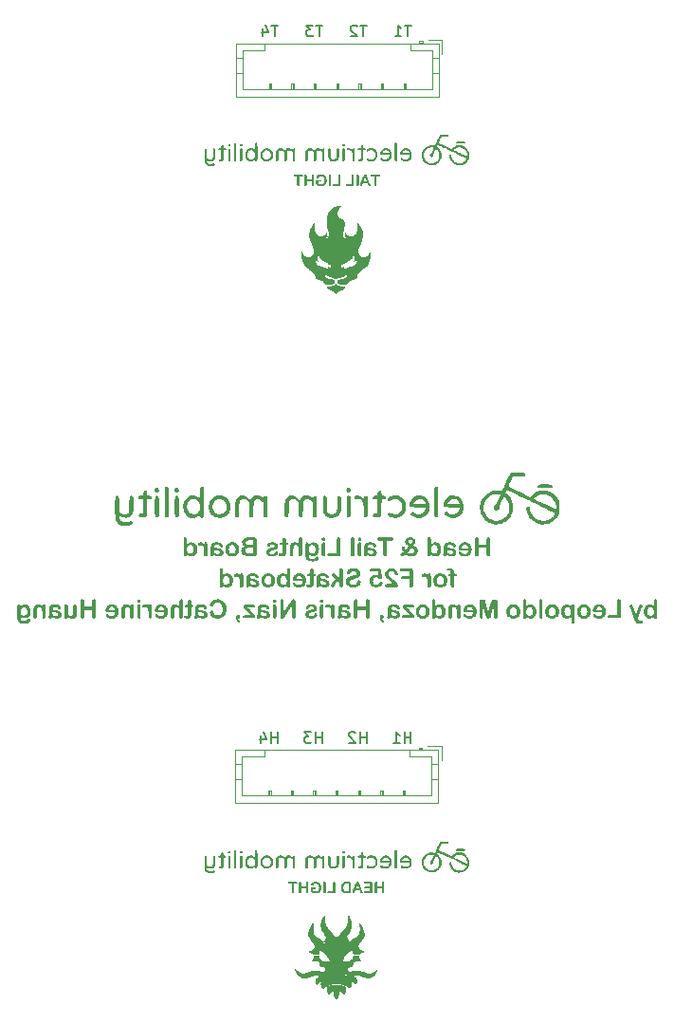
<source format=gbr>
%TF.GenerationSoftware,KiCad,Pcbnew,9.0.4*%
%TF.CreationDate,2025-11-21T11:06:10-05:00*%
%TF.ProjectId,merged_lights,6d657267-6564-45f6-9c69-676874732e6b,rev?*%
%TF.SameCoordinates,Original*%
%TF.FileFunction,Legend,Bot*%
%TF.FilePolarity,Positive*%
%FSLAX46Y46*%
G04 Gerber Fmt 4.6, Leading zero omitted, Abs format (unit mm)*
G04 Created by KiCad (PCBNEW 9.0.4) date 2025-11-21 11:06:10*
%MOMM*%
%LPD*%
G01*
G04 APERTURE LIST*
%ADD10C,0.218750*%
%ADD11C,0.200000*%
%ADD12C,0.150000*%
%ADD13C,0.000000*%
%ADD14C,0.120000*%
G04 APERTURE END LIST*
D10*
G36*
X60475720Y-59829708D02*
G01*
X60475720Y-60300413D01*
X59759689Y-60300413D01*
X59759689Y-59829708D01*
X59753727Y-59762678D01*
X59737673Y-59712469D01*
X59713142Y-59675157D01*
X59679164Y-59646578D01*
X59638996Y-59629376D01*
X59590731Y-59623372D01*
X59541714Y-59629320D01*
X59500836Y-59646348D01*
X59466204Y-59674553D01*
X59441058Y-59711555D01*
X59424584Y-59761825D01*
X59418448Y-59829506D01*
X59418448Y-61131299D01*
X59424624Y-61198940D01*
X59441252Y-61249445D01*
X59466707Y-61286858D01*
X59501721Y-61315442D01*
X59542469Y-61332589D01*
X59590731Y-61338543D01*
X59639674Y-61332439D01*
X59680004Y-61315016D01*
X59713747Y-61286152D01*
X59737960Y-61248520D01*
X59753808Y-61198083D01*
X59759689Y-61130997D01*
X59759689Y-60577677D01*
X60475720Y-60577677D01*
X60475720Y-61130997D01*
X60481898Y-61198778D01*
X60498528Y-61249380D01*
X60523980Y-61286858D01*
X60558993Y-61315442D01*
X60599742Y-61332589D01*
X60648003Y-61338543D01*
X60696953Y-61332449D01*
X60737283Y-61315057D01*
X60771019Y-61286253D01*
X60795232Y-61248684D01*
X60811080Y-61198315D01*
X60816961Y-61131299D01*
X60816961Y-59829506D01*
X60811122Y-59762449D01*
X60795427Y-59712314D01*
X60771523Y-59675157D01*
X60738166Y-59646734D01*
X60697712Y-59629460D01*
X60648003Y-59623372D01*
X60598986Y-59629320D01*
X60558108Y-59646348D01*
X60523476Y-59674553D01*
X60498330Y-59711618D01*
X60481855Y-59761956D01*
X60475720Y-59829708D01*
G37*
G36*
X58672988Y-60092711D02*
G01*
X58791681Y-60125913D01*
X58864851Y-60160524D01*
X58928774Y-60203285D01*
X58984416Y-60254370D01*
X59052757Y-60345467D01*
X59103503Y-60455165D01*
X59133784Y-60575525D01*
X59144206Y-60708753D01*
X59132826Y-60852727D01*
X59100613Y-60975008D01*
X59049239Y-61079426D01*
X58978674Y-61168879D01*
X58891036Y-61240916D01*
X58786981Y-61293556D01*
X58663230Y-61326748D01*
X58515424Y-61338543D01*
X58389691Y-61329652D01*
X58285009Y-61304791D01*
X58190752Y-61265388D01*
X58118368Y-61219758D01*
X58058702Y-61165519D01*
X58018927Y-61112358D01*
X57993150Y-61056898D01*
X57985781Y-61013925D01*
X57993733Y-60970026D01*
X58016106Y-60938867D01*
X58050060Y-60919162D01*
X58094994Y-60912168D01*
X58136482Y-60917950D01*
X58164713Y-60933426D01*
X58258310Y-61019567D01*
X58336693Y-61078809D01*
X58380289Y-61102921D01*
X58424447Y-61119310D01*
X58471039Y-61128854D01*
X58524492Y-61132206D01*
X58602649Y-61122024D01*
X58673300Y-61091805D01*
X58733168Y-61042558D01*
X58781505Y-60971711D01*
X58811985Y-60887898D01*
X58823317Y-60790462D01*
X58224659Y-60790462D01*
X58110894Y-60780609D01*
X58035551Y-60755501D01*
X58000010Y-60725781D01*
X57976750Y-60677477D01*
X57968630Y-60609917D01*
X58272012Y-60609917D01*
X58823014Y-60609917D01*
X58804824Y-60511442D01*
X58774840Y-60436202D01*
X58734657Y-60379401D01*
X58681690Y-60335631D01*
X58620374Y-60309472D01*
X58548067Y-60300413D01*
X58471983Y-60309502D01*
X58408940Y-60335432D01*
X58355937Y-60378192D01*
X58316311Y-60434408D01*
X58287709Y-60509863D01*
X58272012Y-60609917D01*
X57968630Y-60609917D01*
X57967746Y-60602563D01*
X57974757Y-60520198D01*
X57996015Y-60438163D01*
X58032428Y-60355422D01*
X58082075Y-60280419D01*
X58146349Y-60214707D01*
X58226976Y-60157650D01*
X58316433Y-60116138D01*
X58419200Y-60090259D01*
X58537992Y-60081180D01*
X58672988Y-60092711D01*
G37*
G36*
X57303896Y-60087396D02*
G01*
X57404376Y-60104651D01*
X57487571Y-60131253D01*
X57565795Y-60169932D01*
X57624876Y-60212597D01*
X57668115Y-60259004D01*
X57701145Y-60312971D01*
X57719995Y-60366022D01*
X57726147Y-60419298D01*
X57716395Y-60468116D01*
X57687459Y-60507051D01*
X57645244Y-60532687D01*
X57595575Y-60541306D01*
X57543007Y-60534704D01*
X57518602Y-60519544D01*
X57458454Y-60431791D01*
X57411275Y-60373175D01*
X57357905Y-60333157D01*
X57291342Y-60309848D01*
X57183104Y-60300413D01*
X57094883Y-60308395D01*
X57039154Y-60328410D01*
X57005784Y-60357034D01*
X56983338Y-60397152D01*
X56966636Y-60454193D01*
X56957625Y-60533347D01*
X57134845Y-60581103D01*
X57333725Y-60625030D01*
X57479108Y-60655759D01*
X57569004Y-60683708D01*
X57641919Y-60723676D01*
X57700658Y-60775349D01*
X57745425Y-60838703D01*
X57772238Y-60909782D01*
X57781459Y-60990954D01*
X57769250Y-61081253D01*
X57732595Y-61164849D01*
X57695798Y-61214061D01*
X57649724Y-61256246D01*
X57593258Y-61291794D01*
X57531417Y-61317260D01*
X57462028Y-61333049D01*
X57383697Y-61338543D01*
X57257783Y-61327384D01*
X57148748Y-61295421D01*
X57045566Y-61243564D01*
X56934855Y-61168073D01*
X56882976Y-61243210D01*
X56837833Y-61293809D01*
X56788740Y-61328182D01*
X56742322Y-61338543D01*
X56688083Y-61328830D01*
X56639254Y-61299250D01*
X56604449Y-61256340D01*
X56593715Y-61211497D01*
X56598863Y-61176647D01*
X56622530Y-61090999D01*
X56644299Y-60998277D01*
X56651244Y-60912369D01*
X56649757Y-60766282D01*
X56957524Y-60766282D01*
X56963318Y-60871737D01*
X56978107Y-60944221D01*
X56998832Y-60992163D01*
X57043295Y-61047002D01*
X57110866Y-61093014D01*
X57190223Y-61122281D01*
X57277708Y-61132206D01*
X57332230Y-61126530D01*
X57377042Y-61110516D01*
X57414225Y-61084652D01*
X57443356Y-61050172D01*
X57460351Y-61012183D01*
X57466111Y-60969293D01*
X57454665Y-60910146D01*
X57421882Y-60867233D01*
X57375705Y-60836179D01*
X57328486Y-60817866D01*
X57150159Y-60777767D01*
X57029596Y-60749454D01*
X56957524Y-60727392D01*
X56957524Y-60766282D01*
X56649757Y-60766282D01*
X56649531Y-60744117D01*
X56648926Y-60559945D01*
X56655106Y-60445344D01*
X56671919Y-60354363D01*
X56697287Y-60282781D01*
X56736602Y-60219751D01*
X56790900Y-60169005D01*
X56862618Y-60129540D01*
X56942264Y-60104480D01*
X57047117Y-60087512D01*
X57183003Y-60081180D01*
X57303896Y-60087396D01*
G37*
G36*
X55396618Y-59629243D02*
G01*
X55432581Y-59645816D01*
X55461485Y-59673142D01*
X55481637Y-59708385D01*
X55494991Y-59755827D01*
X55499971Y-59819028D01*
X55499971Y-60266964D01*
X55585886Y-60188071D01*
X55673564Y-60133167D01*
X55736427Y-60108752D01*
X55810890Y-60093179D01*
X55899144Y-60087628D01*
X56011895Y-60098254D01*
X56109882Y-60128806D01*
X56196030Y-60178698D01*
X56272322Y-60249232D01*
X56331714Y-60333260D01*
X56375857Y-60433997D01*
X56404013Y-60554734D01*
X56414078Y-60699585D01*
X56404927Y-60832897D01*
X56378412Y-60953375D01*
X56333755Y-61064315D01*
X56273632Y-61157696D01*
X56197519Y-61235128D01*
X56109611Y-61291694D01*
X56011349Y-61326688D01*
X55903677Y-61338543D01*
X55821888Y-61332530D01*
X55748824Y-61315169D01*
X55680468Y-61286520D01*
X55617144Y-61246961D01*
X55558501Y-61197928D01*
X55499971Y-61137042D01*
X55499971Y-61158905D01*
X55494730Y-61214797D01*
X55480367Y-61258167D01*
X55457959Y-61291794D01*
X55410424Y-61326781D01*
X55351365Y-61338543D01*
X55291242Y-61327096D01*
X55244268Y-61293608D01*
X55222346Y-61261139D01*
X55208055Y-61217569D01*
X55202758Y-61159509D01*
X55202758Y-60708350D01*
X55516898Y-60708350D01*
X55527636Y-60831331D01*
X55556593Y-60924056D01*
X55604158Y-61000693D01*
X55662482Y-61051908D01*
X55732030Y-61083053D01*
X55808972Y-61093518D01*
X55884912Y-61082592D01*
X55954959Y-61049692D01*
X56013554Y-60996551D01*
X56060344Y-60919120D01*
X56088540Y-60826593D01*
X56098831Y-60708350D01*
X56089288Y-60595627D01*
X56062560Y-60502618D01*
X56017772Y-60422974D01*
X55960501Y-60366908D01*
X55890655Y-60331640D01*
X55811290Y-60319757D01*
X55734454Y-60331217D01*
X55663691Y-60365800D01*
X55604251Y-60420849D01*
X55556593Y-60499294D01*
X55527432Y-60592073D01*
X55516898Y-60708350D01*
X55202758Y-60708350D01*
X55202758Y-59802405D01*
X55213417Y-59721668D01*
X55241346Y-59668911D01*
X55269918Y-59644107D01*
X55305837Y-59628831D01*
X55351365Y-59623372D01*
X55396618Y-59629243D01*
G37*
G36*
X53752073Y-59629447D02*
G01*
X53835044Y-59646779D01*
X53907917Y-59674452D01*
X53974861Y-59713531D01*
X54028257Y-59759456D01*
X54069823Y-59812480D01*
X54100404Y-59872437D01*
X54118721Y-59936259D01*
X54124933Y-60005114D01*
X54114183Y-60092122D01*
X54081308Y-60177699D01*
X54030720Y-60262035D01*
X53955270Y-60364591D01*
X54043459Y-60413549D01*
X54118586Y-60462822D01*
X54186002Y-60516742D01*
X54239788Y-60571431D01*
X54283534Y-60632032D01*
X54316358Y-60699585D01*
X54336570Y-60772958D01*
X54343561Y-60855546D01*
X54334601Y-60942857D01*
X54307291Y-61029743D01*
X54261972Y-61110605D01*
X54196063Y-61185705D01*
X54113496Y-61247617D01*
X54008466Y-61297235D01*
X53891140Y-61327786D01*
X53754172Y-61338543D01*
X53646218Y-61332977D01*
X53553377Y-61317284D01*
X53465864Y-61290424D01*
X53384621Y-61252603D01*
X53308474Y-61203866D01*
X53234503Y-61142785D01*
X53025346Y-61304892D01*
X52973568Y-61330362D01*
X52921271Y-61338543D01*
X52871242Y-61328674D01*
X52824853Y-61297940D01*
X52792454Y-61252518D01*
X52781631Y-61197492D01*
X52787342Y-61156000D01*
X52802990Y-61125859D01*
X52833792Y-61094484D01*
X52915125Y-61026016D01*
X52999280Y-60957002D01*
X53435500Y-60957002D01*
X53532824Y-61037400D01*
X53582565Y-61066842D01*
X53634683Y-61088481D01*
X53689066Y-61101923D01*
X53745206Y-61106414D01*
X53802006Y-61101090D01*
X53855628Y-61085257D01*
X53904830Y-61059256D01*
X53947613Y-61023799D01*
X53982747Y-60981327D01*
X54007761Y-60936549D01*
X54023175Y-60888520D01*
X54028314Y-60838318D01*
X54021911Y-60780148D01*
X54003225Y-60728543D01*
X53971994Y-60681954D01*
X53906059Y-60619597D01*
X53803339Y-60550777D01*
X53613424Y-60775450D01*
X53529981Y-60865268D01*
X53435500Y-60957002D01*
X52999280Y-60957002D01*
X53045596Y-60919019D01*
X52986155Y-60811217D01*
X52945249Y-60718929D01*
X52917485Y-60631618D01*
X52910188Y-60577173D01*
X52920513Y-60525810D01*
X52951697Y-60482670D01*
X52996682Y-60453466D01*
X53047511Y-60443881D01*
X53099601Y-60454063D01*
X53136977Y-60483174D01*
X53166865Y-60529311D01*
X53204177Y-60609615D01*
X53254552Y-60724470D01*
X53333641Y-60640646D01*
X53427137Y-60531030D01*
X53529500Y-60408417D01*
X53382718Y-60308503D01*
X53286087Y-60218805D01*
X53239287Y-60151951D01*
X53211521Y-60078669D01*
X53202061Y-59996752D01*
X53202794Y-59991513D01*
X53473382Y-59991513D01*
X53479048Y-60036021D01*
X53495712Y-60075461D01*
X53524059Y-60111204D01*
X53583732Y-60161587D01*
X53686972Y-60232608D01*
X53761729Y-60137802D01*
X53810492Y-60060930D01*
X53825404Y-60022498D01*
X53829937Y-59989296D01*
X53824319Y-59948701D01*
X53807551Y-59911843D01*
X53778453Y-59877464D01*
X53741727Y-59851131D01*
X53699599Y-59835226D01*
X53650501Y-59829708D01*
X53601358Y-59835141D01*
X53559658Y-59850718D01*
X53523757Y-59876355D01*
X53495630Y-59910065D01*
X53479051Y-59947961D01*
X53473382Y-59991513D01*
X53202794Y-59991513D01*
X53214763Y-59905926D01*
X53253847Y-59816812D01*
X53293135Y-59763931D01*
X53344591Y-59717369D01*
X53410010Y-59676870D01*
X53481519Y-59647884D01*
X53563305Y-59629739D01*
X53657251Y-59623372D01*
X53752073Y-59629447D01*
G37*
G36*
X50894580Y-59939324D02*
G01*
X51256576Y-59939324D01*
X51256576Y-61132105D01*
X51262661Y-61200327D01*
X51278955Y-61250762D01*
X51303727Y-61287664D01*
X51337979Y-61315786D01*
X51377987Y-61332672D01*
X51425534Y-61338543D01*
X51473793Y-61332597D01*
X51514362Y-61315505D01*
X51549053Y-61287059D01*
X51574173Y-61249827D01*
X51590602Y-61199521D01*
X51596708Y-61132105D01*
X51596708Y-59939324D01*
X51958603Y-59939324D01*
X52015362Y-59934319D01*
X52057419Y-59920910D01*
X52088268Y-59900535D01*
X52120038Y-59856114D01*
X52130986Y-59798072D01*
X52119523Y-59738132D01*
X52086556Y-59693796D01*
X52035312Y-59666068D01*
X51958603Y-59655612D01*
X50894580Y-59655612D01*
X50837177Y-59660692D01*
X50794628Y-59674306D01*
X50763404Y-59695005D01*
X50731150Y-59739905D01*
X50720081Y-59798072D01*
X50731273Y-59856021D01*
X50763907Y-59900535D01*
X50815107Y-59928588D01*
X50894580Y-59939324D01*
G37*
G36*
X50196575Y-60087396D02*
G01*
X50297056Y-60104651D01*
X50380251Y-60131253D01*
X50458475Y-60169932D01*
X50517555Y-60212597D01*
X50560795Y-60259004D01*
X50593825Y-60312971D01*
X50612675Y-60366022D01*
X50618827Y-60419298D01*
X50609075Y-60468116D01*
X50580139Y-60507051D01*
X50537924Y-60532687D01*
X50488255Y-60541306D01*
X50435687Y-60534704D01*
X50411282Y-60519544D01*
X50351134Y-60431791D01*
X50303955Y-60373175D01*
X50250585Y-60333157D01*
X50184021Y-60309848D01*
X50075784Y-60300413D01*
X49987563Y-60308395D01*
X49931834Y-60328410D01*
X49898463Y-60357034D01*
X49876017Y-60397152D01*
X49859316Y-60454193D01*
X49850305Y-60533347D01*
X50027524Y-60581103D01*
X50226405Y-60625030D01*
X50371788Y-60655759D01*
X50461683Y-60683708D01*
X50534598Y-60723676D01*
X50593337Y-60775349D01*
X50638105Y-60838703D01*
X50664918Y-60909782D01*
X50674139Y-60990954D01*
X50661930Y-61081253D01*
X50625275Y-61164849D01*
X50588477Y-61214061D01*
X50542404Y-61256246D01*
X50485938Y-61291794D01*
X50424097Y-61317260D01*
X50354708Y-61333049D01*
X50276377Y-61338543D01*
X50150462Y-61327384D01*
X50041428Y-61295421D01*
X49938246Y-61243564D01*
X49827535Y-61168073D01*
X49775656Y-61243210D01*
X49730513Y-61293809D01*
X49681419Y-61328182D01*
X49635002Y-61338543D01*
X49580762Y-61328830D01*
X49531934Y-61299250D01*
X49497129Y-61256340D01*
X49486395Y-61211497D01*
X49491542Y-61176647D01*
X49515210Y-61090999D01*
X49536979Y-60998277D01*
X49543923Y-60912369D01*
X49542437Y-60766282D01*
X49850204Y-60766282D01*
X49855997Y-60871737D01*
X49870787Y-60944221D01*
X49891512Y-60992163D01*
X49935975Y-61047002D01*
X50003546Y-61093014D01*
X50082903Y-61122281D01*
X50170388Y-61132206D01*
X50224910Y-61126530D01*
X50269721Y-61110516D01*
X50306904Y-61084652D01*
X50336036Y-61050172D01*
X50353031Y-61012183D01*
X50358791Y-60969293D01*
X50347344Y-60910146D01*
X50314561Y-60867233D01*
X50268385Y-60836179D01*
X50221166Y-60817866D01*
X50042838Y-60777767D01*
X49922276Y-60749454D01*
X49850204Y-60727392D01*
X49850204Y-60766282D01*
X49542437Y-60766282D01*
X49542211Y-60744117D01*
X49541606Y-60559945D01*
X49547785Y-60445344D01*
X49564598Y-60354363D01*
X49589966Y-60282781D01*
X49629282Y-60219751D01*
X49683579Y-60169005D01*
X49755297Y-60129540D01*
X49834944Y-60104480D01*
X49939797Y-60087512D01*
X50075683Y-60081180D01*
X50196575Y-60087396D01*
G37*
G36*
X48979622Y-60259105D02*
G01*
X48979622Y-61148225D01*
X48985304Y-61209133D01*
X49000726Y-61255358D01*
X49024556Y-61290283D01*
X49057071Y-61317057D01*
X49094497Y-61333025D01*
X49138404Y-61338543D01*
X49182299Y-61332867D01*
X49219177Y-61316504D01*
X49250740Y-61289074D01*
X49273673Y-61253656D01*
X49288451Y-61207706D01*
X49293861Y-61148225D01*
X49293861Y-60268072D01*
X49288373Y-60207849D01*
X49273537Y-60162448D01*
X49250740Y-60128432D01*
X49219282Y-60102323D01*
X49182396Y-60086639D01*
X49138404Y-60081180D01*
X49094419Y-60086592D01*
X49056991Y-60102221D01*
X49024556Y-60128331D01*
X49000355Y-60162328D01*
X48985114Y-60205090D01*
X48979622Y-60259105D01*
G37*
G36*
X49135079Y-59945772D02*
G01*
X49196265Y-59935473D01*
X49247214Y-59905170D01*
X49272611Y-59875230D01*
X49288269Y-59837744D01*
X49293861Y-59790415D01*
X49288411Y-59747724D01*
X49272627Y-59711366D01*
X49246106Y-59679792D01*
X49194253Y-59647083D01*
X49135079Y-59636268D01*
X49077621Y-59646115D01*
X49026874Y-59675762D01*
X49001219Y-59705047D01*
X48985332Y-59742425D01*
X48979622Y-59790415D01*
X48985119Y-59836988D01*
X49000584Y-59874327D01*
X49025765Y-59904565D01*
X49075950Y-59935408D01*
X49135079Y-59945772D01*
G37*
G36*
X48668404Y-61148225D02*
G01*
X48668404Y-59813689D01*
X48663045Y-59752600D01*
X48648566Y-59706416D01*
X48626392Y-59671732D01*
X48595531Y-59645125D01*
X48558362Y-59629027D01*
X48512947Y-59623372D01*
X48467506Y-59628937D01*
X48429752Y-59644856D01*
X48397890Y-59671228D01*
X48374812Y-59705702D01*
X48359750Y-59751989D01*
X48354165Y-59813689D01*
X48354165Y-61148225D01*
X48359819Y-61209941D01*
X48375076Y-61256261D01*
X48398495Y-61290787D01*
X48430690Y-61317183D01*
X48468284Y-61333032D01*
X48512947Y-61338543D01*
X48556842Y-61332867D01*
X48593720Y-61316504D01*
X48625283Y-61289074D01*
X48648216Y-61253656D01*
X48662994Y-61207706D01*
X48668404Y-61148225D01*
G37*
G36*
X47109900Y-59830413D02*
G01*
X47109900Y-61035486D01*
X46434672Y-61035486D01*
X46359098Y-61046300D01*
X46307929Y-61075282D01*
X46274638Y-61120043D01*
X46263498Y-61175227D01*
X46274618Y-61231211D01*
X46307324Y-61274768D01*
X46358040Y-61302321D01*
X46434672Y-61312751D01*
X47242789Y-61312751D01*
X47314963Y-61306232D01*
X47366346Y-61289048D01*
X47402277Y-61263282D01*
X47427760Y-61227057D01*
X47444724Y-61175704D01*
X47451141Y-61104097D01*
X47451141Y-59829809D01*
X47445176Y-59762710D01*
X47429121Y-59712471D01*
X47404594Y-59675157D01*
X47370616Y-59646578D01*
X47330448Y-59629376D01*
X47282183Y-59623372D01*
X47233181Y-59629339D01*
X47192303Y-59646429D01*
X47157656Y-59674754D01*
X47132522Y-59711888D01*
X47116041Y-59762383D01*
X47109900Y-59830413D01*
G37*
G36*
X45757228Y-60259105D02*
G01*
X45757228Y-61148225D01*
X45762911Y-61209133D01*
X45778332Y-61255358D01*
X45802163Y-61290283D01*
X45834678Y-61317057D01*
X45872104Y-61333025D01*
X45916010Y-61338543D01*
X45959905Y-61332867D01*
X45996783Y-61316504D01*
X46028347Y-61289074D01*
X46051279Y-61253656D01*
X46066057Y-61207706D01*
X46071468Y-61148225D01*
X46071468Y-60268072D01*
X46065979Y-60207849D01*
X46051144Y-60162448D01*
X46028347Y-60128432D01*
X45996888Y-60102323D01*
X45960003Y-60086639D01*
X45916010Y-60081180D01*
X45872026Y-60086592D01*
X45834597Y-60102221D01*
X45802163Y-60128331D01*
X45777962Y-60162328D01*
X45762721Y-60205090D01*
X45757228Y-60259105D01*
G37*
G36*
X45912686Y-59945772D02*
G01*
X45973872Y-59935473D01*
X46024821Y-59905170D01*
X46050217Y-59875230D01*
X46065875Y-59837744D01*
X46071468Y-59790415D01*
X46066018Y-59747724D01*
X46050233Y-59711366D01*
X46023712Y-59679792D01*
X45971859Y-59647083D01*
X45912686Y-59636268D01*
X45855228Y-59646115D01*
X45804480Y-59675762D01*
X45778825Y-59705047D01*
X45762938Y-59742425D01*
X45757228Y-59790415D01*
X45762725Y-59836988D01*
X45778191Y-59874327D01*
X45803372Y-59904565D01*
X45853556Y-59935408D01*
X45912686Y-59945772D01*
G37*
G36*
X44516736Y-60096720D02*
G01*
X44562533Y-60130044D01*
X44591971Y-60181187D01*
X44602833Y-60255075D01*
X44602833Y-60287013D01*
X44686247Y-60198733D01*
X44776324Y-60137701D01*
X44842355Y-60110551D01*
X44917744Y-60093578D01*
X45004221Y-60087628D01*
X45110994Y-60097637D01*
X45206225Y-60126719D01*
X45292285Y-60174996D01*
X45368433Y-60242884D01*
X45429824Y-60327150D01*
X45476740Y-60431892D01*
X45504838Y-60548037D01*
X45514722Y-60682760D01*
X45507355Y-60805788D01*
X45486250Y-60914756D01*
X45452459Y-61011608D01*
X45403855Y-61101138D01*
X45344456Y-61174436D01*
X45273829Y-61233460D01*
X45193046Y-61277043D01*
X45103175Y-61303589D01*
X45002005Y-61312751D01*
X44917109Y-61306632D01*
X44843393Y-61289190D01*
X44779045Y-61261267D01*
X44692803Y-61200470D01*
X44619859Y-61119612D01*
X44626509Y-61327057D01*
X44636555Y-61392741D01*
X44657238Y-61453196D01*
X44692350Y-61504600D01*
X44748417Y-61544476D01*
X44820995Y-61567865D01*
X44932185Y-61577119D01*
X44988533Y-61574281D01*
X45034950Y-61566439D01*
X45077199Y-61552707D01*
X45111319Y-61534099D01*
X45169351Y-61481608D01*
X45220431Y-61420352D01*
X45258185Y-61384674D01*
X45297965Y-61364543D01*
X45341231Y-61357887D01*
X45392821Y-61367059D01*
X45435936Y-61394257D01*
X45465210Y-61435604D01*
X45475228Y-61488560D01*
X45468239Y-61536566D01*
X45446414Y-61585062D01*
X45406920Y-61635554D01*
X45357879Y-61678078D01*
X45294133Y-61716905D01*
X45212875Y-61751618D01*
X45081885Y-61784659D01*
X44927550Y-61796351D01*
X44760990Y-61786724D01*
X44636282Y-61761190D01*
X44560909Y-61732635D01*
X44498184Y-61696656D01*
X44446368Y-61653488D01*
X44402996Y-61601783D01*
X44367787Y-61541006D01*
X44340781Y-61469820D01*
X44316697Y-61353121D01*
X44307836Y-61205250D01*
X44307836Y-60716007D01*
X44614117Y-60716007D01*
X44625385Y-60828253D01*
X44656532Y-60916500D01*
X44706331Y-60989776D01*
X44766451Y-61039818D01*
X44836290Y-61070520D01*
X44909617Y-61080622D01*
X44990665Y-61069798D01*
X45059318Y-61038419D01*
X45118674Y-60985413D01*
X45161165Y-60917248D01*
X45189092Y-60825649D01*
X45199475Y-60703615D01*
X45189470Y-60582784D01*
X45162339Y-60490098D01*
X45120789Y-60419399D01*
X45062395Y-60363900D01*
X44993871Y-60331101D01*
X44911833Y-60319757D01*
X44827797Y-60331543D01*
X44757058Y-60365761D01*
X44696228Y-60423932D01*
X44652692Y-60497762D01*
X44624464Y-60593156D01*
X44614117Y-60716007D01*
X44307836Y-60716007D01*
X44307836Y-60312100D01*
X44316355Y-60209927D01*
X44337759Y-60144149D01*
X44362899Y-60112793D01*
X44401463Y-60092916D01*
X44458760Y-60085412D01*
X44516736Y-60096720D01*
G37*
G36*
X43695779Y-59813890D02*
G01*
X43695779Y-60262329D01*
X43640681Y-60205128D01*
X43586465Y-60160975D01*
X43527492Y-60126169D01*
X43462139Y-60101129D01*
X43392368Y-60086288D01*
X43315749Y-60081180D01*
X43238396Y-60087010D01*
X43169018Y-60103883D01*
X43106290Y-60131354D01*
X43049833Y-60169625D01*
X43002095Y-60217891D01*
X42962418Y-60277240D01*
X42935078Y-60335623D01*
X42918189Y-60401465D01*
X42909843Y-60472561D01*
X42906804Y-60559341D01*
X42906804Y-61148326D01*
X42912297Y-61209311D01*
X42927166Y-61255500D01*
X42950026Y-61290283D01*
X42981550Y-61316874D01*
X43019086Y-61332924D01*
X43064478Y-61338543D01*
X43120780Y-61330823D01*
X43162054Y-61309605D01*
X43192200Y-61274974D01*
X43212197Y-61223387D01*
X43219835Y-61148427D01*
X43219835Y-60629261D01*
X43225556Y-60531693D01*
X43240761Y-60458451D01*
X43263158Y-60404387D01*
X43298619Y-60362520D01*
X43351192Y-60336095D01*
X43427380Y-60326205D01*
X43504797Y-60337818D01*
X43573770Y-60372449D01*
X43630193Y-60426442D01*
X43671196Y-60498588D01*
X43688171Y-60580161D01*
X43695779Y-60741900D01*
X43695779Y-61148427D01*
X43701102Y-61208687D01*
X43715551Y-61254704D01*
X43737792Y-61289679D01*
X43768771Y-61316412D01*
X43806960Y-61332749D01*
X43854561Y-61338543D01*
X43910895Y-61330816D01*
X43952194Y-61309579D01*
X43982362Y-61274914D01*
X44002375Y-61223271D01*
X44010019Y-61148225D01*
X44010019Y-59813689D01*
X44004747Y-59751741D01*
X43990598Y-59705467D01*
X43969114Y-59671228D01*
X43938909Y-59645077D01*
X43901463Y-59629063D01*
X43854561Y-59623372D01*
X43806928Y-59629126D01*
X43768740Y-59645339D01*
X43737792Y-59671832D01*
X43715621Y-59706518D01*
X43701140Y-59752732D01*
X43695779Y-59813890D01*
G37*
G36*
X42588736Y-60113420D02*
G01*
X42558108Y-60113420D01*
X42558108Y-59931969D01*
X42554179Y-59814797D01*
X42546326Y-59774197D01*
X42531812Y-59741048D01*
X42509588Y-59712071D01*
X42478817Y-59688658D01*
X42442547Y-59673624D01*
X42401643Y-59668508D01*
X42345273Y-59679447D01*
X42293437Y-59713341D01*
X42267099Y-59746619D01*
X42252633Y-59786285D01*
X42243969Y-59907185D01*
X42243969Y-60113420D01*
X42134453Y-60113420D01*
X42073401Y-60122025D01*
X42032494Y-60144955D01*
X42006057Y-60180703D01*
X41997131Y-60225656D01*
X42003105Y-60264741D01*
X42019697Y-60293296D01*
X42047405Y-60314014D01*
X42103418Y-60331976D01*
X42189664Y-60339101D01*
X42243969Y-60339101D01*
X42243969Y-60899272D01*
X42239032Y-61008989D01*
X42229629Y-61044147D01*
X42212837Y-61070346D01*
X42186902Y-61087039D01*
X42143521Y-61093518D01*
X42070578Y-61083947D01*
X41998038Y-61074376D01*
X41962033Y-61081857D01*
X41928721Y-61105306D01*
X41905674Y-61139654D01*
X41897892Y-61181574D01*
X41906669Y-61227731D01*
X41932864Y-61265987D01*
X41980306Y-61298444D01*
X42036890Y-61319107D01*
X42113599Y-61333222D01*
X42215658Y-61338543D01*
X42311780Y-61332102D01*
X42383498Y-61314975D01*
X42436200Y-61289578D01*
X42480830Y-61252558D01*
X42513376Y-61207925D01*
X42534835Y-61154371D01*
X42551544Y-61060966D01*
X42558108Y-60924963D01*
X42558108Y-60339101D01*
X42595486Y-60339101D01*
X42657559Y-60330358D01*
X42699158Y-60307062D01*
X42726084Y-60270754D01*
X42735126Y-60225656D01*
X42725717Y-60180818D01*
X42697546Y-60144955D01*
X42654131Y-60122090D01*
X42588736Y-60113420D01*
G37*
G36*
X40794375Y-60932016D02*
G01*
X40801721Y-61015855D01*
X40822778Y-61088647D01*
X40856941Y-61152457D01*
X40903924Y-61207402D01*
X40964639Y-61253670D01*
X41041415Y-61291391D01*
X41124023Y-61316562D01*
X41221877Y-61332755D01*
X41337519Y-61338543D01*
X41447591Y-61332354D01*
X41541978Y-61314900D01*
X41622945Y-61287462D01*
X41698935Y-61248288D01*
X41756539Y-61205507D01*
X41798855Y-61159308D01*
X41831456Y-61105824D01*
X41849844Y-61054561D01*
X41855778Y-61004354D01*
X41846547Y-60956050D01*
X41818803Y-60915190D01*
X41777311Y-60887486D01*
X41725206Y-60878013D01*
X41679714Y-60884631D01*
X41648938Y-60902395D01*
X41624054Y-60930030D01*
X41598362Y-60969998D01*
X41545374Y-61043004D01*
X41486227Y-61092007D01*
X41440943Y-61113168D01*
X41382674Y-61127086D01*
X41308201Y-61132206D01*
X41222628Y-61121403D01*
X41158688Y-61091705D01*
X41124751Y-61061521D01*
X41106489Y-61031308D01*
X41100656Y-60999820D01*
X41107802Y-60950218D01*
X41127820Y-60912487D01*
X41161106Y-60883656D01*
X41232378Y-60850901D01*
X41361901Y-60813130D01*
X41513113Y-60770450D01*
X41621333Y-60730112D01*
X41713153Y-60678471D01*
X41781928Y-60615056D01*
X41815063Y-60564475D01*
X41835251Y-60506380D01*
X41842278Y-60438743D01*
X41836190Y-60378254D01*
X41817879Y-60319899D01*
X41786563Y-60262631D01*
X41744805Y-60212355D01*
X41690747Y-60168327D01*
X41622441Y-60130447D01*
X41548570Y-60103978D01*
X41462217Y-60087150D01*
X41361196Y-60081180D01*
X41244676Y-60087688D01*
X41145590Y-60105965D01*
X41055129Y-60136033D01*
X40985700Y-60172460D01*
X40927762Y-60217918D01*
X40887871Y-60265352D01*
X40862097Y-60317266D01*
X40854120Y-60365497D01*
X40863410Y-60415053D01*
X40890592Y-60454057D01*
X40932694Y-60479249D01*
X40993659Y-60488513D01*
X41039025Y-60481475D01*
X41075972Y-60461109D01*
X41152844Y-60379300D01*
X41190690Y-60338864D01*
X41234150Y-60307868D01*
X41285969Y-60288487D01*
X41361095Y-60281069D01*
X41438669Y-60290346D01*
X41497712Y-60315928D01*
X41528969Y-60342368D01*
X41546172Y-60370704D01*
X41551815Y-60402170D01*
X41542057Y-60444663D01*
X41512120Y-60479547D01*
X41467672Y-60506245D01*
X41403914Y-60530224D01*
X41214906Y-60579793D01*
X41078914Y-60620375D01*
X40980159Y-60663819D01*
X40897836Y-60718839D01*
X40841627Y-60779480D01*
X40806327Y-60850567D01*
X40794375Y-60932016D01*
G37*
G36*
X39808907Y-59662017D02*
G01*
X39859647Y-59678967D01*
X39895482Y-59704475D01*
X39920906Y-59740290D01*
X39937895Y-59791600D01*
X39944346Y-59863761D01*
X39944346Y-61104601D01*
X39938105Y-61175349D01*
X39921565Y-61226481D01*
X39896691Y-61262879D01*
X39861389Y-61288823D01*
X39810407Y-61306157D01*
X39738211Y-61312751D01*
X39233352Y-61312751D01*
X39106386Y-61309261D01*
X39004045Y-61299754D01*
X38909213Y-61281462D01*
X38829646Y-61254920D01*
X38753979Y-61212678D01*
X38690036Y-61157947D01*
X38636609Y-61089690D01*
X38597038Y-61012418D01*
X38573203Y-60929103D01*
X38565076Y-60838116D01*
X38567476Y-60812828D01*
X38910750Y-60812828D01*
X38919750Y-60885548D01*
X38944919Y-60942549D01*
X38985979Y-60987646D01*
X39045872Y-61022422D01*
X39130259Y-61045923D01*
X39246853Y-61054830D01*
X39603206Y-61054830D01*
X39603206Y-60577677D01*
X39258137Y-60577677D01*
X39142716Y-60585112D01*
X39058189Y-60604701D01*
X38997496Y-60633392D01*
X38950206Y-60676879D01*
X38921229Y-60735041D01*
X38910750Y-60812828D01*
X38567476Y-60812828D01*
X38574238Y-60741574D01*
X38600340Y-60659525D01*
X38642630Y-60589066D01*
X38702145Y-60528263D01*
X38781602Y-60476351D01*
X38885159Y-60433806D01*
X38794630Y-60381110D01*
X38727931Y-60319744D01*
X38681260Y-60249270D01*
X38652787Y-60167883D01*
X38647477Y-60116947D01*
X38977245Y-60116947D01*
X38984299Y-60172008D01*
X39005052Y-60220820D01*
X39032615Y-60260088D01*
X39066604Y-60289243D01*
X39107918Y-60309380D01*
X39182541Y-60325943D01*
X39299847Y-60332653D01*
X39603206Y-60332653D01*
X39603206Y-59913532D01*
X39334707Y-59913532D01*
X39212660Y-59919099D01*
X39125449Y-59933517D01*
X39065099Y-59953933D01*
X39017537Y-59988580D01*
X38988163Y-60040715D01*
X38977245Y-60116947D01*
X38647477Y-60116947D01*
X38642855Y-60072617D01*
X38648890Y-60001563D01*
X38666733Y-59934992D01*
X38695941Y-59872755D01*
X38736049Y-59816006D01*
X38785064Y-59766762D01*
X38840628Y-59727144D01*
X38913510Y-59692188D01*
X38997093Y-59670321D01*
X39088138Y-59659580D01*
X39202926Y-59655612D01*
X39738211Y-59655612D01*
X39808907Y-59662017D01*
G37*
G36*
X37896321Y-60092713D02*
G01*
X38014879Y-60126014D01*
X38121599Y-60180747D01*
X38209932Y-60253564D01*
X38280498Y-60343861D01*
X38333452Y-60452949D01*
X38365391Y-60573532D01*
X38376472Y-60709861D01*
X38365530Y-60845034D01*
X38334056Y-60964054D01*
X38281328Y-61071787D01*
X38209327Y-61163439D01*
X38119942Y-61237889D01*
X38014980Y-61293205D01*
X37898025Y-61326785D01*
X37762299Y-61338543D01*
X37625512Y-61326940D01*
X37507502Y-61293809D01*
X37401609Y-61238985D01*
X37312550Y-61165252D01*
X37240962Y-61073986D01*
X37187821Y-60964961D01*
X37155833Y-60844682D01*
X37144801Y-60710466D01*
X37460048Y-60710466D01*
X37470341Y-60832005D01*
X37498523Y-60927131D01*
X37542160Y-61001432D01*
X37586962Y-61047599D01*
X37637671Y-61079916D01*
X37695484Y-61099584D01*
X37762299Y-61106414D01*
X37821691Y-61100900D01*
X37874160Y-61084947D01*
X37921081Y-61058759D01*
X37979666Y-61001922D01*
X38024854Y-60921135D01*
X38051545Y-60826403D01*
X38061124Y-60710466D01*
X38051393Y-60593355D01*
X38024249Y-60497480D01*
X37995168Y-60439979D01*
X37960260Y-60394696D01*
X37919469Y-60359855D01*
X37846946Y-60325176D01*
X37762299Y-60313309D01*
X37675281Y-60325261D01*
X37603128Y-60359702D01*
X37542160Y-60417787D01*
X37498631Y-60491747D01*
X37470398Y-60587338D01*
X37460048Y-60710466D01*
X37144801Y-60710466D01*
X37155757Y-60575129D01*
X37187318Y-60455568D01*
X37239938Y-60347228D01*
X37311442Y-60255982D01*
X37400667Y-60182021D01*
X37507502Y-60126619D01*
X37626368Y-60092910D01*
X37762299Y-60081180D01*
X37896321Y-60092713D01*
G37*
G36*
X36497776Y-60087396D02*
G01*
X36598256Y-60104651D01*
X36681451Y-60131253D01*
X36759675Y-60169932D01*
X36818756Y-60212597D01*
X36861995Y-60259004D01*
X36895025Y-60312971D01*
X36913875Y-60366022D01*
X36920027Y-60419298D01*
X36910275Y-60468116D01*
X36881339Y-60507051D01*
X36839124Y-60532687D01*
X36789455Y-60541306D01*
X36736887Y-60534704D01*
X36712482Y-60519544D01*
X36652334Y-60431791D01*
X36605155Y-60373175D01*
X36551785Y-60333157D01*
X36485222Y-60309848D01*
X36376984Y-60300413D01*
X36288763Y-60308395D01*
X36233034Y-60328410D01*
X36199664Y-60357034D01*
X36177218Y-60397152D01*
X36160516Y-60454193D01*
X36151505Y-60533347D01*
X36328725Y-60581103D01*
X36527605Y-60625030D01*
X36672988Y-60655759D01*
X36762884Y-60683708D01*
X36835798Y-60723676D01*
X36894538Y-60775349D01*
X36939305Y-60838703D01*
X36966118Y-60909782D01*
X36975339Y-60990954D01*
X36963130Y-61081253D01*
X36926475Y-61164849D01*
X36889678Y-61214061D01*
X36843604Y-61256246D01*
X36787138Y-61291794D01*
X36725297Y-61317260D01*
X36655908Y-61333049D01*
X36577577Y-61338543D01*
X36451663Y-61327384D01*
X36342628Y-61295421D01*
X36239446Y-61243564D01*
X36128735Y-61168073D01*
X36076856Y-61243210D01*
X36031713Y-61293809D01*
X35982620Y-61328182D01*
X35936202Y-61338543D01*
X35881963Y-61328830D01*
X35833134Y-61299250D01*
X35798329Y-61256340D01*
X35787595Y-61211497D01*
X35792743Y-61176647D01*
X35816410Y-61090999D01*
X35838179Y-60998277D01*
X35845124Y-60912369D01*
X35843637Y-60766282D01*
X36151404Y-60766282D01*
X36157198Y-60871737D01*
X36171987Y-60944221D01*
X36192712Y-60992163D01*
X36237175Y-61047002D01*
X36304746Y-61093014D01*
X36384103Y-61122281D01*
X36471588Y-61132206D01*
X36526110Y-61126530D01*
X36570922Y-61110516D01*
X36608105Y-61084652D01*
X36637236Y-61050172D01*
X36654231Y-61012183D01*
X36659991Y-60969293D01*
X36648545Y-60910146D01*
X36615762Y-60867233D01*
X36569585Y-60836179D01*
X36522366Y-60817866D01*
X36344039Y-60777767D01*
X36223476Y-60749454D01*
X36151404Y-60727392D01*
X36151404Y-60766282D01*
X35843637Y-60766282D01*
X35843411Y-60744117D01*
X35842806Y-60559945D01*
X35848986Y-60445344D01*
X35865798Y-60354363D01*
X35891167Y-60282781D01*
X35930482Y-60219751D01*
X35984780Y-60169005D01*
X36056498Y-60129540D01*
X36136144Y-60104480D01*
X36240997Y-60087512D01*
X36376883Y-60081180D01*
X36497776Y-60087396D01*
G37*
G36*
X35225107Y-60891111D02*
G01*
X35225107Y-61148125D01*
X35230829Y-61209857D01*
X35246283Y-61256209D01*
X35270042Y-61290787D01*
X35302520Y-61317259D01*
X35339947Y-61333073D01*
X35383889Y-61338543D01*
X35427016Y-61333022D01*
X35463701Y-61317038D01*
X35495521Y-61290182D01*
X35518666Y-61255358D01*
X35533698Y-61209167D01*
X35539246Y-61148225D01*
X35539246Y-60291748D01*
X35531322Y-60206845D01*
X35510824Y-60149401D01*
X35480570Y-60111748D01*
X35440163Y-60089239D01*
X35386106Y-60081180D01*
X35336351Y-60087311D01*
X35299830Y-60104013D01*
X35273165Y-60130649D01*
X35247332Y-60185860D01*
X35235585Y-60264445D01*
X35181702Y-60185911D01*
X35127077Y-60130145D01*
X35085370Y-60103784D01*
X35033934Y-60087150D01*
X34970209Y-60081180D01*
X34874597Y-60093240D01*
X34779993Y-60130246D01*
X34726224Y-60168903D01*
X34696999Y-60211841D01*
X34687403Y-60261120D01*
X34697511Y-60314029D01*
X34727301Y-60356228D01*
X34769668Y-60384728D01*
X34813543Y-60393707D01*
X34895755Y-60372852D01*
X34959055Y-60356771D01*
X35009602Y-60351997D01*
X35071363Y-60361155D01*
X35118211Y-60386856D01*
X35154346Y-60428375D01*
X35183699Y-60491032D01*
X35202897Y-60564024D01*
X35216140Y-60656464D01*
X35225107Y-60891111D01*
G37*
G36*
X33608789Y-59629243D02*
G01*
X33644751Y-59645816D01*
X33673655Y-59673142D01*
X33693808Y-59708385D01*
X33707161Y-59755827D01*
X33712142Y-59819028D01*
X33712142Y-60266964D01*
X33798056Y-60188071D01*
X33885734Y-60133167D01*
X33948598Y-60108752D01*
X34023060Y-60093179D01*
X34111314Y-60087628D01*
X34224065Y-60098254D01*
X34322053Y-60128806D01*
X34408200Y-60178698D01*
X34484493Y-60249232D01*
X34543884Y-60333260D01*
X34588027Y-60433997D01*
X34616184Y-60554734D01*
X34626248Y-60699585D01*
X34617097Y-60832897D01*
X34590583Y-60953375D01*
X34545925Y-61064315D01*
X34485802Y-61157696D01*
X34409689Y-61235128D01*
X34321781Y-61291694D01*
X34223519Y-61326688D01*
X34115848Y-61338543D01*
X34034058Y-61332530D01*
X33960995Y-61315169D01*
X33892638Y-61286520D01*
X33829314Y-61246961D01*
X33770671Y-61197928D01*
X33712142Y-61137042D01*
X33712142Y-61158905D01*
X33706900Y-61214797D01*
X33692537Y-61258167D01*
X33670129Y-61291794D01*
X33622594Y-61326781D01*
X33563535Y-61338543D01*
X33503412Y-61327096D01*
X33456438Y-61293608D01*
X33434516Y-61261139D01*
X33420226Y-61217569D01*
X33414929Y-61159509D01*
X33414929Y-60708350D01*
X33729068Y-60708350D01*
X33739806Y-60831331D01*
X33768763Y-60924056D01*
X33816328Y-61000693D01*
X33874652Y-61051908D01*
X33944201Y-61083053D01*
X34021143Y-61093518D01*
X34097083Y-61082592D01*
X34167130Y-61049692D01*
X34225725Y-60996551D01*
X34272514Y-60919120D01*
X34300711Y-60826593D01*
X34311001Y-60708350D01*
X34301459Y-60595627D01*
X34274731Y-60502618D01*
X34229943Y-60422974D01*
X34172671Y-60366908D01*
X34102826Y-60331640D01*
X34023460Y-60319757D01*
X33946624Y-60331217D01*
X33875861Y-60365800D01*
X33816421Y-60420849D01*
X33768763Y-60499294D01*
X33739602Y-60592073D01*
X33729068Y-60708350D01*
X33414929Y-60708350D01*
X33414929Y-59802405D01*
X33425587Y-59721668D01*
X33453516Y-59668911D01*
X33482088Y-59644107D01*
X33518007Y-59628831D01*
X33563535Y-59623372D01*
X33608789Y-59629243D01*
G37*
G36*
X57657436Y-62885420D02*
G01*
X57587415Y-62885420D01*
X57587415Y-62795148D01*
X57577063Y-62656823D01*
X57550440Y-62561811D01*
X57520053Y-62509045D01*
X57478785Y-62467223D01*
X57425207Y-62435168D01*
X57364917Y-62414480D01*
X57286000Y-62400553D01*
X57184112Y-62395372D01*
X57066321Y-62403475D01*
X56990765Y-62423709D01*
X56944961Y-62451698D01*
X56919908Y-62486055D01*
X56911482Y-62528866D01*
X56918808Y-62569461D01*
X56940599Y-62603521D01*
X56972602Y-62626926D01*
X57009411Y-62634552D01*
X57071574Y-62627802D01*
X57145827Y-62621052D01*
X57197155Y-62627549D01*
X57230101Y-62644389D01*
X57250204Y-62670420D01*
X57266649Y-62725647D01*
X57273276Y-62813082D01*
X57273276Y-62885420D01*
X57201038Y-62885420D01*
X57111891Y-62894564D01*
X57059576Y-62917021D01*
X57031474Y-62949149D01*
X57021904Y-62993223D01*
X57028205Y-63041403D01*
X57044542Y-63072080D01*
X57069962Y-63090548D01*
X57122769Y-63105312D01*
X57201038Y-63111101D01*
X57273276Y-63111101D01*
X57273276Y-63920729D01*
X57278854Y-63980724D01*
X57294048Y-64026681D01*
X57317606Y-64061779D01*
X57349816Y-64088769D01*
X57387404Y-64104931D01*
X57432058Y-64110543D01*
X57474443Y-64105028D01*
X57510992Y-64088960D01*
X57543186Y-64061779D01*
X57566686Y-64026690D01*
X57581848Y-63980733D01*
X57587415Y-63920729D01*
X57587415Y-63111101D01*
X57668720Y-63111101D01*
X57733158Y-63102517D01*
X57776926Y-63079667D01*
X57805516Y-63043500D01*
X57815110Y-62997656D01*
X57805940Y-62950049D01*
X57779958Y-62916690D01*
X57733722Y-62894317D01*
X57657436Y-62885420D01*
G37*
G36*
X56476266Y-62864713D02*
G01*
X56594824Y-62898014D01*
X56701544Y-62952747D01*
X56789877Y-63025564D01*
X56860443Y-63115861D01*
X56913396Y-63224949D01*
X56945336Y-63345532D01*
X56956417Y-63481861D01*
X56945475Y-63617034D01*
X56914001Y-63736054D01*
X56861272Y-63843787D01*
X56789272Y-63935439D01*
X56699887Y-64009889D01*
X56594925Y-64065205D01*
X56477969Y-64098785D01*
X56342243Y-64110543D01*
X56205456Y-64098940D01*
X56087446Y-64065809D01*
X55981553Y-64010985D01*
X55892495Y-63937252D01*
X55820907Y-63845986D01*
X55767766Y-63736961D01*
X55735778Y-63616682D01*
X55724746Y-63482466D01*
X56039993Y-63482466D01*
X56050285Y-63604005D01*
X56078468Y-63699131D01*
X56122104Y-63773432D01*
X56166907Y-63819599D01*
X56217616Y-63851916D01*
X56275428Y-63871584D01*
X56342243Y-63878414D01*
X56401636Y-63872900D01*
X56454105Y-63856947D01*
X56501026Y-63830759D01*
X56559610Y-63773922D01*
X56604798Y-63693135D01*
X56631490Y-63598403D01*
X56641069Y-63482466D01*
X56631338Y-63365355D01*
X56604194Y-63269480D01*
X56575113Y-63211979D01*
X56540205Y-63166696D01*
X56499414Y-63131855D01*
X56426891Y-63097176D01*
X56342243Y-63085309D01*
X56255226Y-63097261D01*
X56183073Y-63131702D01*
X56122104Y-63189787D01*
X56078575Y-63263747D01*
X56050343Y-63359338D01*
X56039993Y-63482466D01*
X55724746Y-63482466D01*
X55735702Y-63347129D01*
X55767262Y-63227568D01*
X55819883Y-63119228D01*
X55891386Y-63027982D01*
X55980612Y-62954021D01*
X56087446Y-62898619D01*
X56206313Y-62864910D01*
X56342243Y-62853180D01*
X56476266Y-62864713D01*
G37*
G36*
X55191374Y-63663111D02*
G01*
X55191374Y-63920125D01*
X55197097Y-63981857D01*
X55212550Y-64028209D01*
X55236309Y-64062787D01*
X55268787Y-64089259D01*
X55306214Y-64105073D01*
X55350157Y-64110543D01*
X55393283Y-64105022D01*
X55429968Y-64089038D01*
X55461788Y-64062182D01*
X55484934Y-64027358D01*
X55499965Y-63981167D01*
X55505513Y-63920225D01*
X55505513Y-63063748D01*
X55497589Y-62978845D01*
X55477091Y-62921401D01*
X55446837Y-62883748D01*
X55406430Y-62861239D01*
X55352373Y-62853180D01*
X55302618Y-62859311D01*
X55266097Y-62876013D01*
X55239432Y-62902649D01*
X55213599Y-62957860D01*
X55201852Y-63036445D01*
X55147969Y-62957911D01*
X55093344Y-62902145D01*
X55051637Y-62875784D01*
X55000201Y-62859150D01*
X54936476Y-62853180D01*
X54840864Y-62865240D01*
X54746260Y-62902246D01*
X54692491Y-62940903D01*
X54663266Y-62983841D01*
X54653671Y-63033120D01*
X54663779Y-63086029D01*
X54693568Y-63128228D01*
X54735935Y-63156728D01*
X54779810Y-63165707D01*
X54862022Y-63144852D01*
X54925323Y-63128771D01*
X54975870Y-63123997D01*
X55037630Y-63133155D01*
X55084478Y-63158856D01*
X55120613Y-63200375D01*
X55149966Y-63263032D01*
X55169164Y-63336024D01*
X55182407Y-63428464D01*
X55191374Y-63663111D01*
G37*
G36*
X52903439Y-62691980D02*
G01*
X53559524Y-62691980D01*
X53559524Y-63104653D01*
X53011644Y-63104653D01*
X52940515Y-63114442D01*
X52894976Y-63140016D01*
X52866183Y-63180477D01*
X52856187Y-63234218D01*
X52866330Y-63287730D01*
X52895580Y-63327814D01*
X52941348Y-63352988D01*
X53011644Y-63362573D01*
X53559524Y-63362573D01*
X53559524Y-63903400D01*
X53565682Y-63971846D01*
X53582177Y-64022441D01*
X53607279Y-64059462D01*
X53641854Y-64087722D01*
X53682042Y-64104663D01*
X53729590Y-64110543D01*
X53777850Y-64104597D01*
X53818419Y-64087505D01*
X53853110Y-64059059D01*
X53878226Y-64021762D01*
X53894657Y-63971358D01*
X53900765Y-63903803D01*
X53900765Y-62635459D01*
X53894815Y-62566686D01*
X53879002Y-62516473D01*
X53850969Y-62476325D01*
X53810694Y-62448870D01*
X53760446Y-62433405D01*
X53692413Y-62427612D01*
X52903439Y-62427612D01*
X52829223Y-62437719D01*
X52782236Y-62463982D01*
X52752539Y-62505436D01*
X52742339Y-62559191D01*
X52752592Y-62613988D01*
X52782236Y-62655609D01*
X52829223Y-62681872D01*
X52903439Y-62691980D01*
G37*
G36*
X52155671Y-63813934D02*
G01*
X51573234Y-63813934D01*
X51491168Y-63824086D01*
X51437020Y-63850607D01*
X51410744Y-63877955D01*
X51395112Y-63910655D01*
X51389667Y-63950451D01*
X51399149Y-64002608D01*
X51427247Y-64045760D01*
X51471797Y-64074108D01*
X51540591Y-64084751D01*
X52370168Y-64084751D01*
X52425502Y-64078962D01*
X52469384Y-64062866D01*
X52504367Y-64037196D01*
X52540733Y-63985011D01*
X52552626Y-63925364D01*
X52546116Y-63881798D01*
X52521998Y-63816755D01*
X52488358Y-63754247D01*
X52454798Y-63710766D01*
X52184082Y-63442670D01*
X52070742Y-63341865D01*
X52011296Y-63295776D01*
X51924650Y-63228189D01*
X51858055Y-63164297D01*
X51803252Y-63096101D01*
X51765062Y-63029191D01*
X51740831Y-62959645D01*
X51733125Y-62893984D01*
X51741791Y-62825486D01*
X51767077Y-62765931D01*
X51807111Y-62715820D01*
X51859465Y-62678177D01*
X51920232Y-62654754D01*
X51986914Y-62646844D01*
X52056389Y-62654993D01*
X52116497Y-62678618D01*
X52169453Y-62718064D01*
X52216423Y-62775703D01*
X52254104Y-62868293D01*
X52284089Y-62938793D01*
X52314554Y-62985868D01*
X52355029Y-63016507D01*
X52414095Y-63027478D01*
X52467360Y-63017789D01*
X52510009Y-62989395D01*
X52538085Y-62945788D01*
X52548093Y-62885924D01*
X52539651Y-62807614D01*
X52512931Y-62722709D01*
X52469471Y-62642344D01*
X52407949Y-62568662D01*
X52330562Y-62507331D01*
X52231032Y-62457131D01*
X52118298Y-62425926D01*
X51980164Y-62414716D01*
X51865570Y-62421245D01*
X51767903Y-62439612D01*
X51684664Y-62468415D01*
X51610020Y-62511679D01*
X51545024Y-62568561D01*
X51491709Y-62636974D01*
X51451427Y-62715858D01*
X51426259Y-62801069D01*
X51417877Y-62889350D01*
X51425784Y-62981423D01*
X51449015Y-63066358D01*
X51487596Y-63145658D01*
X51560933Y-63252235D01*
X51629553Y-63326102D01*
X51871454Y-63530121D01*
X52025511Y-63663829D01*
X52103986Y-63745625D01*
X52155671Y-63813934D01*
G37*
G36*
X50236380Y-62711324D02*
G01*
X50769046Y-62711324D01*
X50831713Y-63063950D01*
X50726024Y-63016869D01*
X50629659Y-62990504D01*
X50540746Y-62982141D01*
X50434724Y-62992480D01*
X50337231Y-63022944D01*
X50248180Y-63071668D01*
X50171094Y-63135785D01*
X50107591Y-63213868D01*
X50058757Y-63306355D01*
X50028228Y-63407797D01*
X50017853Y-63518132D01*
X50026264Y-63625700D01*
X50050914Y-63724852D01*
X50091602Y-63817158D01*
X50147706Y-63900555D01*
X50218079Y-63971608D01*
X50304185Y-64031252D01*
X50399587Y-64074658D01*
X50505526Y-64101320D01*
X50624167Y-64110543D01*
X50757633Y-64101240D01*
X50865767Y-64075545D01*
X50953217Y-64035786D01*
X51032824Y-63980582D01*
X51091474Y-63923372D01*
X51132553Y-63863906D01*
X51173558Y-63768201D01*
X51185346Y-63693941D01*
X51176428Y-63651015D01*
X51147766Y-63608303D01*
X51105584Y-63578070D01*
X51053565Y-63567902D01*
X50996122Y-63579635D01*
X50949062Y-63614905D01*
X50909794Y-63679936D01*
X50875426Y-63743355D01*
X50835250Y-63794764D01*
X50789196Y-63835696D01*
X50736403Y-63866699D01*
X50680292Y-63885094D01*
X50619634Y-63891310D01*
X50538369Y-63879857D01*
X50469314Y-63846476D01*
X50412658Y-63793883D01*
X50369572Y-63722957D01*
X50343456Y-63640468D01*
X50334309Y-63543924D01*
X50344389Y-63440890D01*
X50372292Y-63359349D01*
X50417494Y-63291646D01*
X50473647Y-63245401D01*
X50540260Y-63217345D01*
X50615100Y-63207821D01*
X50703829Y-63214846D01*
X50752422Y-63231296D01*
X50872315Y-63314112D01*
X50949883Y-63361148D01*
X51002887Y-63373555D01*
X51055878Y-63363548D01*
X51103234Y-63332953D01*
X51136433Y-63288615D01*
X51146960Y-63240464D01*
X51134568Y-63163793D01*
X51039863Y-62627701D01*
X51015152Y-62538938D01*
X50980218Y-62485241D01*
X50948039Y-62461891D01*
X50902273Y-62446377D01*
X50838261Y-62440508D01*
X50243130Y-62440508D01*
X50157616Y-62451048D01*
X50105028Y-62477850D01*
X50074892Y-62518557D01*
X50064097Y-62577629D01*
X50075185Y-62632097D01*
X50107923Y-62674450D01*
X50158670Y-62701131D01*
X50236380Y-62711324D01*
G37*
G36*
X47916809Y-63583921D02*
G01*
X47925651Y-63682020D01*
X47951567Y-63771659D01*
X47994588Y-63854637D01*
X48053001Y-63927527D01*
X48127910Y-63990082D01*
X48221779Y-64042637D01*
X48323623Y-64079281D01*
X48440832Y-64102397D01*
X48576017Y-64110543D01*
X48737593Y-64099165D01*
X48870974Y-64067467D01*
X48981133Y-64017953D01*
X49052122Y-63968372D01*
X49113341Y-63909141D01*
X49165506Y-63839525D01*
X49206194Y-63762701D01*
X49229096Y-63690720D01*
X49236434Y-63622106D01*
X49225622Y-63564460D01*
X49193213Y-63515714D01*
X49144651Y-63482681D01*
X49083294Y-63471383D01*
X49032921Y-63480140D01*
X48991712Y-63505840D01*
X48958508Y-63546188D01*
X48928038Y-63607497D01*
X48894207Y-63681996D01*
X48860435Y-63738573D01*
X48817652Y-63785652D01*
X48758274Y-63825117D01*
X48686276Y-63849735D01*
X48585085Y-63859070D01*
X48488762Y-63850720D01*
X48410060Y-63827407D01*
X48345501Y-63790560D01*
X48293221Y-63739615D01*
X48263484Y-63683549D01*
X48253516Y-63619990D01*
X48259337Y-63568009D01*
X48275895Y-63524834D01*
X48302984Y-63488511D01*
X48358511Y-63444655D01*
X48431441Y-63411034D01*
X48643217Y-63353707D01*
X48813595Y-63306259D01*
X48942345Y-63255879D01*
X49018468Y-63213032D01*
X49081836Y-63162007D01*
X49133871Y-63102537D01*
X49172420Y-63034517D01*
X49196367Y-62954934D01*
X49204799Y-62861039D01*
X49196266Y-62771739D01*
X49171306Y-62690915D01*
X49129841Y-62616720D01*
X49073967Y-62552439D01*
X49002595Y-62497812D01*
X48913228Y-62452698D01*
X48817135Y-62421786D01*
X48706978Y-62402252D01*
X48580551Y-62395372D01*
X48433687Y-62405543D01*
X48316283Y-62433455D01*
X48211935Y-62478951D01*
X48131004Y-62534508D01*
X48065560Y-62601020D01*
X48023100Y-62666994D01*
X47997156Y-62736923D01*
X47988946Y-62802604D01*
X47999566Y-62860163D01*
X48032168Y-62912623D01*
X48063586Y-62940011D01*
X48099009Y-62956093D01*
X48139870Y-62961588D01*
X48193507Y-62953708D01*
X48229134Y-62932672D01*
X48258411Y-62898080D01*
X48294924Y-62838572D01*
X48345846Y-62752906D01*
X48402223Y-62692585D01*
X48447064Y-62665726D01*
X48511792Y-62647409D01*
X48603119Y-62640396D01*
X48687199Y-62647312D01*
X48755118Y-62666491D01*
X48810060Y-62696514D01*
X48855182Y-62738343D01*
X48880221Y-62782576D01*
X48888443Y-62831015D01*
X48881664Y-62876688D01*
X48861946Y-62914839D01*
X48831234Y-62947054D01*
X48788600Y-62975894D01*
X48693391Y-63016194D01*
X48533500Y-63058912D01*
X48397267Y-63094141D01*
X48280114Y-63131150D01*
X48172355Y-63176302D01*
X48086573Y-63227467D01*
X48015353Y-63291687D01*
X47961743Y-63371036D01*
X47937600Y-63430631D01*
X47922262Y-63500910D01*
X47916809Y-63583921D01*
G37*
G36*
X46893892Y-63968283D02*
G01*
X47163500Y-63525587D01*
X47326413Y-63679634D01*
X47326413Y-63922643D01*
X47332311Y-63980980D01*
X47348556Y-64026383D01*
X47374168Y-64061779D01*
X47426192Y-64098645D01*
X47484087Y-64110543D01*
X47530159Y-64104848D01*
X47567456Y-64088718D01*
X47598035Y-64062182D01*
X47619868Y-64027548D01*
X47634151Y-63981366D01*
X47639443Y-63920225D01*
X47639443Y-62608257D01*
X47634248Y-62540055D01*
X47620294Y-62488524D01*
X47599244Y-62449978D01*
X47568850Y-62419861D01*
X47531237Y-62401756D01*
X47484087Y-62395372D01*
X47438014Y-62401172D01*
X47400322Y-62417693D01*
X47369030Y-62445041D01*
X47346560Y-62480623D01*
X47331860Y-62528080D01*
X47326413Y-62590928D01*
X47326413Y-63331945D01*
X46985877Y-62972267D01*
X46887142Y-62878569D01*
X46849771Y-62859769D01*
X46803217Y-62853180D01*
X46748854Y-62862763D01*
X46705187Y-62890760D01*
X46675825Y-62932770D01*
X46665894Y-62984861D01*
X46675863Y-63027198D01*
X46712839Y-63085713D01*
X46792034Y-63167622D01*
X46953536Y-63315624D01*
X46639397Y-63809199D01*
X46588921Y-63893728D01*
X46577158Y-63922982D01*
X46573507Y-63949544D01*
X46584341Y-64017985D01*
X46614411Y-64067321D01*
X46660980Y-64099410D01*
X46722113Y-64110543D01*
X46774670Y-64102220D01*
X46810773Y-64079511D01*
X46843092Y-64041461D01*
X46893892Y-63968283D01*
G37*
G36*
X45969904Y-62859396D02*
G01*
X46070385Y-62876651D01*
X46153580Y-62903253D01*
X46231804Y-62941932D01*
X46290885Y-62984597D01*
X46334124Y-63031004D01*
X46367154Y-63084971D01*
X46386004Y-63138022D01*
X46392156Y-63191298D01*
X46382404Y-63240116D01*
X46353468Y-63279051D01*
X46311253Y-63304687D01*
X46261584Y-63313306D01*
X46209016Y-63306704D01*
X46184611Y-63291544D01*
X46124463Y-63203791D01*
X46077284Y-63145175D01*
X46023914Y-63105157D01*
X45957351Y-63081848D01*
X45849113Y-63072413D01*
X45760892Y-63080395D01*
X45705163Y-63100410D01*
X45671793Y-63129034D01*
X45649347Y-63169152D01*
X45632645Y-63226193D01*
X45623634Y-63305347D01*
X45800853Y-63353103D01*
X45999734Y-63397030D01*
X46145117Y-63427759D01*
X46235013Y-63455708D01*
X46307927Y-63495676D01*
X46366666Y-63547349D01*
X46411434Y-63610703D01*
X46438247Y-63681782D01*
X46447468Y-63762954D01*
X46435259Y-63853253D01*
X46398604Y-63936849D01*
X46361806Y-63986061D01*
X46315733Y-64028246D01*
X46259267Y-64063794D01*
X46197426Y-64089260D01*
X46128037Y-64105049D01*
X46049706Y-64110543D01*
X45923792Y-64099384D01*
X45814757Y-64067421D01*
X45711575Y-64015564D01*
X45600864Y-63940073D01*
X45548985Y-64015210D01*
X45503842Y-64065809D01*
X45454749Y-64100182D01*
X45408331Y-64110543D01*
X45354092Y-64100830D01*
X45305263Y-64071250D01*
X45270458Y-64028340D01*
X45259724Y-63983497D01*
X45264872Y-63948647D01*
X45288539Y-63862999D01*
X45310308Y-63770277D01*
X45317253Y-63684369D01*
X45315766Y-63538282D01*
X45623533Y-63538282D01*
X45629327Y-63643737D01*
X45644116Y-63716221D01*
X45664841Y-63764163D01*
X45709304Y-63819002D01*
X45776875Y-63865014D01*
X45856232Y-63894281D01*
X45943717Y-63904206D01*
X45998239Y-63898530D01*
X46043051Y-63882516D01*
X46080234Y-63856652D01*
X46109365Y-63822172D01*
X46126360Y-63784183D01*
X46132120Y-63741293D01*
X46120674Y-63682146D01*
X46087891Y-63639233D01*
X46041714Y-63608179D01*
X45994495Y-63589866D01*
X45816168Y-63549767D01*
X45695605Y-63521454D01*
X45623533Y-63499392D01*
X45623533Y-63538282D01*
X45315766Y-63538282D01*
X45315540Y-63516117D01*
X45314935Y-63331945D01*
X45321115Y-63217344D01*
X45337927Y-63126363D01*
X45363295Y-63054781D01*
X45402611Y-62991751D01*
X45456909Y-62941005D01*
X45528627Y-62901540D01*
X45608273Y-62876480D01*
X45713126Y-62859512D01*
X45849012Y-62853180D01*
X45969904Y-62859396D01*
G37*
G36*
X45061549Y-62885420D02*
G01*
X45030921Y-62885420D01*
X45030921Y-62703969D01*
X45026991Y-62586797D01*
X45019139Y-62546197D01*
X45004625Y-62513048D01*
X44982400Y-62484071D01*
X44951630Y-62460658D01*
X44915360Y-62445624D01*
X44874456Y-62440508D01*
X44818086Y-62451447D01*
X44766250Y-62485341D01*
X44739912Y-62518619D01*
X44725446Y-62558285D01*
X44716782Y-62679185D01*
X44716782Y-62885420D01*
X44607266Y-62885420D01*
X44546213Y-62894025D01*
X44505307Y-62916955D01*
X44478870Y-62952703D01*
X44469944Y-62997656D01*
X44475918Y-63036741D01*
X44492510Y-63065296D01*
X44520218Y-63086014D01*
X44576231Y-63103976D01*
X44662477Y-63111101D01*
X44716782Y-63111101D01*
X44716782Y-63671272D01*
X44711845Y-63780989D01*
X44702442Y-63816147D01*
X44685650Y-63842346D01*
X44659715Y-63859039D01*
X44616334Y-63865518D01*
X44543391Y-63855947D01*
X44470850Y-63846376D01*
X44434846Y-63853857D01*
X44401534Y-63877306D01*
X44378487Y-63911654D01*
X44370705Y-63953574D01*
X44379482Y-63999731D01*
X44405677Y-64037987D01*
X44453118Y-64070444D01*
X44509703Y-64091107D01*
X44586412Y-64105222D01*
X44688471Y-64110543D01*
X44784593Y-64104102D01*
X44856311Y-64086975D01*
X44909013Y-64061578D01*
X44953643Y-64024558D01*
X44986188Y-63979925D01*
X45007647Y-63926371D01*
X45024357Y-63832966D01*
X45030921Y-63696963D01*
X45030921Y-63111101D01*
X45068299Y-63111101D01*
X45130372Y-63102358D01*
X45171971Y-63079062D01*
X45198897Y-63042754D01*
X45207939Y-62997656D01*
X45198530Y-62952818D01*
X45170359Y-62916955D01*
X45126944Y-62894090D01*
X45061549Y-62885420D01*
G37*
G36*
X43879639Y-62864711D02*
G01*
X43998332Y-62897913D01*
X44071502Y-62932524D01*
X44135425Y-62975285D01*
X44191067Y-63026370D01*
X44259408Y-63117467D01*
X44310154Y-63227165D01*
X44340435Y-63347525D01*
X44350857Y-63480753D01*
X44339477Y-63624727D01*
X44307264Y-63747008D01*
X44255890Y-63851426D01*
X44185324Y-63940879D01*
X44097687Y-64012916D01*
X43993631Y-64065556D01*
X43869881Y-64098748D01*
X43722075Y-64110543D01*
X43596342Y-64101652D01*
X43491659Y-64076791D01*
X43397403Y-64037388D01*
X43325019Y-63991758D01*
X43265353Y-63937519D01*
X43225578Y-63884358D01*
X43199801Y-63828898D01*
X43192431Y-63785925D01*
X43200384Y-63742026D01*
X43222757Y-63710867D01*
X43256711Y-63691162D01*
X43301645Y-63684168D01*
X43343133Y-63689950D01*
X43371364Y-63705426D01*
X43464961Y-63791567D01*
X43543344Y-63850809D01*
X43586940Y-63874921D01*
X43631098Y-63891310D01*
X43677690Y-63900854D01*
X43731143Y-63904206D01*
X43809300Y-63894024D01*
X43879951Y-63863805D01*
X43939819Y-63814558D01*
X43988156Y-63743711D01*
X44018636Y-63659898D01*
X44029968Y-63562462D01*
X43431310Y-63562462D01*
X43317545Y-63552609D01*
X43242202Y-63527501D01*
X43206661Y-63497781D01*
X43183401Y-63449477D01*
X43175281Y-63381917D01*
X43478663Y-63381917D01*
X44029665Y-63381917D01*
X44011475Y-63283442D01*
X43981491Y-63208202D01*
X43941308Y-63151401D01*
X43888341Y-63107631D01*
X43827025Y-63081472D01*
X43754718Y-63072413D01*
X43678633Y-63081502D01*
X43615590Y-63107432D01*
X43562588Y-63150192D01*
X43522962Y-63206408D01*
X43494360Y-63281863D01*
X43478663Y-63381917D01*
X43175281Y-63381917D01*
X43174397Y-63374563D01*
X43181408Y-63292198D01*
X43202666Y-63210163D01*
X43239079Y-63127422D01*
X43288726Y-63052419D01*
X43353000Y-62986707D01*
X43433627Y-62929650D01*
X43523084Y-62888138D01*
X43625850Y-62862259D01*
X43744643Y-62853180D01*
X43879639Y-62864711D01*
G37*
G36*
X42840252Y-62401101D02*
G01*
X42875505Y-62417366D01*
X42904286Y-62444336D01*
X42924522Y-62479128D01*
X42937894Y-62525826D01*
X42942873Y-62587905D01*
X42942873Y-63931509D01*
X42937815Y-63988898D01*
X42924141Y-64032334D01*
X42903178Y-64065003D01*
X42873984Y-64090085D01*
X42839012Y-64105232D01*
X42796483Y-64110543D01*
X42736206Y-64098982D01*
X42688177Y-64064903D01*
X42665564Y-64031926D01*
X42650944Y-63988321D01*
X42645560Y-63930905D01*
X42645560Y-63909042D01*
X42569292Y-63990952D01*
X42493830Y-64048480D01*
X42446351Y-64073032D01*
X42386531Y-64093415D01*
X42322102Y-64106167D01*
X42252029Y-64110543D01*
X42139142Y-64098598D01*
X42038237Y-64063694D01*
X41948553Y-64007124D01*
X41873108Y-63930804D01*
X41813871Y-63838515D01*
X41769436Y-63728196D01*
X41742991Y-63607824D01*
X41734363Y-63480350D01*
X42049018Y-63480350D01*
X42059554Y-63601993D01*
X42088158Y-63695123D01*
X42132137Y-63766078D01*
X42192848Y-63822590D01*
X42257931Y-63854785D01*
X42329808Y-63865518D01*
X42415269Y-63854360D01*
X42486816Y-63822210D01*
X42547832Y-63768294D01*
X42591893Y-63698778D01*
X42620452Y-63607833D01*
X42630951Y-63489317D01*
X42620579Y-63370744D01*
X42591860Y-63275727D01*
X42544351Y-63195242D01*
X42484762Y-63138908D01*
X42412499Y-63103691D01*
X42329808Y-63091757D01*
X42249923Y-63103743D01*
X42181806Y-63138908D01*
X42126580Y-63194493D01*
X42083676Y-63272805D01*
X42058260Y-63364718D01*
X42049018Y-63480350D01*
X41734363Y-63480350D01*
X41733770Y-63471585D01*
X41741448Y-63346577D01*
X41763249Y-63238141D01*
X41797848Y-63143845D01*
X41847428Y-63057310D01*
X41907375Y-62987567D01*
X41978190Y-62932572D01*
X42058503Y-62892585D01*
X42147991Y-62868098D01*
X42248705Y-62859628D01*
X42336897Y-62865463D01*
X42410981Y-62881821D01*
X42473277Y-62907485D01*
X42560255Y-62963217D01*
X42645560Y-63039266D01*
X42645560Y-62575211D01*
X42656260Y-62495916D01*
X42684751Y-62442220D01*
X42713817Y-62416674D01*
X42750298Y-62400975D01*
X42796483Y-62395372D01*
X42840252Y-62401101D01*
G37*
G36*
X41100983Y-62864713D02*
G01*
X41219542Y-62898014D01*
X41326261Y-62952747D01*
X41414594Y-63025564D01*
X41485160Y-63115861D01*
X41538114Y-63224949D01*
X41570053Y-63345532D01*
X41581134Y-63481861D01*
X41570192Y-63617034D01*
X41538718Y-63736054D01*
X41485990Y-63843787D01*
X41413989Y-63935439D01*
X41324604Y-64009889D01*
X41219642Y-64065205D01*
X41102687Y-64098785D01*
X40966961Y-64110543D01*
X40830174Y-64098940D01*
X40712164Y-64065809D01*
X40606271Y-64010985D01*
X40517212Y-63937252D01*
X40445624Y-63845986D01*
X40392483Y-63736961D01*
X40360495Y-63616682D01*
X40349463Y-63482466D01*
X40664710Y-63482466D01*
X40675003Y-63604005D01*
X40703185Y-63699131D01*
X40746822Y-63773432D01*
X40791624Y-63819599D01*
X40842334Y-63851916D01*
X40900146Y-63871584D01*
X40966961Y-63878414D01*
X41026353Y-63872900D01*
X41078823Y-63856947D01*
X41125743Y-63830759D01*
X41184328Y-63773922D01*
X41229516Y-63693135D01*
X41256208Y-63598403D01*
X41265786Y-63482466D01*
X41256055Y-63365355D01*
X41228911Y-63269480D01*
X41199830Y-63211979D01*
X41164922Y-63166696D01*
X41124131Y-63131855D01*
X41051608Y-63097176D01*
X40966961Y-63085309D01*
X40879943Y-63097261D01*
X40807790Y-63131702D01*
X40746822Y-63189787D01*
X40703293Y-63263747D01*
X40675060Y-63359338D01*
X40664710Y-63482466D01*
X40349463Y-63482466D01*
X40360419Y-63347129D01*
X40391980Y-63227568D01*
X40444601Y-63119228D01*
X40516104Y-63027982D01*
X40605329Y-62954021D01*
X40712164Y-62898619D01*
X40831030Y-62864910D01*
X40966961Y-62853180D01*
X41100983Y-62864713D01*
G37*
G36*
X39702438Y-62859396D02*
G01*
X39802918Y-62876651D01*
X39886113Y-62903253D01*
X39964338Y-62941932D01*
X40023418Y-62984597D01*
X40066657Y-63031004D01*
X40099687Y-63084971D01*
X40118537Y-63138022D01*
X40124689Y-63191298D01*
X40114938Y-63240116D01*
X40086001Y-63279051D01*
X40043786Y-63304687D01*
X39994117Y-63313306D01*
X39941549Y-63306704D01*
X39917144Y-63291544D01*
X39856996Y-63203791D01*
X39809817Y-63145175D01*
X39756448Y-63105157D01*
X39689884Y-63081848D01*
X39581646Y-63072413D01*
X39493425Y-63080395D01*
X39437696Y-63100410D01*
X39404326Y-63129034D01*
X39381880Y-63169152D01*
X39365178Y-63226193D01*
X39356167Y-63305347D01*
X39533387Y-63353103D01*
X39732267Y-63397030D01*
X39877650Y-63427759D01*
X39967546Y-63455708D01*
X40040461Y-63495676D01*
X40099200Y-63547349D01*
X40143967Y-63610703D01*
X40170780Y-63681782D01*
X40180001Y-63762954D01*
X40167792Y-63853253D01*
X40131137Y-63936849D01*
X40094340Y-63986061D01*
X40048266Y-64028246D01*
X39991800Y-64063794D01*
X39929959Y-64089260D01*
X39860570Y-64105049D01*
X39782240Y-64110543D01*
X39656325Y-64099384D01*
X39547290Y-64067421D01*
X39444108Y-64015564D01*
X39333398Y-63940073D01*
X39281518Y-64015210D01*
X39236375Y-64065809D01*
X39187282Y-64100182D01*
X39140864Y-64110543D01*
X39086625Y-64100830D01*
X39037797Y-64071250D01*
X39002991Y-64028340D01*
X38992257Y-63983497D01*
X38997405Y-63948647D01*
X39021072Y-63862999D01*
X39042841Y-63770277D01*
X39049786Y-63684369D01*
X39048299Y-63538282D01*
X39356066Y-63538282D01*
X39361860Y-63643737D01*
X39376649Y-63716221D01*
X39397374Y-63764163D01*
X39441837Y-63819002D01*
X39509408Y-63865014D01*
X39588765Y-63894281D01*
X39676250Y-63904206D01*
X39730772Y-63898530D01*
X39775584Y-63882516D01*
X39812767Y-63856652D01*
X39841898Y-63822172D01*
X39858893Y-63784183D01*
X39864653Y-63741293D01*
X39853207Y-63682146D01*
X39820424Y-63639233D01*
X39774247Y-63608179D01*
X39727028Y-63589866D01*
X39548701Y-63549767D01*
X39428138Y-63521454D01*
X39356066Y-63499392D01*
X39356066Y-63538282D01*
X39048299Y-63538282D01*
X39048073Y-63516117D01*
X39047469Y-63331945D01*
X39053648Y-63217344D01*
X39070461Y-63126363D01*
X39095829Y-63054781D01*
X39135144Y-62991751D01*
X39189442Y-62941005D01*
X39261160Y-62901540D01*
X39340807Y-62876480D01*
X39445660Y-62859512D01*
X39581545Y-62853180D01*
X39702438Y-62859396D01*
G37*
G36*
X38429769Y-63663111D02*
G01*
X38429769Y-63920125D01*
X38435492Y-63981857D01*
X38450945Y-64028209D01*
X38474704Y-64062787D01*
X38507182Y-64089259D01*
X38544609Y-64105073D01*
X38588551Y-64110543D01*
X38631678Y-64105022D01*
X38668363Y-64089038D01*
X38700183Y-64062182D01*
X38723329Y-64027358D01*
X38738360Y-63981167D01*
X38743908Y-63920225D01*
X38743908Y-63063748D01*
X38735984Y-62978845D01*
X38715486Y-62921401D01*
X38685232Y-62883748D01*
X38644825Y-62861239D01*
X38590768Y-62853180D01*
X38541013Y-62859311D01*
X38504492Y-62876013D01*
X38477827Y-62902649D01*
X38451994Y-62957860D01*
X38440247Y-63036445D01*
X38386364Y-62957911D01*
X38331739Y-62902145D01*
X38290032Y-62875784D01*
X38238596Y-62859150D01*
X38174871Y-62853180D01*
X38079259Y-62865240D01*
X37984655Y-62902246D01*
X37930886Y-62940903D01*
X37901661Y-62983841D01*
X37892066Y-63033120D01*
X37902174Y-63086029D01*
X37931963Y-63128228D01*
X37974330Y-63156728D01*
X38018205Y-63165707D01*
X38100417Y-63144852D01*
X38163718Y-63128771D01*
X38214265Y-63123997D01*
X38276025Y-63133155D01*
X38322873Y-63158856D01*
X38359008Y-63200375D01*
X38388361Y-63263032D01*
X38407559Y-63336024D01*
X38420802Y-63428464D01*
X38429769Y-63663111D01*
G37*
G36*
X36813451Y-62401243D02*
G01*
X36849413Y-62417816D01*
X36878317Y-62445142D01*
X36898470Y-62480385D01*
X36911823Y-62527827D01*
X36916804Y-62591028D01*
X36916804Y-63038964D01*
X37002718Y-62960071D01*
X37090396Y-62905167D01*
X37153260Y-62880752D01*
X37227722Y-62865179D01*
X37315976Y-62859628D01*
X37428727Y-62870254D01*
X37526715Y-62900806D01*
X37612862Y-62950698D01*
X37689155Y-63021232D01*
X37748546Y-63105260D01*
X37792689Y-63205997D01*
X37820846Y-63326734D01*
X37830910Y-63471585D01*
X37821759Y-63604897D01*
X37795245Y-63725375D01*
X37750587Y-63836315D01*
X37690464Y-63929696D01*
X37614351Y-64007128D01*
X37526443Y-64063694D01*
X37428182Y-64098688D01*
X37320510Y-64110543D01*
X37238721Y-64104530D01*
X37165657Y-64087169D01*
X37097300Y-64058520D01*
X37033976Y-64018961D01*
X36975333Y-63969928D01*
X36916804Y-63909042D01*
X36916804Y-63930905D01*
X36911562Y-63986797D01*
X36897199Y-64030167D01*
X36874791Y-64063794D01*
X36827256Y-64098781D01*
X36768197Y-64110543D01*
X36708074Y-64099096D01*
X36661100Y-64065608D01*
X36639178Y-64033139D01*
X36624888Y-63989569D01*
X36619591Y-63931509D01*
X36619591Y-63480350D01*
X36933730Y-63480350D01*
X36944469Y-63603331D01*
X36973425Y-63696056D01*
X37020990Y-63772693D01*
X37079314Y-63823908D01*
X37148863Y-63855053D01*
X37225805Y-63865518D01*
X37301745Y-63854592D01*
X37371792Y-63821692D01*
X37430387Y-63768551D01*
X37477176Y-63691120D01*
X37505373Y-63598593D01*
X37515663Y-63480350D01*
X37506121Y-63367627D01*
X37479393Y-63274618D01*
X37434605Y-63194974D01*
X37377333Y-63138908D01*
X37307488Y-63103640D01*
X37228122Y-63091757D01*
X37151286Y-63103217D01*
X37080523Y-63137800D01*
X37021083Y-63192849D01*
X36973425Y-63271294D01*
X36944264Y-63364073D01*
X36933730Y-63480350D01*
X36619591Y-63480350D01*
X36619591Y-62574405D01*
X36630250Y-62493668D01*
X36658178Y-62440911D01*
X36686750Y-62416107D01*
X36722670Y-62400831D01*
X36768197Y-62395372D01*
X36813451Y-62401243D01*
G37*
G36*
X75627583Y-65173101D02*
G01*
X75662835Y-65189366D01*
X75691616Y-65216336D01*
X75711852Y-65251128D01*
X75725224Y-65297826D01*
X75730204Y-65359905D01*
X75730204Y-66703509D01*
X75725146Y-66760898D01*
X75711472Y-66804334D01*
X75690508Y-66837003D01*
X75661315Y-66862085D01*
X75626343Y-66877232D01*
X75583814Y-66882543D01*
X75523536Y-66870982D01*
X75475507Y-66836903D01*
X75452894Y-66803926D01*
X75438274Y-66760321D01*
X75432890Y-66702905D01*
X75432890Y-66681042D01*
X75356622Y-66762952D01*
X75281160Y-66820480D01*
X75233681Y-66845032D01*
X75173861Y-66865415D01*
X75109433Y-66878167D01*
X75039360Y-66882543D01*
X74926472Y-66870598D01*
X74825568Y-66835694D01*
X74735883Y-66779124D01*
X74660438Y-66702804D01*
X74601201Y-66610515D01*
X74556766Y-66500196D01*
X74530321Y-66379824D01*
X74521694Y-66252350D01*
X74836348Y-66252350D01*
X74846885Y-66373993D01*
X74875489Y-66467123D01*
X74919467Y-66538078D01*
X74980179Y-66594590D01*
X75045262Y-66626785D01*
X75117139Y-66637518D01*
X75202600Y-66626360D01*
X75274146Y-66594210D01*
X75335162Y-66540294D01*
X75379223Y-66470778D01*
X75407782Y-66379833D01*
X75418281Y-66261317D01*
X75407910Y-66142744D01*
X75379190Y-66047727D01*
X75331681Y-65967242D01*
X75272093Y-65910908D01*
X75199829Y-65875691D01*
X75117139Y-65863757D01*
X75037253Y-65875743D01*
X74969137Y-65910908D01*
X74913911Y-65966493D01*
X74871006Y-66044805D01*
X74845591Y-66136718D01*
X74836348Y-66252350D01*
X74521694Y-66252350D01*
X74521101Y-66243585D01*
X74528778Y-66118577D01*
X74550580Y-66010141D01*
X74585178Y-65915845D01*
X74634758Y-65829310D01*
X74694705Y-65759567D01*
X74765521Y-65704572D01*
X74845833Y-65664585D01*
X74935322Y-65640098D01*
X75036035Y-65631628D01*
X75124228Y-65637463D01*
X75198311Y-65653821D01*
X75260607Y-65679485D01*
X75347586Y-65735217D01*
X75432890Y-65811266D01*
X75432890Y-65347211D01*
X75443591Y-65267916D01*
X75472082Y-65214220D01*
X75501148Y-65188674D01*
X75537628Y-65172975D01*
X75583814Y-65167372D01*
X75627583Y-65173101D01*
G37*
G36*
X74010902Y-66918611D02*
G01*
X73983196Y-66851008D01*
X74361513Y-65897206D01*
X74389664Y-65818834D01*
X74396574Y-65776306D01*
X74391385Y-65737340D01*
X74375819Y-65701247D01*
X74351318Y-65670194D01*
X74318895Y-65645935D01*
X74281668Y-65630293D01*
X74243433Y-65625180D01*
X74200148Y-65630419D01*
X74166791Y-65644951D01*
X74140970Y-65668402D01*
X74110223Y-65717277D01*
X74080420Y-65791015D01*
X73823104Y-66540596D01*
X73579288Y-65844110D01*
X73526092Y-65709105D01*
X73499496Y-65665676D01*
X73474810Y-65642610D01*
X73444102Y-65630035D01*
X73398139Y-65625180D01*
X73363269Y-65629874D01*
X73329428Y-65644222D01*
X73300250Y-65666676D01*
X73278750Y-65695605D01*
X73265273Y-65728982D01*
X73260817Y-65764014D01*
X73275627Y-65825472D01*
X73300412Y-65905870D01*
X73701700Y-66956997D01*
X73756219Y-67087576D01*
X73803659Y-67175423D01*
X73861754Y-67245804D01*
X73935944Y-67297633D01*
X73992587Y-67320033D01*
X74065294Y-67334880D01*
X74157796Y-67340351D01*
X74285014Y-67331702D01*
X74362722Y-67310630D01*
X74401026Y-67285210D01*
X74423508Y-67249909D01*
X74431534Y-67201417D01*
X74422809Y-67152373D01*
X74398387Y-67117794D01*
X74359818Y-67096393D01*
X74300962Y-67088274D01*
X74251695Y-67095125D01*
X74201723Y-67101775D01*
X74152855Y-67097458D01*
X74119914Y-67086360D01*
X74092701Y-67066220D01*
X74066315Y-67032459D01*
X74010902Y-66918611D01*
G37*
G36*
X72125765Y-65374413D02*
G01*
X72125765Y-66579486D01*
X71450538Y-66579486D01*
X71374964Y-66590300D01*
X71323794Y-66619282D01*
X71290503Y-66664043D01*
X71279363Y-66719227D01*
X71290484Y-66775211D01*
X71323190Y-66818768D01*
X71373905Y-66846321D01*
X71450538Y-66856751D01*
X72258655Y-66856751D01*
X72330828Y-66850232D01*
X72382212Y-66833048D01*
X72418143Y-66807282D01*
X72443626Y-66771057D01*
X72460589Y-66719704D01*
X72467006Y-66648097D01*
X72467006Y-65373809D01*
X72461042Y-65306710D01*
X72444987Y-65256471D01*
X72420460Y-65219157D01*
X72386482Y-65190578D01*
X72346314Y-65173376D01*
X72298048Y-65167372D01*
X72249046Y-65173339D01*
X72208168Y-65190429D01*
X72173521Y-65218754D01*
X72148387Y-65255888D01*
X72131906Y-65306383D01*
X72125765Y-65374413D01*
G37*
G36*
X70673543Y-65636711D02*
G01*
X70792236Y-65669913D01*
X70865406Y-65704524D01*
X70929329Y-65747285D01*
X70984971Y-65798370D01*
X71053312Y-65889467D01*
X71104058Y-65999165D01*
X71134339Y-66119525D01*
X71144761Y-66252753D01*
X71133381Y-66396727D01*
X71101168Y-66519008D01*
X71049794Y-66623426D01*
X70979229Y-66712879D01*
X70891591Y-66784916D01*
X70787536Y-66837556D01*
X70663785Y-66870748D01*
X70515979Y-66882543D01*
X70390246Y-66873652D01*
X70285564Y-66848791D01*
X70191307Y-66809388D01*
X70118923Y-66763758D01*
X70059257Y-66709519D01*
X70019482Y-66656358D01*
X69993705Y-66600898D01*
X69986336Y-66557925D01*
X69994288Y-66514026D01*
X70016661Y-66482867D01*
X70050615Y-66463162D01*
X70095549Y-66456168D01*
X70137037Y-66461950D01*
X70165268Y-66477426D01*
X70258865Y-66563567D01*
X70337248Y-66622809D01*
X70380844Y-66646921D01*
X70425002Y-66663310D01*
X70471594Y-66672854D01*
X70525047Y-66676206D01*
X70603204Y-66666024D01*
X70673855Y-66635805D01*
X70733723Y-66586558D01*
X70782060Y-66515711D01*
X70812540Y-66431898D01*
X70823872Y-66334462D01*
X70225214Y-66334462D01*
X70111449Y-66324609D01*
X70036106Y-66299501D01*
X70000565Y-66269781D01*
X69977305Y-66221477D01*
X69969185Y-66153917D01*
X70272567Y-66153917D01*
X70823569Y-66153917D01*
X70805379Y-66055442D01*
X70775395Y-65980202D01*
X70735212Y-65923401D01*
X70682245Y-65879631D01*
X70620929Y-65853472D01*
X70548622Y-65844413D01*
X70472538Y-65853502D01*
X70409495Y-65879432D01*
X70356492Y-65922192D01*
X70316866Y-65978408D01*
X70288264Y-66053863D01*
X70272567Y-66153917D01*
X69969185Y-66153917D01*
X69968301Y-66146563D01*
X69975312Y-66064198D01*
X69996570Y-65982163D01*
X70032983Y-65899422D01*
X70082630Y-65824419D01*
X70146904Y-65758707D01*
X70227531Y-65701650D01*
X70316988Y-65660138D01*
X70419755Y-65634259D01*
X70538547Y-65625180D01*
X70673543Y-65636711D01*
G37*
G36*
X69308614Y-65636713D02*
G01*
X69427172Y-65670014D01*
X69533892Y-65724747D01*
X69622224Y-65797564D01*
X69692791Y-65887861D01*
X69745744Y-65996949D01*
X69777684Y-66117532D01*
X69788764Y-66253861D01*
X69777823Y-66389034D01*
X69746349Y-66508054D01*
X69693620Y-66615787D01*
X69621620Y-66707439D01*
X69532235Y-66781889D01*
X69427273Y-66837205D01*
X69310317Y-66870785D01*
X69174591Y-66882543D01*
X69037804Y-66870940D01*
X68919794Y-66837809D01*
X68813901Y-66782985D01*
X68724843Y-66709252D01*
X68653255Y-66617986D01*
X68600114Y-66508961D01*
X68568126Y-66388682D01*
X68557094Y-66254466D01*
X68872341Y-66254466D01*
X68882633Y-66376005D01*
X68910815Y-66471131D01*
X68954452Y-66545432D01*
X68999254Y-66591599D01*
X69049964Y-66623916D01*
X69107776Y-66643584D01*
X69174591Y-66650414D01*
X69233984Y-66644900D01*
X69286453Y-66628947D01*
X69333374Y-66602759D01*
X69391958Y-66545922D01*
X69437146Y-66465135D01*
X69463838Y-66370403D01*
X69473416Y-66254466D01*
X69463686Y-66137355D01*
X69436542Y-66041480D01*
X69407460Y-65983979D01*
X69372553Y-65938696D01*
X69331762Y-65903855D01*
X69259239Y-65869176D01*
X69174591Y-65857309D01*
X69087574Y-65869261D01*
X69015421Y-65903702D01*
X68954452Y-65961787D01*
X68910923Y-66035747D01*
X68882691Y-66131338D01*
X68872341Y-66254466D01*
X68557094Y-66254466D01*
X68568050Y-66119129D01*
X68599610Y-65999568D01*
X68652231Y-65891228D01*
X68723734Y-65799982D01*
X68812959Y-65726021D01*
X68919794Y-65670619D01*
X69038661Y-65636910D01*
X69174591Y-65625180D01*
X69308614Y-65636713D01*
G37*
G36*
X68243208Y-65640895D02*
G01*
X68288695Y-65673742D01*
X68309287Y-65705645D01*
X68322836Y-65748913D01*
X68327887Y-65807034D01*
X68327887Y-67132403D01*
X68319680Y-67226560D01*
X68299072Y-67286752D01*
X68275088Y-67315111D01*
X68237714Y-67333382D01*
X68181497Y-67340351D01*
X68128176Y-67332424D01*
X68088345Y-67310293D01*
X68058546Y-67273303D01*
X68038370Y-67216912D01*
X68030573Y-67133612D01*
X68030573Y-66679430D01*
X67949618Y-66766269D01*
X67864638Y-66829044D01*
X67802313Y-66857874D01*
X67728741Y-66876081D01*
X67641577Y-66882543D01*
X67534537Y-66871546D01*
X67435643Y-66839018D01*
X67346316Y-66786298D01*
X67269506Y-66714693D01*
X67207808Y-66626240D01*
X67158983Y-66514804D01*
X67129138Y-66391961D01*
X67118784Y-66253761D01*
X67119101Y-66248925D01*
X67434031Y-66248925D01*
X67444494Y-66368258D01*
X67473223Y-66462011D01*
X67520069Y-66540677D01*
X67576895Y-66593793D01*
X67644511Y-66626669D01*
X67717139Y-66637518D01*
X67797203Y-66626349D01*
X67867231Y-66593462D01*
X67930024Y-66536969D01*
X67975823Y-66465118D01*
X68005236Y-66372877D01*
X68015964Y-66254567D01*
X68004912Y-66128562D01*
X67975102Y-66033656D01*
X67929521Y-65962693D01*
X67866500Y-65907097D01*
X67796608Y-65874733D01*
X67717139Y-65863757D01*
X67641624Y-65875244D01*
X67572966Y-65909800D01*
X67515903Y-65964571D01*
X67470906Y-66042185D01*
X67443851Y-66133683D01*
X67434031Y-66248925D01*
X67119101Y-66248925D01*
X67127100Y-66126729D01*
X67150772Y-66016237D01*
X67188503Y-65919774D01*
X67241774Y-65831519D01*
X67304914Y-65760679D01*
X67378417Y-65705176D01*
X67461170Y-65664298D01*
X67548401Y-65639880D01*
X67641577Y-65631628D01*
X67719769Y-65637422D01*
X67790487Y-65654242D01*
X67854966Y-65681701D01*
X67943904Y-65742391D01*
X68030573Y-65831315D01*
X68030573Y-65803508D01*
X68035823Y-65749092D01*
X68050206Y-65707033D01*
X68072687Y-65674548D01*
X68120330Y-65640932D01*
X68181497Y-65629412D01*
X68243208Y-65640895D01*
G37*
G36*
X66471489Y-65636713D02*
G01*
X66590047Y-65670014D01*
X66696767Y-65724747D01*
X66785099Y-65797564D01*
X66855666Y-65887861D01*
X66908619Y-65996949D01*
X66940559Y-66117532D01*
X66951640Y-66253861D01*
X66940698Y-66389034D01*
X66909224Y-66508054D01*
X66856495Y-66615787D01*
X66784495Y-66707439D01*
X66695110Y-66781889D01*
X66590148Y-66837205D01*
X66473192Y-66870785D01*
X66337466Y-66882543D01*
X66200679Y-66870940D01*
X66082669Y-66837809D01*
X65976776Y-66782985D01*
X65887718Y-66709252D01*
X65816130Y-66617986D01*
X65762989Y-66508961D01*
X65731001Y-66388682D01*
X65719969Y-66254466D01*
X66035216Y-66254466D01*
X66045508Y-66376005D01*
X66073691Y-66471131D01*
X66117327Y-66545432D01*
X66162130Y-66591599D01*
X66212839Y-66623916D01*
X66270651Y-66643584D01*
X66337466Y-66650414D01*
X66396859Y-66644900D01*
X66449328Y-66628947D01*
X66496249Y-66602759D01*
X66554833Y-66545922D01*
X66600021Y-66465135D01*
X66626713Y-66370403D01*
X66636291Y-66254466D01*
X66626561Y-66137355D01*
X66599417Y-66041480D01*
X66570336Y-65983979D01*
X66535428Y-65938696D01*
X66494637Y-65903855D01*
X66422114Y-65869176D01*
X66337466Y-65857309D01*
X66250449Y-65869261D01*
X66178296Y-65903702D01*
X66117327Y-65961787D01*
X66073798Y-66035747D01*
X66045566Y-66131338D01*
X66035216Y-66254466D01*
X65719969Y-66254466D01*
X65730925Y-66119129D01*
X65762485Y-65999568D01*
X65815106Y-65891228D01*
X65886609Y-65799982D01*
X65975835Y-65726021D01*
X66082669Y-65670619D01*
X66201536Y-65636910D01*
X66337466Y-65625180D01*
X66471489Y-65636713D01*
G37*
G36*
X65484012Y-66692225D02*
G01*
X65484012Y-65357689D01*
X65478652Y-65296600D01*
X65464173Y-65250416D01*
X65441999Y-65215732D01*
X65411139Y-65189125D01*
X65373969Y-65173027D01*
X65328554Y-65167372D01*
X65283113Y-65172937D01*
X65245359Y-65188856D01*
X65213498Y-65215228D01*
X65190419Y-65249702D01*
X65175358Y-65295989D01*
X65169772Y-65357689D01*
X65169772Y-66692225D01*
X65175426Y-66753941D01*
X65190684Y-66800261D01*
X65214102Y-66834787D01*
X65246297Y-66861183D01*
X65283892Y-66877032D01*
X65328554Y-66882543D01*
X65372449Y-66876867D01*
X65409327Y-66860504D01*
X65440891Y-66833074D01*
X65463823Y-66797656D01*
X65478601Y-66751706D01*
X65484012Y-66692225D01*
G37*
G36*
X63912023Y-65173243D02*
G01*
X63947986Y-65189816D01*
X63976890Y-65217142D01*
X63997042Y-65252385D01*
X64010396Y-65299827D01*
X64015376Y-65363028D01*
X64015376Y-65810964D01*
X64101291Y-65732071D01*
X64188969Y-65677167D01*
X64251832Y-65652752D01*
X64326295Y-65637179D01*
X64414549Y-65631628D01*
X64527300Y-65642254D01*
X64625287Y-65672806D01*
X64711435Y-65722698D01*
X64787727Y-65793232D01*
X64847119Y-65877260D01*
X64891262Y-65977997D01*
X64919418Y-66098734D01*
X64929483Y-66243585D01*
X64920332Y-66376897D01*
X64893817Y-66497375D01*
X64849160Y-66608315D01*
X64789037Y-66701696D01*
X64712924Y-66779128D01*
X64625016Y-66835694D01*
X64526754Y-66870688D01*
X64419082Y-66882543D01*
X64337293Y-66876530D01*
X64264229Y-66859169D01*
X64195873Y-66830520D01*
X64132549Y-66790961D01*
X64073906Y-66741928D01*
X64015376Y-66681042D01*
X64015376Y-66702905D01*
X64010135Y-66758797D01*
X63995772Y-66802167D01*
X63973364Y-66835794D01*
X63925829Y-66870781D01*
X63866770Y-66882543D01*
X63806647Y-66871096D01*
X63759673Y-66837608D01*
X63737751Y-66805139D01*
X63723460Y-66761569D01*
X63718163Y-66703509D01*
X63718163Y-66252350D01*
X64032302Y-66252350D01*
X64043041Y-66375331D01*
X64071998Y-66468056D01*
X64119563Y-66544693D01*
X64177886Y-66595908D01*
X64247435Y-66627053D01*
X64324377Y-66637518D01*
X64400317Y-66626592D01*
X64470364Y-66593692D01*
X64528959Y-66540551D01*
X64575749Y-66463120D01*
X64603945Y-66370593D01*
X64614235Y-66252350D01*
X64604693Y-66139627D01*
X64577965Y-66046618D01*
X64533177Y-65966974D01*
X64475905Y-65910908D01*
X64406060Y-65875640D01*
X64326694Y-65863757D01*
X64249859Y-65875217D01*
X64179095Y-65909800D01*
X64119656Y-65964849D01*
X64071998Y-66043294D01*
X64042837Y-66136073D01*
X64032302Y-66252350D01*
X63718163Y-66252350D01*
X63718163Y-65346405D01*
X63728822Y-65265668D01*
X63756751Y-65212911D01*
X63785322Y-65188107D01*
X63821242Y-65172831D01*
X63866770Y-65167372D01*
X63912023Y-65173243D01*
G37*
G36*
X63008907Y-65636713D02*
G01*
X63127465Y-65670014D01*
X63234185Y-65724747D01*
X63322518Y-65797564D01*
X63393084Y-65887861D01*
X63446037Y-65996949D01*
X63477977Y-66117532D01*
X63489058Y-66253861D01*
X63478116Y-66389034D01*
X63446642Y-66508054D01*
X63393913Y-66615787D01*
X63321913Y-66707439D01*
X63232528Y-66781889D01*
X63127566Y-66837205D01*
X63010610Y-66870785D01*
X62874884Y-66882543D01*
X62738097Y-66870940D01*
X62620087Y-66837809D01*
X62514194Y-66782985D01*
X62425136Y-66709252D01*
X62353548Y-66617986D01*
X62300407Y-66508961D01*
X62268419Y-66388682D01*
X62257387Y-66254466D01*
X62572634Y-66254466D01*
X62582926Y-66376005D01*
X62611109Y-66471131D01*
X62654745Y-66545432D01*
X62699548Y-66591599D01*
X62750257Y-66623916D01*
X62808069Y-66643584D01*
X62874884Y-66650414D01*
X62934277Y-66644900D01*
X62986746Y-66628947D01*
X63033667Y-66602759D01*
X63092251Y-66545922D01*
X63137439Y-66465135D01*
X63164131Y-66370403D01*
X63173709Y-66254466D01*
X63163979Y-66137355D01*
X63136835Y-66041480D01*
X63107754Y-65983979D01*
X63072846Y-65938696D01*
X63032055Y-65903855D01*
X62959532Y-65869176D01*
X62874884Y-65857309D01*
X62787867Y-65869261D01*
X62715714Y-65903702D01*
X62654745Y-65961787D01*
X62611216Y-66035747D01*
X62582984Y-66131338D01*
X62572634Y-66254466D01*
X62257387Y-66254466D01*
X62268343Y-66119129D01*
X62299903Y-65999568D01*
X62352524Y-65891228D01*
X62424027Y-65799982D01*
X62513253Y-65726021D01*
X62620087Y-65670619D01*
X62738954Y-65636910D01*
X62874884Y-65625180D01*
X63008907Y-65636713D01*
G37*
G36*
X60864818Y-66603162D02*
G01*
X61126567Y-65551028D01*
X61123343Y-66690210D01*
X61128878Y-66752652D01*
X61143786Y-66799464D01*
X61166565Y-66834283D01*
X61198088Y-66860874D01*
X61235625Y-66876924D01*
X61281017Y-66882543D01*
X61324930Y-66877059D01*
X61361963Y-66861261D01*
X61393756Y-66834888D01*
X61416749Y-66800438D01*
X61431851Y-66753569D01*
X61437482Y-66690412D01*
X61437482Y-65386100D01*
X61429843Y-65315619D01*
X61410006Y-65268538D01*
X61380054Y-65238098D01*
X61316064Y-65210088D01*
X61225806Y-65199612D01*
X61122033Y-65199612D01*
X61034431Y-65204754D01*
X60984811Y-65216840D01*
X60947476Y-65240607D01*
X60921036Y-65278499D01*
X60874389Y-65422169D01*
X60637425Y-66312297D01*
X60400460Y-65422169D01*
X60353914Y-65278499D01*
X60327412Y-65240596D01*
X60290139Y-65216840D01*
X60240419Y-65204752D01*
X60152716Y-65199612D01*
X60049044Y-65199612D01*
X59958711Y-65210095D01*
X59894795Y-65238098D01*
X59864785Y-65268547D01*
X59844916Y-65315631D01*
X59837267Y-65386100D01*
X59837267Y-66690412D01*
X59842805Y-66752853D01*
X59857714Y-66799626D01*
X59880489Y-66834384D01*
X59912031Y-66860856D01*
X59949910Y-66876904D01*
X59996049Y-66882543D01*
X60039182Y-66877031D01*
X60075868Y-66861079D01*
X60107680Y-66834283D01*
X60130744Y-66799422D01*
X60145814Y-66752608D01*
X60151406Y-66690210D01*
X60148182Y-65551028D01*
X60409931Y-66603162D01*
X60452347Y-66754086D01*
X60475317Y-66799392D01*
X60513703Y-66842444D01*
X60564792Y-66871794D01*
X60637324Y-66882543D01*
X60693603Y-66875765D01*
X60738276Y-66856751D01*
X60775199Y-66827201D01*
X60802453Y-66791061D01*
X60838320Y-66703006D01*
X60864818Y-66603162D01*
G37*
G36*
X59107423Y-65636711D02*
G01*
X59226116Y-65669913D01*
X59299286Y-65704524D01*
X59363209Y-65747285D01*
X59418851Y-65798370D01*
X59487192Y-65889467D01*
X59537938Y-65999165D01*
X59568219Y-66119525D01*
X59578641Y-66252753D01*
X59567261Y-66396727D01*
X59535048Y-66519008D01*
X59483674Y-66623426D01*
X59413108Y-66712879D01*
X59325471Y-66784916D01*
X59221416Y-66837556D01*
X59097665Y-66870748D01*
X58949859Y-66882543D01*
X58824126Y-66873652D01*
X58719444Y-66848791D01*
X58625187Y-66809388D01*
X58552803Y-66763758D01*
X58493137Y-66709519D01*
X58453362Y-66656358D01*
X58427585Y-66600898D01*
X58420216Y-66557925D01*
X58428168Y-66514026D01*
X58450541Y-66482867D01*
X58484495Y-66463162D01*
X58529429Y-66456168D01*
X58570917Y-66461950D01*
X58599148Y-66477426D01*
X58692745Y-66563567D01*
X58771128Y-66622809D01*
X58814724Y-66646921D01*
X58858882Y-66663310D01*
X58905474Y-66672854D01*
X58958927Y-66676206D01*
X59037084Y-66666024D01*
X59107735Y-66635805D01*
X59167603Y-66586558D01*
X59215940Y-66515711D01*
X59246420Y-66431898D01*
X59257752Y-66334462D01*
X58659094Y-66334462D01*
X58545329Y-66324609D01*
X58469986Y-66299501D01*
X58434445Y-66269781D01*
X58411185Y-66221477D01*
X58403065Y-66153917D01*
X58706447Y-66153917D01*
X59257449Y-66153917D01*
X59239259Y-66055442D01*
X59209275Y-65980202D01*
X59169092Y-65923401D01*
X59116125Y-65879631D01*
X59054809Y-65853472D01*
X58982502Y-65844413D01*
X58906418Y-65853502D01*
X58843374Y-65879432D01*
X58790372Y-65922192D01*
X58750746Y-65978408D01*
X58722144Y-66053863D01*
X58706447Y-66153917D01*
X58403065Y-66153917D01*
X58402181Y-66146563D01*
X58409192Y-66064198D01*
X58430450Y-65982163D01*
X58466863Y-65899422D01*
X58516510Y-65824419D01*
X58580784Y-65758707D01*
X58661411Y-65701650D01*
X58750868Y-65660138D01*
X58853634Y-65634259D01*
X58972427Y-65625180D01*
X59107423Y-65636711D01*
G37*
G36*
X57863369Y-65799176D02*
G01*
X57863369Y-65826882D01*
X57809131Y-65764125D01*
X57751636Y-65714218D01*
X57690583Y-65675858D01*
X57624186Y-65648181D01*
X57550333Y-65631101D01*
X57467623Y-65625180D01*
X57387355Y-65631369D01*
X57314751Y-65649353D01*
X57248491Y-65678779D01*
X57189208Y-65719704D01*
X57141434Y-65769925D01*
X57104116Y-65830408D01*
X57078869Y-65889268D01*
X57064320Y-65953021D01*
X57055252Y-66120267D01*
X57055252Y-66692326D01*
X57060745Y-66753311D01*
X57075614Y-66799500D01*
X57098474Y-66834283D01*
X57129943Y-66860997D01*
X57166760Y-66876988D01*
X57210609Y-66882543D01*
X57255202Y-66876862D01*
X57292609Y-66860510D01*
X57324557Y-66833175D01*
X57347838Y-66797710D01*
X57362808Y-66751789D01*
X57368283Y-66692427D01*
X57368283Y-66180012D01*
X57373828Y-66079183D01*
X57388487Y-66004185D01*
X57409893Y-65949495D01*
X57444571Y-65907204D01*
X57497489Y-65880344D01*
X57575828Y-65870205D01*
X57653375Y-65882252D01*
X57723931Y-65918565D01*
X57781199Y-65975256D01*
X57821860Y-66051656D01*
X57837202Y-66134604D01*
X57844227Y-66307259D01*
X57844227Y-66692427D01*
X57849879Y-66754074D01*
X57865135Y-66800363D01*
X57888557Y-66834888D01*
X57920685Y-66861215D01*
X57958275Y-66877037D01*
X58003009Y-66882543D01*
X58046056Y-66876917D01*
X58082739Y-66860597D01*
X58114640Y-66833074D01*
X58137917Y-66797608D01*
X58152889Y-66751656D01*
X58158366Y-66692225D01*
X58158366Y-65803105D01*
X58153311Y-65744844D01*
X58139759Y-65701517D01*
X58119174Y-65669611D01*
X58073678Y-65636686D01*
X58011976Y-65625180D01*
X57972189Y-65630201D01*
X57937118Y-65644927D01*
X57907422Y-65668992D01*
X57883519Y-65703766D01*
X57868724Y-65745738D01*
X57863369Y-65799176D01*
G37*
G36*
X55808485Y-65173243D02*
G01*
X55844448Y-65189816D01*
X55873352Y-65217142D01*
X55893504Y-65252385D01*
X55906858Y-65299827D01*
X55911838Y-65363028D01*
X55911838Y-65810964D01*
X55997753Y-65732071D01*
X56085431Y-65677167D01*
X56148294Y-65652752D01*
X56222757Y-65637179D01*
X56311011Y-65631628D01*
X56423762Y-65642254D01*
X56521749Y-65672806D01*
X56607896Y-65722698D01*
X56684189Y-65793232D01*
X56743581Y-65877260D01*
X56787724Y-65977997D01*
X56815880Y-66098734D01*
X56825945Y-66243585D01*
X56816794Y-66376897D01*
X56790279Y-66497375D01*
X56745622Y-66608315D01*
X56685499Y-66701696D01*
X56609386Y-66779128D01*
X56521478Y-66835694D01*
X56423216Y-66870688D01*
X56315544Y-66882543D01*
X56233755Y-66876530D01*
X56160691Y-66859169D01*
X56092335Y-66830520D01*
X56029011Y-66790961D01*
X55970368Y-66741928D01*
X55911838Y-66681042D01*
X55911838Y-66702905D01*
X55906597Y-66758797D01*
X55892234Y-66802167D01*
X55869826Y-66835794D01*
X55822291Y-66870781D01*
X55763232Y-66882543D01*
X55703109Y-66871096D01*
X55656134Y-66837608D01*
X55634213Y-66805139D01*
X55619922Y-66761569D01*
X55614625Y-66703509D01*
X55614625Y-66252350D01*
X55928764Y-66252350D01*
X55939503Y-66375331D01*
X55968460Y-66468056D01*
X56016025Y-66544693D01*
X56074348Y-66595908D01*
X56143897Y-66627053D01*
X56220839Y-66637518D01*
X56296779Y-66626592D01*
X56366826Y-66593692D01*
X56425421Y-66540551D01*
X56472211Y-66463120D01*
X56500407Y-66370593D01*
X56510697Y-66252350D01*
X56501155Y-66139627D01*
X56474427Y-66046618D01*
X56429639Y-65966974D01*
X56372367Y-65910908D01*
X56302522Y-65875640D01*
X56223156Y-65863757D01*
X56146321Y-65875217D01*
X56075557Y-65909800D01*
X56016118Y-65964849D01*
X55968460Y-66043294D01*
X55939299Y-66136073D01*
X55928764Y-66252350D01*
X55614625Y-66252350D01*
X55614625Y-65346405D01*
X55625284Y-65265668D01*
X55653213Y-65212911D01*
X55681784Y-65188107D01*
X55717704Y-65172831D01*
X55763232Y-65167372D01*
X55808485Y-65173243D01*
G37*
G36*
X54905369Y-65636713D02*
G01*
X55023927Y-65670014D01*
X55130647Y-65724747D01*
X55218979Y-65797564D01*
X55289546Y-65887861D01*
X55342499Y-65996949D01*
X55374439Y-66117532D01*
X55385520Y-66253861D01*
X55374578Y-66389034D01*
X55343104Y-66508054D01*
X55290375Y-66615787D01*
X55218375Y-66707439D01*
X55128990Y-66781889D01*
X55024028Y-66837205D01*
X54907072Y-66870785D01*
X54771346Y-66882543D01*
X54634559Y-66870940D01*
X54516549Y-66837809D01*
X54410656Y-66782985D01*
X54321598Y-66709252D01*
X54250010Y-66617986D01*
X54196869Y-66508961D01*
X54164881Y-66388682D01*
X54153849Y-66254466D01*
X54469096Y-66254466D01*
X54479388Y-66376005D01*
X54507571Y-66471131D01*
X54551207Y-66545432D01*
X54596010Y-66591599D01*
X54646719Y-66623916D01*
X54704531Y-66643584D01*
X54771346Y-66650414D01*
X54830739Y-66644900D01*
X54883208Y-66628947D01*
X54930129Y-66602759D01*
X54988713Y-66545922D01*
X55033901Y-66465135D01*
X55060593Y-66370403D01*
X55070171Y-66254466D01*
X55060441Y-66137355D01*
X55033297Y-66041480D01*
X55004215Y-65983979D01*
X54969308Y-65938696D01*
X54928517Y-65903855D01*
X54855994Y-65869176D01*
X54771346Y-65857309D01*
X54684329Y-65869261D01*
X54612176Y-65903702D01*
X54551207Y-65961787D01*
X54507678Y-66035747D01*
X54479446Y-66131338D01*
X54469096Y-66254466D01*
X54153849Y-66254466D01*
X54164805Y-66119129D01*
X54196365Y-65999568D01*
X54248986Y-65891228D01*
X54320489Y-65799982D01*
X54409714Y-65726021D01*
X54516549Y-65670619D01*
X54635416Y-65636910D01*
X54771346Y-65625180D01*
X54905369Y-65636713D01*
G37*
G36*
X53075822Y-65985967D02*
G01*
X53634683Y-66611726D01*
X53038846Y-66611726D01*
X52970701Y-66621353D01*
X52926107Y-66646787D01*
X52897626Y-66686515D01*
X52887923Y-66737059D01*
X52897463Y-66785366D01*
X52925603Y-66823402D01*
X52969660Y-66847484D01*
X53038846Y-66856751D01*
X53872957Y-66856751D01*
X53931227Y-66851709D01*
X53974593Y-66838192D01*
X54006552Y-66817659D01*
X54039400Y-66772365D01*
X54050882Y-66710864D01*
X54043640Y-66671661D01*
X54020153Y-66630163D01*
X53893409Y-66482967D01*
X53709137Y-66278646D01*
X53555191Y-66107572D01*
X53437515Y-65972668D01*
X53366285Y-65883101D01*
X53817645Y-65883101D01*
X53907091Y-65878127D01*
X53962726Y-65865973D01*
X53989276Y-65849448D01*
X54006041Y-65820955D01*
X54012496Y-65775298D01*
X54002888Y-65726455D01*
X53974916Y-65689459D01*
X53931740Y-65666138D01*
X53868423Y-65657420D01*
X53161762Y-65657420D01*
X53069319Y-65665691D01*
X53009226Y-65686638D01*
X52980130Y-65710380D01*
X52962206Y-65744112D01*
X52955627Y-65791418D01*
X52966004Y-65843405D01*
X52988874Y-65887232D01*
X53022827Y-65928338D01*
X53075822Y-65985967D01*
G37*
G36*
X52304269Y-65631396D02*
G01*
X52404750Y-65648651D01*
X52487944Y-65675253D01*
X52566169Y-65713932D01*
X52625249Y-65756597D01*
X52668489Y-65803004D01*
X52701519Y-65856971D01*
X52720369Y-65910022D01*
X52726521Y-65963298D01*
X52716769Y-66012116D01*
X52687833Y-66051051D01*
X52645618Y-66076687D01*
X52595949Y-66085306D01*
X52543381Y-66078704D01*
X52518976Y-66063544D01*
X52458828Y-65975791D01*
X52411649Y-65917175D01*
X52358279Y-65877157D01*
X52291715Y-65853848D01*
X52183477Y-65844413D01*
X52095257Y-65852395D01*
X52039528Y-65872410D01*
X52006157Y-65901034D01*
X51983711Y-65941152D01*
X51967010Y-65998193D01*
X51957999Y-66077347D01*
X52135218Y-66125103D01*
X52334099Y-66169030D01*
X52479481Y-66199759D01*
X52569377Y-66227708D01*
X52642292Y-66267676D01*
X52701031Y-66319349D01*
X52745799Y-66382703D01*
X52772612Y-66453782D01*
X52781833Y-66534954D01*
X52769624Y-66625253D01*
X52732969Y-66708849D01*
X52696171Y-66758061D01*
X52650098Y-66800246D01*
X52593631Y-66835794D01*
X52531791Y-66861260D01*
X52462402Y-66877049D01*
X52384071Y-66882543D01*
X52258156Y-66871384D01*
X52149122Y-66839421D01*
X52045940Y-66787564D01*
X51935229Y-66712073D01*
X51883350Y-66787210D01*
X51838207Y-66837809D01*
X51789113Y-66872182D01*
X51742695Y-66882543D01*
X51688456Y-66872830D01*
X51639628Y-66843250D01*
X51604823Y-66800340D01*
X51594089Y-66755497D01*
X51599236Y-66720647D01*
X51622903Y-66634999D01*
X51644673Y-66542277D01*
X51651617Y-66456369D01*
X51650131Y-66310282D01*
X51957898Y-66310282D01*
X51963691Y-66415737D01*
X51978481Y-66488221D01*
X51999205Y-66536163D01*
X52043669Y-66591002D01*
X52111240Y-66637014D01*
X52190597Y-66666281D01*
X52278082Y-66676206D01*
X52332604Y-66670530D01*
X52377415Y-66654516D01*
X52414598Y-66628652D01*
X52443730Y-66594172D01*
X52460725Y-66556183D01*
X52466485Y-66513293D01*
X52455038Y-66454146D01*
X52422255Y-66411233D01*
X52376078Y-66380179D01*
X52328860Y-66361866D01*
X52150532Y-66321767D01*
X52029970Y-66293454D01*
X51957898Y-66271392D01*
X51957898Y-66310282D01*
X51650131Y-66310282D01*
X51649905Y-66288117D01*
X51649300Y-66103945D01*
X51655479Y-65989344D01*
X51672292Y-65898363D01*
X51697660Y-65826781D01*
X51736976Y-65763751D01*
X51791273Y-65713005D01*
X51862991Y-65673540D01*
X51942638Y-65648480D01*
X52047491Y-65631512D01*
X52183377Y-65625180D01*
X52304269Y-65631396D01*
G37*
G36*
X51134970Y-66889192D02*
G01*
X51203025Y-66877547D01*
X51262419Y-66842645D01*
X51292569Y-66808163D01*
X51310991Y-66765509D01*
X51317530Y-66712174D01*
X51311479Y-66666167D01*
X51293759Y-66626048D01*
X51263628Y-66590266D01*
X51225283Y-66562678D01*
X51183267Y-66546353D01*
X51136280Y-66540798D01*
X51083617Y-66548323D01*
X51036437Y-66570721D01*
X50997228Y-66606663D01*
X50966516Y-66658273D01*
X50948180Y-66719950D01*
X50941429Y-66800129D01*
X50953429Y-66909392D01*
X50989084Y-67010798D01*
X51043500Y-67100853D01*
X51105652Y-67166658D01*
X51175223Y-67211605D01*
X51230885Y-67224287D01*
X51264230Y-67218124D01*
X51290126Y-67200208D01*
X51307340Y-67174038D01*
X51312996Y-67144291D01*
X51301551Y-67101754D01*
X51265240Y-67067016D01*
X51203893Y-67025070D01*
X51164459Y-66982015D01*
X51142275Y-66937253D01*
X51134970Y-66889192D01*
G37*
G36*
X49679332Y-65373708D02*
G01*
X49679332Y-65844413D01*
X48963300Y-65844413D01*
X48963300Y-65373708D01*
X48957338Y-65306678D01*
X48941285Y-65256469D01*
X48916754Y-65219157D01*
X48882776Y-65190578D01*
X48842608Y-65173376D01*
X48794342Y-65167372D01*
X48745326Y-65173320D01*
X48704447Y-65190348D01*
X48669815Y-65218553D01*
X48644670Y-65255555D01*
X48628195Y-65305825D01*
X48622060Y-65373506D01*
X48622060Y-66675299D01*
X48628236Y-66742940D01*
X48644863Y-66793445D01*
X48670319Y-66830858D01*
X48705332Y-66859442D01*
X48746081Y-66876589D01*
X48794342Y-66882543D01*
X48843285Y-66876439D01*
X48883615Y-66859016D01*
X48917358Y-66830152D01*
X48941571Y-66792520D01*
X48957420Y-66742083D01*
X48963300Y-66674997D01*
X48963300Y-66121677D01*
X49679332Y-66121677D01*
X49679332Y-66674997D01*
X49685510Y-66742778D01*
X49702139Y-66793380D01*
X49727591Y-66830858D01*
X49762605Y-66859442D01*
X49803353Y-66876589D01*
X49851615Y-66882543D01*
X49900565Y-66876449D01*
X49940895Y-66859057D01*
X49974631Y-66830253D01*
X49998843Y-66792684D01*
X50014692Y-66742315D01*
X50020573Y-66675299D01*
X50020573Y-65373506D01*
X50014733Y-65306449D01*
X49999038Y-65256314D01*
X49975134Y-65219157D01*
X49941777Y-65190734D01*
X49901324Y-65173460D01*
X49851615Y-65167372D01*
X49802598Y-65173320D01*
X49761720Y-65190348D01*
X49727087Y-65218553D01*
X49701942Y-65255618D01*
X49685467Y-65305956D01*
X49679332Y-65373708D01*
G37*
G36*
X47879321Y-65631396D02*
G01*
X47979802Y-65648651D01*
X48062997Y-65675253D01*
X48141221Y-65713932D01*
X48200302Y-65756597D01*
X48243541Y-65803004D01*
X48276571Y-65856971D01*
X48295421Y-65910022D01*
X48301573Y-65963298D01*
X48291821Y-66012116D01*
X48262885Y-66051051D01*
X48220670Y-66076687D01*
X48171001Y-66085306D01*
X48118433Y-66078704D01*
X48094028Y-66063544D01*
X48033880Y-65975791D01*
X47986701Y-65917175D01*
X47933331Y-65877157D01*
X47866768Y-65853848D01*
X47758530Y-65844413D01*
X47670309Y-65852395D01*
X47614580Y-65872410D01*
X47581209Y-65901034D01*
X47558764Y-65941152D01*
X47542062Y-65998193D01*
X47533051Y-66077347D01*
X47710270Y-66125103D01*
X47909151Y-66169030D01*
X48054534Y-66199759D01*
X48144430Y-66227708D01*
X48217344Y-66267676D01*
X48276083Y-66319349D01*
X48320851Y-66382703D01*
X48347664Y-66453782D01*
X48356885Y-66534954D01*
X48344676Y-66625253D01*
X48308021Y-66708849D01*
X48271223Y-66758061D01*
X48225150Y-66800246D01*
X48168684Y-66835794D01*
X48106843Y-66861260D01*
X48037454Y-66877049D01*
X47959123Y-66882543D01*
X47833208Y-66871384D01*
X47724174Y-66839421D01*
X47620992Y-66787564D01*
X47510281Y-66712073D01*
X47458402Y-66787210D01*
X47413259Y-66837809D01*
X47364166Y-66872182D01*
X47317748Y-66882543D01*
X47263509Y-66872830D01*
X47214680Y-66843250D01*
X47179875Y-66800340D01*
X47169141Y-66755497D01*
X47174289Y-66720647D01*
X47197956Y-66634999D01*
X47219725Y-66542277D01*
X47226670Y-66456369D01*
X47225183Y-66310282D01*
X47532950Y-66310282D01*
X47538744Y-66415737D01*
X47553533Y-66488221D01*
X47574258Y-66536163D01*
X47618721Y-66591002D01*
X47686292Y-66637014D01*
X47765649Y-66666281D01*
X47853134Y-66676206D01*
X47907656Y-66670530D01*
X47952468Y-66654516D01*
X47989651Y-66628652D01*
X48018782Y-66594172D01*
X48035777Y-66556183D01*
X48041537Y-66513293D01*
X48030090Y-66454146D01*
X47997308Y-66411233D01*
X47951131Y-66380179D01*
X47903912Y-66361866D01*
X47725584Y-66321767D01*
X47605022Y-66293454D01*
X47532950Y-66271392D01*
X47532950Y-66310282D01*
X47225183Y-66310282D01*
X47224957Y-66288117D01*
X47224352Y-66103945D01*
X47230532Y-65989344D01*
X47247344Y-65898363D01*
X47272712Y-65826781D01*
X47312028Y-65763751D01*
X47366326Y-65713005D01*
X47438043Y-65673540D01*
X47517690Y-65648480D01*
X47622543Y-65631512D01*
X47758429Y-65625180D01*
X47879321Y-65631396D01*
G37*
G36*
X46606653Y-66435111D02*
G01*
X46606653Y-66692125D01*
X46612375Y-66753857D01*
X46627829Y-66800209D01*
X46651588Y-66834787D01*
X46684066Y-66861259D01*
X46721493Y-66877073D01*
X46765435Y-66882543D01*
X46808562Y-66877022D01*
X46845247Y-66861038D01*
X46877067Y-66834182D01*
X46900212Y-66799358D01*
X46915244Y-66753167D01*
X46920792Y-66692225D01*
X46920792Y-65835748D01*
X46912868Y-65750845D01*
X46892370Y-65693401D01*
X46862116Y-65655748D01*
X46821709Y-65633239D01*
X46767652Y-65625180D01*
X46717897Y-65631311D01*
X46681376Y-65648013D01*
X46654711Y-65674649D01*
X46628878Y-65729860D01*
X46617131Y-65808445D01*
X46563247Y-65729911D01*
X46508623Y-65674145D01*
X46466916Y-65647784D01*
X46415480Y-65631150D01*
X46351755Y-65625180D01*
X46256143Y-65637240D01*
X46161539Y-65674246D01*
X46107770Y-65712903D01*
X46078545Y-65755841D01*
X46068949Y-65805120D01*
X46079057Y-65858029D01*
X46108846Y-65900228D01*
X46151214Y-65928728D01*
X46195089Y-65937707D01*
X46277301Y-65916852D01*
X46340601Y-65900771D01*
X46391148Y-65895997D01*
X46452909Y-65905155D01*
X46499757Y-65930856D01*
X46535892Y-65972375D01*
X46565245Y-66035032D01*
X46584443Y-66108024D01*
X46597686Y-66200464D01*
X46606653Y-66435111D01*
G37*
G36*
X45593610Y-65803105D02*
G01*
X45593610Y-66692225D01*
X45599293Y-66753133D01*
X45614714Y-66799358D01*
X45638545Y-66834283D01*
X45671060Y-66861057D01*
X45708486Y-66877025D01*
X45752392Y-66882543D01*
X45796287Y-66876867D01*
X45833165Y-66860504D01*
X45864729Y-66833074D01*
X45887661Y-66797656D01*
X45902439Y-66751706D01*
X45907850Y-66692225D01*
X45907850Y-65812072D01*
X45902361Y-65751849D01*
X45887526Y-65706448D01*
X45864729Y-65672432D01*
X45833270Y-65646323D01*
X45796385Y-65630639D01*
X45752392Y-65625180D01*
X45708407Y-65630592D01*
X45670979Y-65646221D01*
X45638545Y-65672331D01*
X45614343Y-65706328D01*
X45599103Y-65749090D01*
X45593610Y-65803105D01*
G37*
G36*
X45749068Y-65489772D02*
G01*
X45810254Y-65479473D01*
X45861203Y-65449170D01*
X45886599Y-65419230D01*
X45902257Y-65381744D01*
X45907850Y-65334415D01*
X45902400Y-65291724D01*
X45886615Y-65255366D01*
X45860094Y-65223792D01*
X45808241Y-65191083D01*
X45749068Y-65180268D01*
X45691610Y-65190115D01*
X45640862Y-65219762D01*
X45615207Y-65249047D01*
X45599320Y-65286425D01*
X45593610Y-65334415D01*
X45599107Y-65380988D01*
X45614573Y-65418327D01*
X45639754Y-65448565D01*
X45689938Y-65479408D01*
X45749068Y-65489772D01*
G37*
G36*
X44285168Y-66476016D02*
G01*
X44292513Y-66559855D01*
X44313570Y-66632647D01*
X44347733Y-66696457D01*
X44394716Y-66751402D01*
X44455431Y-66797670D01*
X44532207Y-66835391D01*
X44614816Y-66860562D01*
X44712669Y-66876755D01*
X44828312Y-66882543D01*
X44938383Y-66876354D01*
X45032771Y-66858900D01*
X45113737Y-66831462D01*
X45189727Y-66792288D01*
X45247331Y-66749507D01*
X45289647Y-66703308D01*
X45322248Y-66649824D01*
X45340636Y-66598561D01*
X45346571Y-66548354D01*
X45337339Y-66500050D01*
X45309595Y-66459190D01*
X45268103Y-66431486D01*
X45215998Y-66422013D01*
X45170507Y-66428631D01*
X45139731Y-66446395D01*
X45114847Y-66474030D01*
X45089154Y-66513998D01*
X45036166Y-66587004D01*
X44977019Y-66636007D01*
X44931735Y-66657168D01*
X44873466Y-66671086D01*
X44798993Y-66676206D01*
X44713420Y-66665403D01*
X44649480Y-66635705D01*
X44615543Y-66605521D01*
X44597281Y-66575308D01*
X44591448Y-66543820D01*
X44598595Y-66494218D01*
X44618612Y-66456487D01*
X44651898Y-66427656D01*
X44723170Y-66394901D01*
X44852693Y-66357130D01*
X45003905Y-66314450D01*
X45112125Y-66274112D01*
X45203945Y-66222471D01*
X45272721Y-66159056D01*
X45305856Y-66108475D01*
X45326043Y-66050380D01*
X45333070Y-65982743D01*
X45326982Y-65922254D01*
X45308671Y-65863899D01*
X45277355Y-65806631D01*
X45235597Y-65756355D01*
X45181539Y-65712327D01*
X45113233Y-65674447D01*
X45039362Y-65647978D01*
X44953009Y-65631150D01*
X44851988Y-65625180D01*
X44735469Y-65631688D01*
X44636383Y-65649965D01*
X44545922Y-65680033D01*
X44476492Y-65716460D01*
X44418554Y-65761918D01*
X44378664Y-65809352D01*
X44352889Y-65861266D01*
X44344912Y-65909497D01*
X44354202Y-65959053D01*
X44381384Y-65998057D01*
X44423486Y-66023249D01*
X44484451Y-66032513D01*
X44529817Y-66025475D01*
X44566764Y-66005109D01*
X44643637Y-65923300D01*
X44681483Y-65882864D01*
X44724942Y-65851868D01*
X44776761Y-65832487D01*
X44851887Y-65825069D01*
X44929461Y-65834346D01*
X44988505Y-65859928D01*
X45019761Y-65886368D01*
X45036964Y-65914704D01*
X45042607Y-65946170D01*
X45032850Y-65988663D01*
X45002912Y-66023547D01*
X44958464Y-66050245D01*
X44894706Y-66074224D01*
X44705699Y-66123793D01*
X44569706Y-66164375D01*
X44470951Y-66207819D01*
X44388628Y-66262839D01*
X44332419Y-66323480D01*
X44297119Y-66394567D01*
X44285168Y-66476016D01*
G37*
G36*
X42990729Y-65370484D02*
G01*
X42353081Y-66339801D01*
X42353081Y-65363129D01*
X42347662Y-65299327D01*
X42333126Y-65251719D01*
X42311069Y-65216538D01*
X42280150Y-65189444D01*
X42243011Y-65173102D01*
X42197725Y-65167372D01*
X42150858Y-65173134D01*
X42112825Y-65189468D01*
X42081560Y-65216336D01*
X42059152Y-65251436D01*
X42044424Y-65298822D01*
X42038942Y-65362222D01*
X42038942Y-66661799D01*
X42047896Y-66748536D01*
X42071384Y-66808385D01*
X42106909Y-66848706D01*
X42155726Y-66873501D01*
X42222509Y-66882543D01*
X42266807Y-66879110D01*
X42304923Y-66869344D01*
X42339928Y-66852640D01*
X42373433Y-66827734D01*
X42432473Y-66761239D01*
X42486777Y-66683762D01*
X43108607Y-65729558D01*
X43108607Y-66687591D01*
X43114306Y-66750031D01*
X43129750Y-66797370D01*
X43153542Y-66833074D01*
X43186171Y-66860513D01*
X43223941Y-66876879D01*
X43268498Y-66882543D01*
X43314588Y-66876740D01*
X43352715Y-66860142D01*
X43384763Y-66832570D01*
X43407873Y-66796682D01*
X43422867Y-66749485D01*
X43428388Y-66687692D01*
X43428388Y-65412900D01*
X43423222Y-65335797D01*
X43410152Y-65284343D01*
X43381464Y-65237773D01*
X43337914Y-65200015D01*
X43285258Y-65175475D01*
X43229003Y-65167372D01*
X43185320Y-65171357D01*
X43150519Y-65182383D01*
X43119765Y-65199942D01*
X43093293Y-65222583D01*
X43043321Y-65287667D01*
X42990729Y-65370484D01*
G37*
G36*
X41386283Y-65803105D02*
G01*
X41386283Y-66692225D01*
X41391965Y-66753133D01*
X41407387Y-66799358D01*
X41431217Y-66834283D01*
X41463733Y-66861057D01*
X41501158Y-66877025D01*
X41545065Y-66882543D01*
X41588960Y-66876867D01*
X41625838Y-66860504D01*
X41657401Y-66833074D01*
X41680334Y-66797656D01*
X41695112Y-66751706D01*
X41700523Y-66692225D01*
X41700523Y-65812072D01*
X41695034Y-65751849D01*
X41680199Y-65706448D01*
X41657401Y-65672432D01*
X41625943Y-65646323D01*
X41589057Y-65630639D01*
X41545065Y-65625180D01*
X41501080Y-65630592D01*
X41463652Y-65646221D01*
X41431217Y-65672331D01*
X41407016Y-65706328D01*
X41391776Y-65749090D01*
X41386283Y-65803105D01*
G37*
G36*
X41541740Y-65489772D02*
G01*
X41602926Y-65479473D01*
X41653875Y-65449170D01*
X41679272Y-65419230D01*
X41694930Y-65381744D01*
X41700523Y-65334415D01*
X41695072Y-65291724D01*
X41679288Y-65255366D01*
X41652767Y-65223792D01*
X41600914Y-65191083D01*
X41541740Y-65180268D01*
X41484282Y-65190115D01*
X41433535Y-65219762D01*
X41407880Y-65249047D01*
X41391993Y-65286425D01*
X41386283Y-65334415D01*
X41391780Y-65380988D01*
X41407245Y-65418327D01*
X41432426Y-65448565D01*
X41482611Y-65479408D01*
X41541740Y-65489772D01*
G37*
G36*
X40663997Y-65631396D02*
G01*
X40764477Y-65648651D01*
X40847672Y-65675253D01*
X40925897Y-65713932D01*
X40984977Y-65756597D01*
X41028217Y-65803004D01*
X41061247Y-65856971D01*
X41080096Y-65910022D01*
X41086249Y-65963298D01*
X41076497Y-66012116D01*
X41047561Y-66051051D01*
X41005345Y-66076687D01*
X40955677Y-66085306D01*
X40903108Y-66078704D01*
X40878703Y-66063544D01*
X40818556Y-65975791D01*
X40771377Y-65917175D01*
X40718007Y-65877157D01*
X40651443Y-65853848D01*
X40543205Y-65844413D01*
X40454985Y-65852395D01*
X40399256Y-65872410D01*
X40365885Y-65901034D01*
X40343439Y-65941152D01*
X40326738Y-65998193D01*
X40317726Y-66077347D01*
X40494946Y-66125103D01*
X40693827Y-66169030D01*
X40839209Y-66199759D01*
X40929105Y-66227708D01*
X41002020Y-66267676D01*
X41060759Y-66319349D01*
X41105526Y-66382703D01*
X41132340Y-66453782D01*
X41141561Y-66534954D01*
X41129351Y-66625253D01*
X41092697Y-66708849D01*
X41055899Y-66758061D01*
X41009826Y-66800246D01*
X40953359Y-66835794D01*
X40891519Y-66861260D01*
X40822130Y-66877049D01*
X40743799Y-66882543D01*
X40617884Y-66871384D01*
X40508849Y-66839421D01*
X40405667Y-66787564D01*
X40294957Y-66712073D01*
X40243078Y-66787210D01*
X40197934Y-66837809D01*
X40148841Y-66872182D01*
X40102423Y-66882543D01*
X40048184Y-66872830D01*
X39999356Y-66843250D01*
X39964550Y-66800340D01*
X39953817Y-66755497D01*
X39958964Y-66720647D01*
X39982631Y-66634999D01*
X40004401Y-66542277D01*
X40011345Y-66456369D01*
X40009858Y-66310282D01*
X40317626Y-66310282D01*
X40323419Y-66415737D01*
X40338209Y-66488221D01*
X40358933Y-66536163D01*
X40403397Y-66591002D01*
X40470967Y-66637014D01*
X40550325Y-66666281D01*
X40637810Y-66676206D01*
X40692332Y-66670530D01*
X40737143Y-66654516D01*
X40774326Y-66628652D01*
X40803458Y-66594172D01*
X40820453Y-66556183D01*
X40826213Y-66513293D01*
X40814766Y-66454146D01*
X40781983Y-66411233D01*
X40735806Y-66380179D01*
X40688588Y-66361866D01*
X40510260Y-66321767D01*
X40389697Y-66293454D01*
X40317626Y-66271392D01*
X40317626Y-66310282D01*
X40009858Y-66310282D01*
X40009632Y-66288117D01*
X40009028Y-66103945D01*
X40015207Y-65989344D01*
X40032020Y-65898363D01*
X40057388Y-65826781D01*
X40096704Y-65763751D01*
X40151001Y-65713005D01*
X40222719Y-65673540D01*
X40302366Y-65648480D01*
X40407219Y-65631512D01*
X40543105Y-65625180D01*
X40663997Y-65631396D01*
G37*
G36*
X38861181Y-65985967D02*
G01*
X39420042Y-66611726D01*
X38824206Y-66611726D01*
X38756060Y-66621353D01*
X38711466Y-66646787D01*
X38682986Y-66686515D01*
X38673282Y-66737059D01*
X38682822Y-66785366D01*
X38710963Y-66823402D01*
X38755019Y-66847484D01*
X38824206Y-66856751D01*
X39658317Y-66856751D01*
X39716587Y-66851709D01*
X39759952Y-66838192D01*
X39791911Y-66817659D01*
X39824760Y-66772365D01*
X39836241Y-66710864D01*
X39828999Y-66671661D01*
X39805513Y-66630163D01*
X39678769Y-66482967D01*
X39494497Y-66278646D01*
X39340550Y-66107572D01*
X39222874Y-65972668D01*
X39151644Y-65883101D01*
X39603005Y-65883101D01*
X39692450Y-65878127D01*
X39748085Y-65865973D01*
X39774635Y-65849448D01*
X39791400Y-65820955D01*
X39797856Y-65775298D01*
X39788248Y-65726455D01*
X39760276Y-65689459D01*
X39717100Y-65666138D01*
X39653783Y-65657420D01*
X38947121Y-65657420D01*
X38854678Y-65665691D01*
X38794585Y-65686638D01*
X38765489Y-65710380D01*
X38747566Y-65744112D01*
X38740986Y-65791418D01*
X38751363Y-65843405D01*
X38774234Y-65887232D01*
X38808187Y-65928338D01*
X38861181Y-65985967D01*
G37*
G36*
X38292144Y-66889192D02*
G01*
X38360198Y-66877547D01*
X38419593Y-66842645D01*
X38449742Y-66808163D01*
X38468165Y-66765509D01*
X38474703Y-66712174D01*
X38468653Y-66666167D01*
X38450933Y-66626048D01*
X38420802Y-66590266D01*
X38382457Y-66562678D01*
X38340440Y-66546353D01*
X38293454Y-66540798D01*
X38240791Y-66548323D01*
X38193610Y-66570721D01*
X38154402Y-66606663D01*
X38123690Y-66658273D01*
X38105354Y-66719950D01*
X38098603Y-66800129D01*
X38110602Y-66909392D01*
X38146258Y-67010798D01*
X38200674Y-67100853D01*
X38262826Y-67166658D01*
X38332397Y-67211605D01*
X38388058Y-67224287D01*
X38421404Y-67218124D01*
X38447299Y-67200208D01*
X38464514Y-67174038D01*
X38470170Y-67144291D01*
X38458725Y-67101754D01*
X38422414Y-67067016D01*
X38361067Y-67025070D01*
X38321633Y-66982015D01*
X38299448Y-66937253D01*
X38292144Y-66889192D01*
G37*
G36*
X35765733Y-66330129D02*
G01*
X35774959Y-66410281D01*
X35804925Y-66501908D01*
X35853671Y-66591052D01*
X35927840Y-66682956D01*
X35987307Y-66737231D01*
X36058158Y-66785318D01*
X36141833Y-66827130D01*
X36230334Y-66857114D01*
X36330817Y-66875942D01*
X36445192Y-66882543D01*
X36573104Y-66876067D01*
X36683869Y-66857758D01*
X36787359Y-66825817D01*
X36879224Y-66780785D01*
X36962450Y-66720941D01*
X37040525Y-66642858D01*
X37101068Y-66560464D01*
X37152660Y-66467754D01*
X37193029Y-66368252D01*
X37222177Y-66261216D01*
X37239421Y-66149381D01*
X37245350Y-66028080D01*
X37238489Y-65895507D01*
X37218755Y-65776465D01*
X37187116Y-65669309D01*
X37141931Y-65567353D01*
X37086285Y-65477320D01*
X37020072Y-65397989D01*
X36943399Y-65328761D01*
X36858774Y-65271705D01*
X36765376Y-65226310D01*
X36666574Y-65193734D01*
X36563175Y-65174039D01*
X36454259Y-65167372D01*
X36321870Y-65176723D01*
X36202950Y-65203765D01*
X36095387Y-65247669D01*
X35995537Y-65307632D01*
X35916031Y-65373878D01*
X35854191Y-65446450D01*
X35805425Y-65528401D01*
X35778667Y-65602420D01*
X35770267Y-65670619D01*
X35780536Y-65725636D01*
X35811776Y-65774291D01*
X35857794Y-65808017D01*
X35912123Y-65819124D01*
X35971835Y-65810562D01*
X36010455Y-65787993D01*
X36041958Y-65750188D01*
X36082894Y-65681802D01*
X36131029Y-65603831D01*
X36181940Y-65543698D01*
X36235632Y-65498739D01*
X36296769Y-65465863D01*
X36368095Y-65445395D01*
X36451942Y-65438188D01*
X36550942Y-65448336D01*
X36636608Y-65477561D01*
X36711761Y-65525598D01*
X36778171Y-65594250D01*
X36828219Y-65674281D01*
X36866145Y-65772443D01*
X36890707Y-65892404D01*
X36899575Y-66038558D01*
X36892870Y-66166462D01*
X36874309Y-66272015D01*
X36845775Y-66358742D01*
X36803487Y-66438779D01*
X36752838Y-66501344D01*
X36693642Y-66548959D01*
X36625629Y-66583333D01*
X36549435Y-66604418D01*
X36463226Y-66611726D01*
X36370001Y-66603325D01*
X36290153Y-66579357D01*
X36221124Y-66540596D01*
X36162118Y-66487435D01*
X36112342Y-66418612D01*
X36071812Y-66331338D01*
X36046661Y-66269426D01*
X36018112Y-66223233D01*
X35993615Y-66200696D01*
X35960049Y-66186394D01*
X35914339Y-66181120D01*
X35857633Y-66191818D01*
X35809559Y-66223939D01*
X35776793Y-66271595D01*
X35765733Y-66330129D01*
G37*
G36*
X35081631Y-65631396D02*
G01*
X35182112Y-65648651D01*
X35265307Y-65675253D01*
X35343531Y-65713932D01*
X35402611Y-65756597D01*
X35445851Y-65803004D01*
X35478881Y-65856971D01*
X35497731Y-65910022D01*
X35503883Y-65963298D01*
X35494131Y-66012116D01*
X35465195Y-66051051D01*
X35422980Y-66076687D01*
X35373311Y-66085306D01*
X35320743Y-66078704D01*
X35296338Y-66063544D01*
X35236190Y-65975791D01*
X35189011Y-65917175D01*
X35135641Y-65877157D01*
X35069077Y-65853848D01*
X34960840Y-65844413D01*
X34872619Y-65852395D01*
X34816890Y-65872410D01*
X34783519Y-65901034D01*
X34761073Y-65941152D01*
X34744372Y-65998193D01*
X34735361Y-66077347D01*
X34912580Y-66125103D01*
X35111461Y-66169030D01*
X35256844Y-66199759D01*
X35346739Y-66227708D01*
X35419654Y-66267676D01*
X35478393Y-66319349D01*
X35523161Y-66382703D01*
X35549974Y-66453782D01*
X35559195Y-66534954D01*
X35546986Y-66625253D01*
X35510331Y-66708849D01*
X35473533Y-66758061D01*
X35427460Y-66800246D01*
X35370994Y-66835794D01*
X35309153Y-66861260D01*
X35239764Y-66877049D01*
X35161433Y-66882543D01*
X35035518Y-66871384D01*
X34926484Y-66839421D01*
X34823302Y-66787564D01*
X34712591Y-66712073D01*
X34660712Y-66787210D01*
X34615569Y-66837809D01*
X34566475Y-66872182D01*
X34520058Y-66882543D01*
X34465818Y-66872830D01*
X34416990Y-66843250D01*
X34382185Y-66800340D01*
X34371451Y-66755497D01*
X34376598Y-66720647D01*
X34400266Y-66634999D01*
X34422035Y-66542277D01*
X34428979Y-66456369D01*
X34427493Y-66310282D01*
X34735260Y-66310282D01*
X34741053Y-66415737D01*
X34755843Y-66488221D01*
X34776568Y-66536163D01*
X34821031Y-66591002D01*
X34888602Y-66637014D01*
X34967959Y-66666281D01*
X35055444Y-66676206D01*
X35109966Y-66670530D01*
X35154777Y-66654516D01*
X35191961Y-66628652D01*
X35221092Y-66594172D01*
X35238087Y-66556183D01*
X35243847Y-66513293D01*
X35232400Y-66454146D01*
X35199618Y-66411233D01*
X35153441Y-66380179D01*
X35106222Y-66361866D01*
X34927894Y-66321767D01*
X34807332Y-66293454D01*
X34735260Y-66271392D01*
X34735260Y-66310282D01*
X34427493Y-66310282D01*
X34427267Y-66288117D01*
X34426662Y-66103945D01*
X34432841Y-65989344D01*
X34449654Y-65898363D01*
X34475022Y-65826781D01*
X34514338Y-65763751D01*
X34568636Y-65713005D01*
X34640353Y-65673540D01*
X34720000Y-65648480D01*
X34824853Y-65631512D01*
X34960739Y-65625180D01*
X35081631Y-65631396D01*
G37*
G36*
X34129751Y-65657420D02*
G01*
X34099123Y-65657420D01*
X34099123Y-65475969D01*
X34095194Y-65358797D01*
X34087342Y-65318197D01*
X34072828Y-65285048D01*
X34050603Y-65256071D01*
X34019833Y-65232658D01*
X33983562Y-65217624D01*
X33942658Y-65212508D01*
X33886289Y-65223447D01*
X33834453Y-65257341D01*
X33808115Y-65290619D01*
X33793649Y-65330285D01*
X33784984Y-65451185D01*
X33784984Y-65657420D01*
X33675469Y-65657420D01*
X33614416Y-65666025D01*
X33573510Y-65688955D01*
X33547073Y-65724703D01*
X33538146Y-65769656D01*
X33544121Y-65808741D01*
X33560713Y-65837296D01*
X33588421Y-65858014D01*
X33644434Y-65875976D01*
X33730680Y-65883101D01*
X33784984Y-65883101D01*
X33784984Y-66443272D01*
X33780048Y-66552989D01*
X33770645Y-66588147D01*
X33753853Y-66614346D01*
X33727918Y-66631039D01*
X33684536Y-66637518D01*
X33611593Y-66627947D01*
X33539053Y-66618376D01*
X33503049Y-66625857D01*
X33469737Y-66649306D01*
X33446690Y-66683654D01*
X33438908Y-66725574D01*
X33447684Y-66771731D01*
X33473880Y-66809987D01*
X33521321Y-66842444D01*
X33577906Y-66863107D01*
X33654614Y-66877222D01*
X33756674Y-66882543D01*
X33852796Y-66876102D01*
X33924514Y-66858975D01*
X33977216Y-66833578D01*
X34021845Y-66796558D01*
X34054391Y-66751925D01*
X34075850Y-66698371D01*
X34092560Y-66604966D01*
X34099123Y-66468963D01*
X34099123Y-65883101D01*
X34136502Y-65883101D01*
X34198575Y-65874358D01*
X34240174Y-65851062D01*
X34267100Y-65814754D01*
X34276141Y-65769656D01*
X34266733Y-65724818D01*
X34238562Y-65688955D01*
X34195146Y-65666090D01*
X34129751Y-65657420D01*
G37*
G36*
X33054143Y-65357890D02*
G01*
X33054143Y-65806329D01*
X32999045Y-65749128D01*
X32944829Y-65704975D01*
X32885856Y-65670169D01*
X32820503Y-65645129D01*
X32750732Y-65630288D01*
X32674113Y-65625180D01*
X32596760Y-65631010D01*
X32527382Y-65647883D01*
X32464653Y-65675354D01*
X32408197Y-65713625D01*
X32360459Y-65761891D01*
X32320782Y-65821240D01*
X32293441Y-65879623D01*
X32276553Y-65945465D01*
X32268207Y-66016561D01*
X32265168Y-66103341D01*
X32265168Y-66692326D01*
X32270661Y-66753311D01*
X32285530Y-66799500D01*
X32308390Y-66834283D01*
X32339913Y-66860874D01*
X32377450Y-66876924D01*
X32422842Y-66882543D01*
X32479144Y-66874823D01*
X32520417Y-66853605D01*
X32550564Y-66818974D01*
X32570561Y-66767387D01*
X32578199Y-66692427D01*
X32578199Y-66173261D01*
X32583920Y-66075693D01*
X32599125Y-66002451D01*
X32621521Y-65948387D01*
X32656982Y-65906520D01*
X32709556Y-65880095D01*
X32785744Y-65870205D01*
X32863161Y-65881818D01*
X32932134Y-65916449D01*
X32988557Y-65970442D01*
X33029560Y-66042588D01*
X33046535Y-66124161D01*
X33054143Y-66285900D01*
X33054143Y-66692427D01*
X33059466Y-66752687D01*
X33073915Y-66798704D01*
X33096155Y-66833679D01*
X33127135Y-66860412D01*
X33165324Y-66876749D01*
X33212925Y-66882543D01*
X33269258Y-66874816D01*
X33310557Y-66853579D01*
X33340726Y-66818914D01*
X33360739Y-66767271D01*
X33368382Y-66692225D01*
X33368382Y-65357689D01*
X33363111Y-65295741D01*
X33348962Y-65249467D01*
X33327478Y-65215228D01*
X33297273Y-65189077D01*
X33259827Y-65173063D01*
X33212925Y-65167372D01*
X33165292Y-65173126D01*
X33127104Y-65189339D01*
X33096155Y-65215832D01*
X33073985Y-65250518D01*
X33059504Y-65296732D01*
X33054143Y-65357890D01*
G37*
G36*
X31553459Y-65636711D02*
G01*
X31672152Y-65669913D01*
X31745323Y-65704524D01*
X31809245Y-65747285D01*
X31864888Y-65798370D01*
X31933228Y-65889467D01*
X31983974Y-65999165D01*
X32014256Y-66119525D01*
X32024677Y-66252753D01*
X32013297Y-66396727D01*
X31981084Y-66519008D01*
X31929710Y-66623426D01*
X31859145Y-66712879D01*
X31771508Y-66784916D01*
X31667452Y-66837556D01*
X31543702Y-66870748D01*
X31395895Y-66882543D01*
X31270162Y-66873652D01*
X31165480Y-66848791D01*
X31071223Y-66809388D01*
X30998839Y-66763758D01*
X30939173Y-66709519D01*
X30899399Y-66656358D01*
X30873621Y-66600898D01*
X30866252Y-66557925D01*
X30874204Y-66514026D01*
X30896578Y-66482867D01*
X30930531Y-66463162D01*
X30975465Y-66456168D01*
X31016953Y-66461950D01*
X31045184Y-66477426D01*
X31138781Y-66563567D01*
X31217165Y-66622809D01*
X31260760Y-66646921D01*
X31304918Y-66663310D01*
X31351510Y-66672854D01*
X31404963Y-66676206D01*
X31483120Y-66666024D01*
X31553771Y-66635805D01*
X31613639Y-66586558D01*
X31661977Y-66515711D01*
X31692456Y-66431898D01*
X31703788Y-66334462D01*
X31105130Y-66334462D01*
X30991365Y-66324609D01*
X30916022Y-66299501D01*
X30880481Y-66269781D01*
X30857222Y-66221477D01*
X30849102Y-66153917D01*
X31152483Y-66153917D01*
X31703486Y-66153917D01*
X31685295Y-66055442D01*
X31655312Y-65980202D01*
X31615128Y-65923401D01*
X31562161Y-65879631D01*
X31500845Y-65853472D01*
X31428539Y-65844413D01*
X31352454Y-65853502D01*
X31289411Y-65879432D01*
X31236408Y-65922192D01*
X31196782Y-65978408D01*
X31168180Y-66053863D01*
X31152483Y-66153917D01*
X30849102Y-66153917D01*
X30848218Y-66146563D01*
X30855228Y-66064198D01*
X30876487Y-65982163D01*
X30912899Y-65899422D01*
X30962546Y-65824419D01*
X31026820Y-65758707D01*
X31107448Y-65701650D01*
X31196904Y-65660138D01*
X31299671Y-65634259D01*
X31418464Y-65625180D01*
X31553459Y-65636711D01*
G37*
G36*
X30283513Y-66435111D02*
G01*
X30283513Y-66692125D01*
X30289235Y-66753857D01*
X30304689Y-66800209D01*
X30328447Y-66834787D01*
X30360926Y-66861259D01*
X30398353Y-66877073D01*
X30442295Y-66882543D01*
X30485421Y-66877022D01*
X30522106Y-66861038D01*
X30553926Y-66834182D01*
X30577072Y-66799358D01*
X30592103Y-66753167D01*
X30597652Y-66692225D01*
X30597652Y-65835748D01*
X30589727Y-65750845D01*
X30569230Y-65693401D01*
X30538976Y-65655748D01*
X30498569Y-65633239D01*
X30444512Y-65625180D01*
X30394756Y-65631311D01*
X30358236Y-65648013D01*
X30331571Y-65674649D01*
X30305738Y-65729860D01*
X30293991Y-65808445D01*
X30240107Y-65729911D01*
X30185483Y-65674145D01*
X30143776Y-65647784D01*
X30092339Y-65631150D01*
X30028615Y-65625180D01*
X29933003Y-65637240D01*
X29838399Y-65674246D01*
X29784630Y-65712903D01*
X29755404Y-65755841D01*
X29745809Y-65805120D01*
X29755917Y-65858029D01*
X29785706Y-65900228D01*
X29828073Y-65928728D01*
X29871948Y-65937707D01*
X29954160Y-65916852D01*
X30017461Y-65900771D01*
X30068008Y-65895997D01*
X30129769Y-65905155D01*
X30176617Y-65930856D01*
X30212752Y-65972375D01*
X30242104Y-66035032D01*
X30261302Y-66108024D01*
X30274546Y-66200464D01*
X30283513Y-66435111D01*
G37*
G36*
X29270470Y-65803105D02*
G01*
X29270470Y-66692225D01*
X29276152Y-66753133D01*
X29291574Y-66799358D01*
X29315404Y-66834283D01*
X29347920Y-66861057D01*
X29385345Y-66877025D01*
X29429252Y-66882543D01*
X29473147Y-66876867D01*
X29510025Y-66860504D01*
X29541589Y-66833074D01*
X29564521Y-66797656D01*
X29579299Y-66751706D01*
X29584710Y-66692225D01*
X29584710Y-65812072D01*
X29579221Y-65751849D01*
X29564386Y-65706448D01*
X29541589Y-65672432D01*
X29510130Y-65646323D01*
X29473244Y-65630639D01*
X29429252Y-65625180D01*
X29385267Y-65630592D01*
X29347839Y-65646221D01*
X29315404Y-65672331D01*
X29291203Y-65706328D01*
X29275963Y-65749090D01*
X29270470Y-65803105D01*
G37*
G36*
X29425927Y-65489772D02*
G01*
X29487113Y-65479473D01*
X29538062Y-65449170D01*
X29563459Y-65419230D01*
X29579117Y-65381744D01*
X29584710Y-65334415D01*
X29579259Y-65291724D01*
X29563475Y-65255366D01*
X29536954Y-65223792D01*
X29485101Y-65191083D01*
X29425927Y-65180268D01*
X29368469Y-65190115D01*
X29317722Y-65219762D01*
X29292067Y-65249047D01*
X29276180Y-65286425D01*
X29270470Y-65334415D01*
X29275967Y-65380988D01*
X29291432Y-65418327D01*
X29316613Y-65448565D01*
X29366798Y-65479408D01*
X29425927Y-65489772D01*
G37*
G36*
X28673223Y-65799176D02*
G01*
X28673223Y-65826882D01*
X28618984Y-65764125D01*
X28561490Y-65714218D01*
X28500436Y-65675858D01*
X28434040Y-65648181D01*
X28360187Y-65631101D01*
X28277476Y-65625180D01*
X28197208Y-65631369D01*
X28124605Y-65649353D01*
X28058344Y-65678779D01*
X27999062Y-65719704D01*
X27951287Y-65769925D01*
X27913969Y-65830408D01*
X27888723Y-65889268D01*
X27874173Y-65953021D01*
X27865106Y-66120267D01*
X27865106Y-66692326D01*
X27870599Y-66753311D01*
X27885468Y-66799500D01*
X27908327Y-66834283D01*
X27939797Y-66860997D01*
X27976614Y-66876988D01*
X28020462Y-66882543D01*
X28065055Y-66876862D01*
X28102463Y-66860510D01*
X28134411Y-66833175D01*
X28157691Y-66797710D01*
X28172662Y-66751789D01*
X28178136Y-66692427D01*
X28178136Y-66180012D01*
X28183682Y-66079183D01*
X28198341Y-66004185D01*
X28219746Y-65949495D01*
X28254425Y-65907204D01*
X28307343Y-65880344D01*
X28385682Y-65870205D01*
X28463229Y-65882252D01*
X28533785Y-65918565D01*
X28591052Y-65975256D01*
X28631714Y-66051656D01*
X28647056Y-66134604D01*
X28654080Y-66307259D01*
X28654080Y-66692427D01*
X28659732Y-66754074D01*
X28674988Y-66800363D01*
X28698410Y-66834888D01*
X28730539Y-66861215D01*
X28768129Y-66877037D01*
X28812862Y-66882543D01*
X28855910Y-66876917D01*
X28892592Y-66860597D01*
X28924494Y-66833074D01*
X28947770Y-66797608D01*
X28962743Y-66751656D01*
X28968219Y-66692225D01*
X28968219Y-65803105D01*
X28963164Y-65744844D01*
X28949612Y-65701517D01*
X28929027Y-65669611D01*
X28883531Y-65636686D01*
X28821829Y-65625180D01*
X28782043Y-65630201D01*
X28746972Y-65644927D01*
X28717276Y-65668992D01*
X28693373Y-65703766D01*
X28678578Y-65745738D01*
X28673223Y-65799176D01*
G37*
G36*
X27151080Y-65636711D02*
G01*
X27269773Y-65669913D01*
X27342943Y-65704524D01*
X27406866Y-65747285D01*
X27462508Y-65798370D01*
X27530849Y-65889467D01*
X27581595Y-65999165D01*
X27611876Y-66119525D01*
X27622298Y-66252753D01*
X27610918Y-66396727D01*
X27578704Y-66519008D01*
X27527330Y-66623426D01*
X27456765Y-66712879D01*
X27369128Y-66784916D01*
X27265072Y-66837556D01*
X27141322Y-66870748D01*
X26993516Y-66882543D01*
X26867783Y-66873652D01*
X26763100Y-66848791D01*
X26668844Y-66809388D01*
X26596459Y-66763758D01*
X26536793Y-66709519D01*
X26497019Y-66656358D01*
X26471241Y-66600898D01*
X26463872Y-66557925D01*
X26471825Y-66514026D01*
X26494198Y-66482867D01*
X26528151Y-66463162D01*
X26573085Y-66456168D01*
X26614574Y-66461950D01*
X26642804Y-66477426D01*
X26736401Y-66563567D01*
X26814785Y-66622809D01*
X26858381Y-66646921D01*
X26902538Y-66663310D01*
X26949131Y-66672854D01*
X27002583Y-66676206D01*
X27080741Y-66666024D01*
X27151391Y-66635805D01*
X27211260Y-66586558D01*
X27259597Y-66515711D01*
X27290077Y-66431898D01*
X27301408Y-66334462D01*
X26702751Y-66334462D01*
X26588985Y-66324609D01*
X26513643Y-66299501D01*
X26478102Y-66269781D01*
X26454842Y-66221477D01*
X26446722Y-66153917D01*
X26750103Y-66153917D01*
X27301106Y-66153917D01*
X27282916Y-66055442D01*
X27252932Y-65980202D01*
X27212748Y-65923401D01*
X27159782Y-65879631D01*
X27098465Y-65853472D01*
X27026159Y-65844413D01*
X26950074Y-65853502D01*
X26887031Y-65879432D01*
X26834028Y-65922192D01*
X26794402Y-65978408D01*
X26765801Y-66053863D01*
X26750103Y-66153917D01*
X26446722Y-66153917D01*
X26445838Y-66146563D01*
X26452848Y-66064198D01*
X26474107Y-65982163D01*
X26510520Y-65899422D01*
X26560167Y-65824419D01*
X26624441Y-65758707D01*
X26705068Y-65701650D01*
X26794524Y-65660138D01*
X26897291Y-65634259D01*
X27016084Y-65625180D01*
X27151080Y-65636711D01*
G37*
G36*
X25251042Y-65373708D02*
G01*
X25251042Y-65844413D01*
X24535010Y-65844413D01*
X24535010Y-65373708D01*
X24529048Y-65306678D01*
X24512994Y-65256469D01*
X24488464Y-65219157D01*
X24454485Y-65190578D01*
X24414317Y-65173376D01*
X24366052Y-65167372D01*
X24317035Y-65173320D01*
X24276157Y-65190348D01*
X24241525Y-65218553D01*
X24216379Y-65255555D01*
X24199905Y-65305825D01*
X24193769Y-65373506D01*
X24193769Y-66675299D01*
X24199945Y-66742940D01*
X24216573Y-66793445D01*
X24242029Y-66830858D01*
X24277042Y-66859442D01*
X24317790Y-66876589D01*
X24366052Y-66882543D01*
X24414995Y-66876439D01*
X24455325Y-66859016D01*
X24489068Y-66830152D01*
X24513281Y-66792520D01*
X24529129Y-66742083D01*
X24535010Y-66674997D01*
X24535010Y-66121677D01*
X25251042Y-66121677D01*
X25251042Y-66674997D01*
X25257219Y-66742778D01*
X25273849Y-66793380D01*
X25299301Y-66830858D01*
X25334314Y-66859442D01*
X25375063Y-66876589D01*
X25423324Y-66882543D01*
X25472275Y-66876449D01*
X25512605Y-66859057D01*
X25546340Y-66830253D01*
X25570553Y-66792684D01*
X25586401Y-66742315D01*
X25592282Y-66675299D01*
X25592282Y-65373506D01*
X25586443Y-65306449D01*
X25570748Y-65256314D01*
X25546844Y-65219157D01*
X25513487Y-65190734D01*
X25473033Y-65173460D01*
X25423324Y-65167372D01*
X25374308Y-65173320D01*
X25333429Y-65190348D01*
X25298797Y-65218553D01*
X25273652Y-65255618D01*
X25257177Y-65305956D01*
X25251042Y-65373708D01*
G37*
G36*
X23062949Y-66707439D02*
G01*
X23062949Y-66677113D01*
X23115737Y-66736676D01*
X23173875Y-66788140D01*
X23238124Y-66829852D01*
X23307772Y-66859169D01*
X23383406Y-66876403D01*
X23473305Y-66882543D01*
X23581315Y-66870537D01*
X23675007Y-66835794D01*
X23730544Y-66800254D01*
X23776259Y-66757438D01*
X23813135Y-66706834D01*
X23843178Y-66638196D01*
X23863458Y-66545731D01*
X23871066Y-66423021D01*
X23871066Y-65812374D01*
X23865595Y-65751209D01*
X23850889Y-65705617D01*
X23828449Y-65671928D01*
X23797373Y-65646194D01*
X23760391Y-65630631D01*
X23715710Y-65625180D01*
X23670224Y-65630687D01*
X23632469Y-65646421D01*
X23600653Y-65672432D01*
X23577516Y-65706563D01*
X23562484Y-65752065D01*
X23556927Y-65812374D01*
X23556927Y-66305546D01*
X23552031Y-66407954D01*
X23539095Y-66484479D01*
X23513391Y-66550095D01*
X23475320Y-66597117D01*
X23423192Y-66626740D01*
X23350490Y-66637518D01*
X23276516Y-66626266D01*
X23205813Y-66591778D01*
X23146926Y-66538905D01*
X23106675Y-66472489D01*
X23089385Y-66388396D01*
X23080984Y-66187064D01*
X23080984Y-65812374D01*
X23075427Y-65752065D01*
X23060395Y-65706563D01*
X23037258Y-65672432D01*
X23005467Y-65646364D01*
X22968056Y-65630658D01*
X22923310Y-65625180D01*
X22878628Y-65630631D01*
X22841646Y-65646194D01*
X22810570Y-65671928D01*
X22788122Y-65705677D01*
X22773420Y-65751278D01*
X22767953Y-65812374D01*
X22767953Y-66705424D01*
X22773183Y-66763606D01*
X22787279Y-66807241D01*
X22808857Y-66839724D01*
X22855271Y-66873324D01*
X22914343Y-66884759D01*
X22973402Y-66872997D01*
X23020936Y-66838011D01*
X23043438Y-66804425D01*
X23057757Y-66761749D01*
X23062949Y-66707439D01*
G37*
G36*
X22056649Y-65631396D02*
G01*
X22157129Y-65648651D01*
X22240324Y-65675253D01*
X22318549Y-65713932D01*
X22377629Y-65756597D01*
X22420868Y-65803004D01*
X22453898Y-65856971D01*
X22472748Y-65910022D01*
X22478901Y-65963298D01*
X22469149Y-66012116D01*
X22440212Y-66051051D01*
X22397997Y-66076687D01*
X22348328Y-66085306D01*
X22295760Y-66078704D01*
X22271355Y-66063544D01*
X22211207Y-65975791D01*
X22164028Y-65917175D01*
X22110659Y-65877157D01*
X22044095Y-65853848D01*
X21935857Y-65844413D01*
X21847636Y-65852395D01*
X21791908Y-65872410D01*
X21758537Y-65901034D01*
X21736091Y-65941152D01*
X21719389Y-65998193D01*
X21710378Y-66077347D01*
X21887598Y-66125103D01*
X22086479Y-66169030D01*
X22231861Y-66199759D01*
X22321757Y-66227708D01*
X22394672Y-66267676D01*
X22453411Y-66319349D01*
X22498178Y-66382703D01*
X22524992Y-66453782D01*
X22534212Y-66534954D01*
X22522003Y-66625253D01*
X22485349Y-66708849D01*
X22448551Y-66758061D01*
X22402477Y-66800246D01*
X22346011Y-66835794D01*
X22284170Y-66861260D01*
X22214781Y-66877049D01*
X22136451Y-66882543D01*
X22010536Y-66871384D01*
X21901501Y-66839421D01*
X21798319Y-66787564D01*
X21687609Y-66712073D01*
X21635729Y-66787210D01*
X21590586Y-66837809D01*
X21541493Y-66872182D01*
X21495075Y-66882543D01*
X21440836Y-66872830D01*
X21392008Y-66843250D01*
X21357202Y-66800340D01*
X21346469Y-66755497D01*
X21351616Y-66720647D01*
X21375283Y-66634999D01*
X21397053Y-66542277D01*
X21403997Y-66456369D01*
X21402510Y-66310282D01*
X21710277Y-66310282D01*
X21716071Y-66415737D01*
X21730861Y-66488221D01*
X21751585Y-66536163D01*
X21796048Y-66591002D01*
X21863619Y-66637014D01*
X21942976Y-66666281D01*
X22030462Y-66676206D01*
X22084983Y-66670530D01*
X22129795Y-66654516D01*
X22166978Y-66628652D01*
X22196110Y-66594172D01*
X22213104Y-66556183D01*
X22218864Y-66513293D01*
X22207418Y-66454146D01*
X22174635Y-66411233D01*
X22128458Y-66380179D01*
X22081240Y-66361866D01*
X21902912Y-66321767D01*
X21782349Y-66293454D01*
X21710277Y-66271392D01*
X21710277Y-66310282D01*
X21402510Y-66310282D01*
X21402284Y-66288117D01*
X21401680Y-66103945D01*
X21407859Y-65989344D01*
X21424672Y-65898363D01*
X21450040Y-65826781D01*
X21489355Y-65763751D01*
X21543653Y-65713005D01*
X21615371Y-65673540D01*
X21695018Y-65648480D01*
X21799871Y-65631512D01*
X21935756Y-65625180D01*
X22056649Y-65631396D01*
G37*
G36*
X20809873Y-65799176D02*
G01*
X20809873Y-65826882D01*
X20755634Y-65764125D01*
X20698140Y-65714218D01*
X20637087Y-65675858D01*
X20570690Y-65648181D01*
X20496837Y-65631101D01*
X20414126Y-65625180D01*
X20333859Y-65631369D01*
X20261255Y-65649353D01*
X20194995Y-65678779D01*
X20135712Y-65719704D01*
X20087938Y-65769925D01*
X20050620Y-65830408D01*
X20025373Y-65889268D01*
X20010824Y-65953021D01*
X20001756Y-66120267D01*
X20001756Y-66692326D01*
X20007249Y-66753311D01*
X20022118Y-66799500D01*
X20044978Y-66834283D01*
X20076447Y-66860997D01*
X20113264Y-66876988D01*
X20157113Y-66882543D01*
X20201705Y-66876862D01*
X20239113Y-66860510D01*
X20271061Y-66833175D01*
X20294342Y-66797710D01*
X20309312Y-66751789D01*
X20314787Y-66692427D01*
X20314787Y-66180012D01*
X20320332Y-66079183D01*
X20334991Y-66004185D01*
X20356397Y-65949495D01*
X20391075Y-65907204D01*
X20443993Y-65880344D01*
X20522332Y-65870205D01*
X20599879Y-65882252D01*
X20670435Y-65918565D01*
X20727703Y-65975256D01*
X20768364Y-66051656D01*
X20783706Y-66134604D01*
X20790731Y-66307259D01*
X20790731Y-66692427D01*
X20796383Y-66754074D01*
X20811638Y-66800363D01*
X20835061Y-66834888D01*
X20867189Y-66861215D01*
X20904779Y-66877037D01*
X20949513Y-66882543D01*
X20992560Y-66876917D01*
X21029243Y-66860597D01*
X21061144Y-66833074D01*
X21084421Y-66797608D01*
X21099393Y-66751656D01*
X21104870Y-66692225D01*
X21104870Y-65803105D01*
X21099815Y-65744844D01*
X21086263Y-65701517D01*
X21065678Y-65669611D01*
X21020182Y-65636686D01*
X20958480Y-65625180D01*
X20918693Y-65630201D01*
X20883622Y-65644927D01*
X20853926Y-65668992D01*
X20830023Y-65703766D01*
X20815228Y-65745738D01*
X20809873Y-65799176D01*
G37*
G36*
X18772246Y-65640720D02*
G01*
X18818042Y-65674044D01*
X18847481Y-65725187D01*
X18858342Y-65799075D01*
X18858342Y-65831013D01*
X18941756Y-65742733D01*
X19031834Y-65681701D01*
X19097865Y-65654551D01*
X19173253Y-65637578D01*
X19259731Y-65631628D01*
X19366504Y-65641637D01*
X19461735Y-65670719D01*
X19547795Y-65718996D01*
X19623943Y-65786884D01*
X19685334Y-65871150D01*
X19732249Y-65975892D01*
X19760348Y-66092037D01*
X19770232Y-66226760D01*
X19762865Y-66349788D01*
X19741759Y-66458756D01*
X19707968Y-66555608D01*
X19659365Y-66645138D01*
X19599965Y-66718436D01*
X19529338Y-66777460D01*
X19448556Y-66821043D01*
X19358684Y-66847589D01*
X19257514Y-66856751D01*
X19172619Y-66850632D01*
X19098903Y-66833190D01*
X19034554Y-66805267D01*
X18948312Y-66744470D01*
X18875369Y-66663612D01*
X18882019Y-66871057D01*
X18892065Y-66936741D01*
X18912747Y-66997196D01*
X18947860Y-67048600D01*
X19003926Y-67088476D01*
X19076505Y-67111865D01*
X19187695Y-67121119D01*
X19244042Y-67118281D01*
X19290460Y-67110439D01*
X19332708Y-67096707D01*
X19366828Y-67078099D01*
X19424860Y-67025608D01*
X19475941Y-66964352D01*
X19513695Y-66928674D01*
X19553475Y-66908543D01*
X19596740Y-66901887D01*
X19648331Y-66911059D01*
X19691445Y-66938257D01*
X19720720Y-66979604D01*
X19730738Y-67032560D01*
X19723749Y-67080566D01*
X19701924Y-67129062D01*
X19662429Y-67179554D01*
X19613389Y-67222078D01*
X19549643Y-67260905D01*
X19468385Y-67295618D01*
X19337395Y-67328659D01*
X19183060Y-67340351D01*
X19016500Y-67330724D01*
X18891791Y-67305190D01*
X18816419Y-67276635D01*
X18753694Y-67240656D01*
X18701877Y-67197488D01*
X18658505Y-67145783D01*
X18623297Y-67085006D01*
X18596291Y-67013820D01*
X18572206Y-66897121D01*
X18563346Y-66749250D01*
X18563346Y-66260007D01*
X18869626Y-66260007D01*
X18880894Y-66372253D01*
X18912042Y-66460500D01*
X18961841Y-66533776D01*
X19021961Y-66583818D01*
X19091800Y-66614520D01*
X19165127Y-66624622D01*
X19246174Y-66613798D01*
X19314827Y-66582419D01*
X19374183Y-66529413D01*
X19416675Y-66461248D01*
X19444601Y-66369649D01*
X19454985Y-66247615D01*
X19444980Y-66126784D01*
X19417848Y-66034098D01*
X19376299Y-65963399D01*
X19317905Y-65907900D01*
X19249380Y-65875101D01*
X19167343Y-65863757D01*
X19083307Y-65875543D01*
X19012568Y-65909761D01*
X18951738Y-65967932D01*
X18908202Y-66041762D01*
X18879973Y-66137156D01*
X18869626Y-66260007D01*
X18563346Y-66260007D01*
X18563346Y-65856100D01*
X18571864Y-65753927D01*
X18593269Y-65688149D01*
X18618409Y-65656793D01*
X18656973Y-65636916D01*
X18714270Y-65629412D01*
X18772246Y-65640720D01*
G37*
D11*
G36*
X50215011Y-27455970D02*
G01*
X50434402Y-27455970D01*
X50434402Y-28178868D01*
X50438090Y-28220214D01*
X50447966Y-28250781D01*
X50462979Y-28273145D01*
X50483737Y-28290189D01*
X50507985Y-28300423D01*
X50536801Y-28303981D01*
X50566050Y-28300378D01*
X50590637Y-28290019D01*
X50611662Y-28272779D01*
X50626886Y-28250214D01*
X50636843Y-28219726D01*
X50640543Y-28178868D01*
X50640543Y-27455970D01*
X50859873Y-27455970D01*
X50894273Y-27452936D01*
X50919762Y-27444810D01*
X50938459Y-27432462D01*
X50957713Y-27405540D01*
X50964348Y-27370363D01*
X50957401Y-27334035D01*
X50937421Y-27307165D01*
X50906364Y-27290360D01*
X50859873Y-27284023D01*
X50215011Y-27284023D01*
X50180222Y-27287102D01*
X50154434Y-27295353D01*
X50135510Y-27307898D01*
X50115963Y-27335110D01*
X50109254Y-27370363D01*
X50116037Y-27405483D01*
X50135815Y-27432462D01*
X50166846Y-27449463D01*
X50215011Y-27455970D01*
G37*
G36*
X49686181Y-27268813D02*
G01*
X49717244Y-27280787D01*
X49743351Y-27299693D01*
X49763650Y-27323346D01*
X49780059Y-27351570D01*
X49796684Y-27388925D01*
X49823001Y-27456275D01*
X50079151Y-28106633D01*
X50101744Y-28167632D01*
X50108643Y-28210497D01*
X50101411Y-28244392D01*
X50078724Y-28275466D01*
X50046215Y-28296956D01*
X50009664Y-28303981D01*
X49980209Y-28300626D01*
X49958839Y-28291583D01*
X49943474Y-28277420D01*
X49923916Y-28244230D01*
X49895114Y-28176059D01*
X49847792Y-28049968D01*
X49443387Y-28049968D01*
X49396004Y-28173372D01*
X49373045Y-28226739D01*
X49347888Y-28271863D01*
X49334683Y-28285108D01*
X49318579Y-28295310D01*
X49299927Y-28301691D01*
X49276691Y-28303981D01*
X49250065Y-28300656D01*
X49226544Y-28290901D01*
X49205311Y-28274367D01*
X49182791Y-28242567D01*
X49175697Y-28209154D01*
X49181782Y-28171104D01*
X49206533Y-28101137D01*
X49290542Y-27893653D01*
X49499441Y-27893653D01*
X49793082Y-27893653D01*
X49647635Y-27487111D01*
X49499441Y-27893653D01*
X49290542Y-27893653D01*
X49468178Y-27454932D01*
X49498647Y-27377324D01*
X49528261Y-27322674D01*
X49548473Y-27299576D01*
X49574668Y-27280787D01*
X49605768Y-27268835D01*
X49646292Y-27264483D01*
X49686181Y-27268813D01*
G37*
G36*
X49066398Y-28178379D02*
G01*
X49066398Y-27389414D01*
X49062751Y-27348859D01*
X49052923Y-27318469D01*
X49037883Y-27295869D01*
X49017082Y-27278500D01*
X48992816Y-27268096D01*
X48963999Y-27264483D01*
X48934292Y-27268088D01*
X48909518Y-27278408D01*
X48888528Y-27295502D01*
X48873289Y-27317928D01*
X48863304Y-27348395D01*
X48859586Y-27389414D01*
X48859586Y-28178379D01*
X48863295Y-28219401D01*
X48873274Y-28250008D01*
X48888528Y-28272657D01*
X48909540Y-28289933D01*
X48934315Y-28300347D01*
X48963999Y-28303981D01*
X48992320Y-28300368D01*
X49016486Y-28289895D01*
X49037516Y-28272291D01*
X49052779Y-28249436D01*
X49062719Y-28218904D01*
X49066398Y-28178379D01*
G37*
G36*
X48434176Y-27389963D02*
G01*
X48434176Y-28120310D01*
X48024947Y-28120310D01*
X47979144Y-28126865D01*
X47948132Y-28144429D01*
X47927956Y-28171557D01*
X47921205Y-28205002D01*
X47927944Y-28238932D01*
X47947766Y-28265330D01*
X47978503Y-28282029D01*
X48024947Y-28288350D01*
X48514715Y-28288350D01*
X48558456Y-28284399D01*
X48589598Y-28273984D01*
X48611374Y-28258369D01*
X48626818Y-28236414D01*
X48637099Y-28205291D01*
X48640988Y-28161893D01*
X48640988Y-27389597D01*
X48637373Y-27348931D01*
X48627643Y-27318483D01*
X48612778Y-27295869D01*
X48592185Y-27278548D01*
X48567841Y-27268122D01*
X48538589Y-27264483D01*
X48508891Y-27268100D01*
X48484117Y-27278458D01*
X48463118Y-27295624D01*
X48447886Y-27318130D01*
X48437897Y-27348733D01*
X48434176Y-27389963D01*
G37*
G36*
X47239340Y-27389963D02*
G01*
X47239340Y-28120310D01*
X46830111Y-28120310D01*
X46784308Y-28126865D01*
X46753296Y-28144429D01*
X46733120Y-28171557D01*
X46726369Y-28205002D01*
X46733108Y-28238932D01*
X46752930Y-28265330D01*
X46783667Y-28282029D01*
X46830111Y-28288350D01*
X47319879Y-28288350D01*
X47363620Y-28284399D01*
X47394762Y-28273984D01*
X47416538Y-28258369D01*
X47431982Y-28236414D01*
X47442263Y-28205291D01*
X47446152Y-28161893D01*
X47446152Y-27389597D01*
X47442537Y-27348931D01*
X47432807Y-27318483D01*
X47417942Y-27295869D01*
X47397349Y-27278548D01*
X47373005Y-27268122D01*
X47343753Y-27264483D01*
X47314055Y-27268100D01*
X47289281Y-27278458D01*
X47268282Y-27295624D01*
X47253050Y-27318130D01*
X47243061Y-27348733D01*
X47239340Y-27389963D01*
G37*
G36*
X46588799Y-28178379D02*
G01*
X46588799Y-27389414D01*
X46585151Y-27348859D01*
X46575324Y-27318469D01*
X46560283Y-27295869D01*
X46539483Y-27278500D01*
X46515217Y-27268096D01*
X46486400Y-27264483D01*
X46456693Y-27268088D01*
X46431918Y-27278408D01*
X46410929Y-27295502D01*
X46395689Y-27317928D01*
X46385705Y-27348395D01*
X46381986Y-27389414D01*
X46381986Y-28178379D01*
X46385696Y-28219401D01*
X46395675Y-28250008D01*
X46410929Y-28272657D01*
X46431941Y-28289933D01*
X46456715Y-28300347D01*
X46486400Y-28303981D01*
X46514721Y-28300368D01*
X46538887Y-28289895D01*
X46559917Y-28272291D01*
X46575180Y-28249436D01*
X46585120Y-28218904D01*
X46588799Y-28178379D01*
G37*
G36*
X45240700Y-27877777D02*
G01*
X45240700Y-28070057D01*
X45242844Y-28106676D01*
X45248333Y-28131973D01*
X45258958Y-28153832D01*
X45276421Y-28174044D01*
X45298732Y-28191734D01*
X45328506Y-28209948D01*
X45419764Y-28253132D01*
X45503811Y-28281511D01*
X45590345Y-28298180D01*
X45687359Y-28303981D01*
X45763939Y-28299845D01*
X45834057Y-28287839D01*
X45898507Y-28268383D01*
X45959610Y-28240653D01*
X46013545Y-28206156D01*
X46061051Y-28164763D01*
X46101994Y-28116824D01*
X46136386Y-28062207D01*
X46164305Y-28000143D01*
X46183918Y-27934780D01*
X46196069Y-27863102D01*
X46200269Y-27784232D01*
X46196219Y-27706723D01*
X46184443Y-27635470D01*
X46165343Y-27569726D01*
X46137932Y-27507260D01*
X46103668Y-27452437D01*
X46062455Y-27404435D01*
X46014443Y-27363099D01*
X45959593Y-27328485D01*
X45897103Y-27300509D01*
X45831239Y-27280938D01*
X45758023Y-27268729D01*
X45676430Y-27264483D01*
X45609178Y-27267714D01*
X45549606Y-27276938D01*
X45496789Y-27291594D01*
X45423825Y-27323333D01*
X45369844Y-27359860D01*
X45326142Y-27403356D01*
X45296266Y-27447177D01*
X45277029Y-27492810D01*
X45271414Y-27529304D01*
X45278611Y-27565455D01*
X45300357Y-27595982D01*
X45332112Y-27616568D01*
X45369722Y-27623459D01*
X45391543Y-27620869D01*
X45412647Y-27613018D01*
X45431488Y-27600506D01*
X45447147Y-27583709D01*
X45510528Y-27495171D01*
X45539899Y-27468340D01*
X45579954Y-27445040D01*
X45627176Y-27430255D01*
X45691451Y-27424707D01*
X45758864Y-27430969D01*
X45816381Y-27448826D01*
X45867275Y-27478326D01*
X45910292Y-27518801D01*
X45944193Y-27568828D01*
X45970071Y-27631336D01*
X45985400Y-27700234D01*
X45990770Y-27779103D01*
X45984948Y-27867790D01*
X45968786Y-27940650D01*
X45943708Y-28000411D01*
X45910353Y-28049297D01*
X45867001Y-28090014D01*
X45816252Y-28119208D01*
X45756633Y-28137358D01*
X45686016Y-28143758D01*
X45617348Y-28139050D01*
X45554308Y-28125317D01*
X45493267Y-28103385D01*
X45430416Y-28073233D01*
X45430416Y-27913192D01*
X45585571Y-27913192D01*
X45638859Y-27908202D01*
X45672583Y-27895668D01*
X45688762Y-27881695D01*
X45698699Y-27862442D01*
X45702319Y-27836073D01*
X45696063Y-27804588D01*
X45677468Y-27779286D01*
X45649253Y-27762830D01*
X45610179Y-27756877D01*
X45379980Y-27756877D01*
X45339007Y-27758954D01*
X45307562Y-27764510D01*
X45280694Y-27776768D01*
X45259202Y-27798704D01*
X45245943Y-27829194D01*
X45240700Y-27877777D01*
G37*
G36*
X44843256Y-27389536D02*
G01*
X44843256Y-27674811D01*
X44409298Y-27674811D01*
X44409298Y-27389536D01*
X44405684Y-27348912D01*
X44395955Y-27318482D01*
X44381088Y-27295869D01*
X44360495Y-27278548D01*
X44336151Y-27268122D01*
X44306899Y-27264483D01*
X44277192Y-27268088D01*
X44252417Y-27278408D01*
X44231428Y-27295502D01*
X44216188Y-27317928D01*
X44206204Y-27348395D01*
X44202485Y-27389414D01*
X44202485Y-28178379D01*
X44206228Y-28219374D01*
X44216305Y-28249982D01*
X44231733Y-28272657D01*
X44252954Y-28289981D01*
X44277649Y-28300373D01*
X44306899Y-28303981D01*
X44336561Y-28300282D01*
X44361004Y-28289723D01*
X44381454Y-28272229D01*
X44396129Y-28249422D01*
X44405734Y-28218854D01*
X44409298Y-28178196D01*
X44409298Y-27842851D01*
X44843256Y-27842851D01*
X44843256Y-28178196D01*
X44847000Y-28219275D01*
X44857079Y-28249943D01*
X44872504Y-28272657D01*
X44893725Y-28289981D01*
X44918421Y-28300373D01*
X44947670Y-28303981D01*
X44977337Y-28300288D01*
X45001779Y-28289747D01*
X45022225Y-28272291D01*
X45036900Y-28249521D01*
X45046504Y-28218995D01*
X45050069Y-28178379D01*
X45050069Y-27389414D01*
X45046530Y-27348773D01*
X45037018Y-27318388D01*
X45022530Y-27295869D01*
X45002314Y-27278642D01*
X44977797Y-27268174D01*
X44947670Y-27264483D01*
X44917963Y-27268088D01*
X44893188Y-27278408D01*
X44872199Y-27295502D01*
X44856959Y-27317966D01*
X44846974Y-27348474D01*
X44843256Y-27389536D01*
G37*
G36*
X43336156Y-27455970D02*
G01*
X43555547Y-27455970D01*
X43555547Y-28178868D01*
X43559235Y-28220214D01*
X43569110Y-28250781D01*
X43584123Y-28273145D01*
X43604882Y-28290189D01*
X43629130Y-28300423D01*
X43657946Y-28303981D01*
X43687194Y-28300378D01*
X43711781Y-28290019D01*
X43732806Y-28272779D01*
X43748030Y-28250214D01*
X43757987Y-28219726D01*
X43761688Y-28178868D01*
X43761688Y-27455970D01*
X43981018Y-27455970D01*
X44015417Y-27452936D01*
X44040907Y-27444810D01*
X44059603Y-27432462D01*
X44078857Y-27405540D01*
X44085493Y-27370363D01*
X44078546Y-27334035D01*
X44058565Y-27307165D01*
X44027509Y-27290360D01*
X43981018Y-27284023D01*
X43336156Y-27284023D01*
X43301366Y-27287102D01*
X43275579Y-27295353D01*
X43256655Y-27307898D01*
X43237107Y-27335110D01*
X43230399Y-27370363D01*
X43237181Y-27405483D01*
X43256960Y-27432462D01*
X43287990Y-27449463D01*
X43336156Y-27455970D01*
G37*
D12*
X41828571Y-13954819D02*
X41257143Y-13954819D01*
X41542857Y-14954819D02*
X41542857Y-13954819D01*
X40495238Y-14288152D02*
X40495238Y-14954819D01*
X40733333Y-13907200D02*
X40971428Y-14621485D01*
X40971428Y-14621485D02*
X40352381Y-14621485D01*
X45795238Y-13954819D02*
X45223810Y-13954819D01*
X45509524Y-14954819D02*
X45509524Y-13954819D01*
X44985714Y-13954819D02*
X44366667Y-13954819D01*
X44366667Y-13954819D02*
X44700000Y-14335771D01*
X44700000Y-14335771D02*
X44557143Y-14335771D01*
X44557143Y-14335771D02*
X44461905Y-14383390D01*
X44461905Y-14383390D02*
X44414286Y-14431009D01*
X44414286Y-14431009D02*
X44366667Y-14526247D01*
X44366667Y-14526247D02*
X44366667Y-14764342D01*
X44366667Y-14764342D02*
X44414286Y-14859580D01*
X44414286Y-14859580D02*
X44461905Y-14907200D01*
X44461905Y-14907200D02*
X44557143Y-14954819D01*
X44557143Y-14954819D02*
X44842857Y-14954819D01*
X44842857Y-14954819D02*
X44938095Y-14907200D01*
X44938095Y-14907200D02*
X44985714Y-14859580D01*
X49761904Y-13954819D02*
X49190476Y-13954819D01*
X49476190Y-14954819D02*
X49476190Y-13954819D01*
X48904761Y-14050057D02*
X48857142Y-14002438D01*
X48857142Y-14002438D02*
X48761904Y-13954819D01*
X48761904Y-13954819D02*
X48523809Y-13954819D01*
X48523809Y-13954819D02*
X48428571Y-14002438D01*
X48428571Y-14002438D02*
X48380952Y-14050057D01*
X48380952Y-14050057D02*
X48333333Y-14145295D01*
X48333333Y-14145295D02*
X48333333Y-14240533D01*
X48333333Y-14240533D02*
X48380952Y-14383390D01*
X48380952Y-14383390D02*
X48952380Y-14954819D01*
X48952380Y-14954819D02*
X48333333Y-14954819D01*
X53728571Y-13954819D02*
X53157143Y-13954819D01*
X53442857Y-14954819D02*
X53442857Y-13954819D01*
X52300000Y-14954819D02*
X52871428Y-14954819D01*
X52585714Y-14954819D02*
X52585714Y-13954819D01*
X52585714Y-13954819D02*
X52680952Y-14097676D01*
X52680952Y-14097676D02*
X52776190Y-14192914D01*
X52776190Y-14192914D02*
X52871428Y-14240533D01*
X41811904Y-78004819D02*
X41811904Y-77004819D01*
X41811904Y-77481009D02*
X41240476Y-77481009D01*
X41240476Y-78004819D02*
X41240476Y-77004819D01*
X40335714Y-77338152D02*
X40335714Y-78004819D01*
X40573809Y-76957200D02*
X40811904Y-77671485D01*
X40811904Y-77671485D02*
X40192857Y-77671485D01*
X45778571Y-78004819D02*
X45778571Y-77004819D01*
X45778571Y-77481009D02*
X45207143Y-77481009D01*
X45207143Y-78004819D02*
X45207143Y-77004819D01*
X44826190Y-77004819D02*
X44207143Y-77004819D01*
X44207143Y-77004819D02*
X44540476Y-77385771D01*
X44540476Y-77385771D02*
X44397619Y-77385771D01*
X44397619Y-77385771D02*
X44302381Y-77433390D01*
X44302381Y-77433390D02*
X44254762Y-77481009D01*
X44254762Y-77481009D02*
X44207143Y-77576247D01*
X44207143Y-77576247D02*
X44207143Y-77814342D01*
X44207143Y-77814342D02*
X44254762Y-77909580D01*
X44254762Y-77909580D02*
X44302381Y-77957200D01*
X44302381Y-77957200D02*
X44397619Y-78004819D01*
X44397619Y-78004819D02*
X44683333Y-78004819D01*
X44683333Y-78004819D02*
X44778571Y-77957200D01*
X44778571Y-77957200D02*
X44826190Y-77909580D01*
X49745237Y-78004819D02*
X49745237Y-77004819D01*
X49745237Y-77481009D02*
X49173809Y-77481009D01*
X49173809Y-78004819D02*
X49173809Y-77004819D01*
X48745237Y-77100057D02*
X48697618Y-77052438D01*
X48697618Y-77052438D02*
X48602380Y-77004819D01*
X48602380Y-77004819D02*
X48364285Y-77004819D01*
X48364285Y-77004819D02*
X48269047Y-77052438D01*
X48269047Y-77052438D02*
X48221428Y-77100057D01*
X48221428Y-77100057D02*
X48173809Y-77195295D01*
X48173809Y-77195295D02*
X48173809Y-77290533D01*
X48173809Y-77290533D02*
X48221428Y-77433390D01*
X48221428Y-77433390D02*
X48792856Y-78004819D01*
X48792856Y-78004819D02*
X48173809Y-78004819D01*
X53711904Y-78004819D02*
X53711904Y-77004819D01*
X53711904Y-77481009D02*
X53140476Y-77481009D01*
X53140476Y-78004819D02*
X53140476Y-77004819D01*
X52140476Y-78004819D02*
X52711904Y-78004819D01*
X52426190Y-78004819D02*
X52426190Y-77004819D01*
X52426190Y-77004819D02*
X52521428Y-77147676D01*
X52521428Y-77147676D02*
X52616666Y-77242914D01*
X52616666Y-77242914D02*
X52711904Y-77290533D01*
D11*
G36*
X51140325Y-90489536D02*
G01*
X51140325Y-90774811D01*
X50706366Y-90774811D01*
X50706366Y-90489536D01*
X50702753Y-90448912D01*
X50693024Y-90418482D01*
X50678156Y-90395869D01*
X50657563Y-90378548D01*
X50633219Y-90368122D01*
X50603968Y-90364483D01*
X50574260Y-90368088D01*
X50549486Y-90378408D01*
X50528497Y-90395502D01*
X50513257Y-90417928D01*
X50503272Y-90448395D01*
X50499554Y-90489414D01*
X50499554Y-91278379D01*
X50503297Y-91319374D01*
X50513374Y-91349982D01*
X50528802Y-91372657D01*
X50550022Y-91389981D01*
X50574718Y-91400373D01*
X50603968Y-91403981D01*
X50633630Y-91400282D01*
X50658072Y-91389723D01*
X50678523Y-91372229D01*
X50693197Y-91349422D01*
X50702802Y-91318854D01*
X50706366Y-91278196D01*
X50706366Y-90942851D01*
X51140325Y-90942851D01*
X51140325Y-91278196D01*
X51144069Y-91319275D01*
X51154147Y-91349943D01*
X51169573Y-91372657D01*
X51190793Y-91389981D01*
X51215489Y-91400373D01*
X51244739Y-91403981D01*
X51274406Y-91400288D01*
X51298848Y-91389747D01*
X51319294Y-91372291D01*
X51333968Y-91349521D01*
X51343573Y-91318995D01*
X51347137Y-91278379D01*
X51347137Y-90489414D01*
X51343598Y-90448773D01*
X51334086Y-90418388D01*
X51319599Y-90395869D01*
X51299383Y-90378642D01*
X51274865Y-90368174D01*
X51244739Y-90364483D01*
X51215032Y-90368088D01*
X51190257Y-90378408D01*
X51169268Y-90395502D01*
X51154028Y-90417966D01*
X51144043Y-90448474D01*
X51140325Y-90489536D01*
G37*
G36*
X49623699Y-90544246D02*
G01*
X50078723Y-90544246D01*
X50078723Y-90786535D01*
X49659908Y-90786535D01*
X49616787Y-90792438D01*
X49589200Y-90807845D01*
X49571714Y-90832199D01*
X49565691Y-90864021D01*
X49571610Y-90895992D01*
X49588833Y-90920869D01*
X49616270Y-90936745D01*
X49659908Y-90942851D01*
X50078723Y-90942851D01*
X50078723Y-91224218D01*
X49608006Y-91224218D01*
X49563568Y-91230446D01*
X49534550Y-91246872D01*
X49516091Y-91272758D01*
X49509699Y-91306956D01*
X49516029Y-91340007D01*
X49534550Y-91365757D01*
X49563562Y-91382137D01*
X49608006Y-91388350D01*
X50159262Y-91388350D01*
X50203010Y-91384406D01*
X50234151Y-91374011D01*
X50255922Y-91358430D01*
X50271370Y-91336516D01*
X50281649Y-91305469D01*
X50285536Y-91262198D01*
X50285536Y-90510174D01*
X50281931Y-90468432D01*
X50272347Y-90437940D01*
X50255359Y-90413594D01*
X50230948Y-90396907D01*
X50200494Y-90387534D01*
X50159262Y-90384023D01*
X49623699Y-90384023D01*
X49578773Y-90390147D01*
X49550304Y-90406066D01*
X49532305Y-90431189D01*
X49526124Y-90463768D01*
X49532338Y-90496978D01*
X49550304Y-90522203D01*
X49578773Y-90538122D01*
X49623699Y-90544246D01*
G37*
G36*
X49001812Y-90368813D02*
G01*
X49032875Y-90380787D01*
X49058982Y-90399693D01*
X49079282Y-90423346D01*
X49095690Y-90451570D01*
X49112315Y-90488925D01*
X49138633Y-90556275D01*
X49394782Y-91206633D01*
X49417375Y-91267632D01*
X49424275Y-91310497D01*
X49417042Y-91344392D01*
X49394355Y-91375466D01*
X49361846Y-91396956D01*
X49325295Y-91403981D01*
X49295840Y-91400626D01*
X49274470Y-91391583D01*
X49259105Y-91377420D01*
X49239547Y-91344230D01*
X49210745Y-91276059D01*
X49163423Y-91149968D01*
X48759018Y-91149968D01*
X48711635Y-91273372D01*
X48688676Y-91326739D01*
X48663519Y-91371863D01*
X48650314Y-91385108D01*
X48634210Y-91395310D01*
X48615558Y-91401691D01*
X48592322Y-91403981D01*
X48565696Y-91400656D01*
X48542175Y-91390901D01*
X48520942Y-91374367D01*
X48498422Y-91342567D01*
X48491328Y-91309154D01*
X48497413Y-91271104D01*
X48522164Y-91201137D01*
X48606173Y-90993653D01*
X48815072Y-90993653D01*
X49108713Y-90993653D01*
X48963266Y-90587111D01*
X48815072Y-90993653D01*
X48606173Y-90993653D01*
X48783809Y-90554932D01*
X48814278Y-90477324D01*
X48843893Y-90422674D01*
X48864104Y-90399576D01*
X48890299Y-90380787D01*
X48921399Y-90368835D01*
X48961923Y-90364483D01*
X49001812Y-90368813D01*
G37*
G36*
X48261854Y-90387944D02*
G01*
X48292944Y-90398321D01*
X48314924Y-90413943D01*
X48330580Y-90435889D01*
X48340977Y-90466939D01*
X48344904Y-90510174D01*
X48344904Y-91243758D01*
X48342490Y-91290215D01*
X48336234Y-91323381D01*
X48322644Y-91350669D01*
X48298987Y-91371314D01*
X48266467Y-91383483D01*
X48214540Y-91388350D01*
X47950147Y-91388350D01*
X47882710Y-91386009D01*
X47825766Y-91379496D01*
X47771996Y-91367284D01*
X47722513Y-91348782D01*
X47676447Y-91323443D01*
X47633913Y-91290774D01*
X47586920Y-91240086D01*
X47549467Y-91183369D01*
X47521171Y-91120584D01*
X47500801Y-91048669D01*
X47489159Y-90971874D01*
X47485047Y-90883683D01*
X47485116Y-90882400D01*
X47694547Y-90882400D01*
X47699568Y-90969664D01*
X47713367Y-91040176D01*
X47734452Y-91096807D01*
X47761949Y-91141982D01*
X47795663Y-91177568D01*
X47819714Y-91194777D01*
X47848420Y-91207976D01*
X47907404Y-91221532D01*
X47986356Y-91224218D01*
X48138092Y-91224218D01*
X48138092Y-90548154D01*
X48006140Y-90548154D01*
X47917268Y-90553574D01*
X47848481Y-90568182D01*
X47808730Y-90586554D01*
X47772423Y-90616857D01*
X47738999Y-90661422D01*
X47716195Y-90712495D01*
X47700518Y-90784125D01*
X47694547Y-90882400D01*
X47485116Y-90882400D01*
X47490133Y-90789572D01*
X47504554Y-90707863D01*
X47527331Y-90636884D01*
X47557888Y-90575182D01*
X47596070Y-90521572D01*
X47642157Y-90475187D01*
X47684395Y-90443446D01*
X47729103Y-90419600D01*
X47776734Y-90403196D01*
X47854664Y-90389204D01*
X47954238Y-90384023D01*
X48218570Y-90384023D01*
X48261854Y-90387944D01*
G37*
G36*
X46758181Y-90489963D02*
G01*
X46758181Y-91220310D01*
X46348952Y-91220310D01*
X46303149Y-91226865D01*
X46272137Y-91244429D01*
X46251961Y-91271557D01*
X46245210Y-91305002D01*
X46251949Y-91338932D01*
X46271771Y-91365330D01*
X46302508Y-91382029D01*
X46348952Y-91388350D01*
X46838720Y-91388350D01*
X46882461Y-91384399D01*
X46913603Y-91373984D01*
X46935379Y-91358369D01*
X46950823Y-91336414D01*
X46961104Y-91305291D01*
X46964993Y-91261893D01*
X46964993Y-90489597D01*
X46961379Y-90448931D01*
X46951648Y-90418483D01*
X46936783Y-90395869D01*
X46916190Y-90378548D01*
X46891846Y-90368122D01*
X46862595Y-90364483D01*
X46832896Y-90368100D01*
X46808122Y-90378458D01*
X46787124Y-90395624D01*
X46771891Y-90418130D01*
X46761902Y-90448733D01*
X46758181Y-90489963D01*
G37*
G36*
X46107640Y-91278379D02*
G01*
X46107640Y-90489414D01*
X46103992Y-90448859D01*
X46094165Y-90418469D01*
X46079125Y-90395869D01*
X46058324Y-90378500D01*
X46034058Y-90368096D01*
X46005241Y-90364483D01*
X45975534Y-90368088D01*
X45950759Y-90378408D01*
X45929770Y-90395502D01*
X45914530Y-90417928D01*
X45904546Y-90448395D01*
X45900827Y-90489414D01*
X45900827Y-91278379D01*
X45904537Y-91319401D01*
X45914516Y-91350008D01*
X45929770Y-91372657D01*
X45950782Y-91389933D01*
X45975556Y-91400347D01*
X46005241Y-91403981D01*
X46033562Y-91400368D01*
X46057728Y-91389895D01*
X46078758Y-91372291D01*
X46094021Y-91349436D01*
X46103961Y-91318904D01*
X46107640Y-91278379D01*
G37*
G36*
X44759542Y-90977777D02*
G01*
X44759542Y-91170057D01*
X44761686Y-91206676D01*
X44767174Y-91231973D01*
X44777799Y-91253832D01*
X44795262Y-91274044D01*
X44817574Y-91291734D01*
X44847347Y-91309948D01*
X44938605Y-91353132D01*
X45022652Y-91381511D01*
X45109186Y-91398180D01*
X45206201Y-91403981D01*
X45282780Y-91399845D01*
X45352898Y-91387839D01*
X45417349Y-91368383D01*
X45478452Y-91340653D01*
X45532386Y-91306156D01*
X45579892Y-91264763D01*
X45620835Y-91216824D01*
X45655227Y-91162207D01*
X45683146Y-91100143D01*
X45702759Y-91034780D01*
X45714910Y-90963102D01*
X45719111Y-90884232D01*
X45715060Y-90806723D01*
X45703284Y-90735470D01*
X45684184Y-90669726D01*
X45656773Y-90607260D01*
X45622509Y-90552437D01*
X45581297Y-90504435D01*
X45533284Y-90463099D01*
X45478434Y-90428485D01*
X45415944Y-90400509D01*
X45350081Y-90380938D01*
X45276864Y-90368729D01*
X45195271Y-90364483D01*
X45128019Y-90367714D01*
X45068448Y-90376938D01*
X45015630Y-90391594D01*
X44942666Y-90423333D01*
X44888685Y-90459860D01*
X44844983Y-90503356D01*
X44815107Y-90547177D01*
X44795870Y-90592810D01*
X44790255Y-90629304D01*
X44797452Y-90665455D01*
X44819198Y-90695982D01*
X44850954Y-90716568D01*
X44888563Y-90723459D01*
X44910384Y-90720869D01*
X44931489Y-90713018D01*
X44950329Y-90700506D01*
X44965988Y-90683709D01*
X45029369Y-90595171D01*
X45058740Y-90568340D01*
X45098795Y-90545040D01*
X45146017Y-90530255D01*
X45210292Y-90524707D01*
X45277705Y-90530969D01*
X45335222Y-90548826D01*
X45386116Y-90578326D01*
X45429133Y-90618801D01*
X45463034Y-90668828D01*
X45488912Y-90731336D01*
X45504241Y-90800234D01*
X45509611Y-90879103D01*
X45503789Y-90967790D01*
X45487627Y-91040650D01*
X45462550Y-91100411D01*
X45429194Y-91149297D01*
X45385842Y-91190014D01*
X45335093Y-91219208D01*
X45275474Y-91237358D01*
X45204857Y-91243758D01*
X45136189Y-91239050D01*
X45073149Y-91225317D01*
X45012108Y-91203385D01*
X44949257Y-91173233D01*
X44949257Y-91013192D01*
X45104412Y-91013192D01*
X45157701Y-91008202D01*
X45191424Y-90995668D01*
X45207604Y-90981695D01*
X45217541Y-90962442D01*
X45221161Y-90936073D01*
X45214904Y-90904588D01*
X45196309Y-90879286D01*
X45168094Y-90862830D01*
X45129020Y-90856877D01*
X44898821Y-90856877D01*
X44857848Y-90858954D01*
X44826403Y-90864510D01*
X44799535Y-90876768D01*
X44778043Y-90898704D01*
X44764784Y-90929194D01*
X44759542Y-90977777D01*
G37*
G36*
X44362097Y-90489536D02*
G01*
X44362097Y-90774811D01*
X43928139Y-90774811D01*
X43928139Y-90489536D01*
X43924525Y-90448912D01*
X43914796Y-90418482D01*
X43899929Y-90395869D01*
X43879336Y-90378548D01*
X43854992Y-90368122D01*
X43825740Y-90364483D01*
X43796033Y-90368088D01*
X43771258Y-90378408D01*
X43750269Y-90395502D01*
X43735029Y-90417928D01*
X43725045Y-90448395D01*
X43721326Y-90489414D01*
X43721326Y-91278379D01*
X43725069Y-91319374D01*
X43735147Y-91349982D01*
X43750574Y-91372657D01*
X43771795Y-91389981D01*
X43796491Y-91400373D01*
X43825740Y-91403981D01*
X43855402Y-91400282D01*
X43879845Y-91389723D01*
X43900295Y-91372229D01*
X43914970Y-91349422D01*
X43924575Y-91318854D01*
X43928139Y-91278196D01*
X43928139Y-90942851D01*
X44362097Y-90942851D01*
X44362097Y-91278196D01*
X44365842Y-91319275D01*
X44375920Y-91349943D01*
X44391345Y-91372657D01*
X44412566Y-91389981D01*
X44437262Y-91400373D01*
X44466511Y-91403981D01*
X44496178Y-91400288D01*
X44520620Y-91389747D01*
X44541066Y-91372291D01*
X44555741Y-91349521D01*
X44565346Y-91318995D01*
X44568910Y-91278379D01*
X44568910Y-90489414D01*
X44565371Y-90448773D01*
X44555859Y-90418388D01*
X44541372Y-90395869D01*
X44521155Y-90378642D01*
X44496638Y-90368174D01*
X44466511Y-90364483D01*
X44436804Y-90368088D01*
X44412029Y-90378408D01*
X44391040Y-90395502D01*
X44375800Y-90417966D01*
X44365816Y-90448474D01*
X44362097Y-90489536D01*
G37*
G36*
X42854997Y-90555970D02*
G01*
X43074388Y-90555970D01*
X43074388Y-91278868D01*
X43078076Y-91320214D01*
X43087951Y-91350781D01*
X43102964Y-91373145D01*
X43123723Y-91390189D01*
X43147971Y-91400423D01*
X43176787Y-91403981D01*
X43206035Y-91400378D01*
X43230622Y-91390019D01*
X43251647Y-91372779D01*
X43266872Y-91350214D01*
X43276828Y-91319726D01*
X43280529Y-91278868D01*
X43280529Y-90555970D01*
X43499859Y-90555970D01*
X43534259Y-90552936D01*
X43559748Y-90544810D01*
X43578444Y-90532462D01*
X43597699Y-90505540D01*
X43604334Y-90470363D01*
X43597387Y-90434035D01*
X43577406Y-90407165D01*
X43546350Y-90390360D01*
X43499859Y-90384023D01*
X42854997Y-90384023D01*
X42820207Y-90387102D01*
X42794420Y-90395353D01*
X42775496Y-90407898D01*
X42755948Y-90435110D01*
X42749240Y-90470363D01*
X42756023Y-90505483D01*
X42775801Y-90532462D01*
X42806831Y-90549463D01*
X42854997Y-90555970D01*
G37*
D13*
%TO.C,G\u002A\u002A\u002A*%
G36*
X65856005Y-54922494D02*
G01*
X66013342Y-54927977D01*
X66148727Y-54935986D01*
X66249728Y-54946310D01*
X66303914Y-54958736D01*
X66327793Y-54974308D01*
X66376907Y-55043690D01*
X66390202Y-55128678D01*
X66361703Y-55203920D01*
X66358619Y-55207187D01*
X66332333Y-55221175D01*
X66282686Y-55231570D01*
X66202499Y-55238841D01*
X66084589Y-55243455D01*
X65921778Y-55245881D01*
X65706884Y-55246585D01*
X65087474Y-55246585D01*
X65053713Y-55172490D01*
X65044528Y-55148784D01*
X65040711Y-55055714D01*
X65087716Y-54981807D01*
X65178808Y-54939600D01*
X65255759Y-54930047D01*
X65376592Y-54923313D01*
X65525199Y-54919950D01*
X65689147Y-54919748D01*
X65856005Y-54922494D01*
G37*
G36*
X31116067Y-55264674D02*
G01*
X31193894Y-55319881D01*
X31235439Y-55398764D01*
X31233921Y-55487585D01*
X31182560Y-55572606D01*
X31139515Y-55603001D01*
X31046056Y-55629274D01*
X30948617Y-55623736D01*
X30873475Y-55585308D01*
X30872645Y-55584463D01*
X30840309Y-55522326D01*
X30826901Y-55439234D01*
X30826915Y-55435978D01*
X30849591Y-55331327D01*
X30914795Y-55267912D01*
X31021667Y-55246585D01*
X31116067Y-55264674D01*
G37*
G36*
X32894364Y-55264674D02*
G01*
X32972191Y-55319881D01*
X33013735Y-55398764D01*
X33012217Y-55487585D01*
X32960856Y-55572606D01*
X32917811Y-55603001D01*
X32824352Y-55629274D01*
X32726913Y-55623736D01*
X32651772Y-55585308D01*
X32650942Y-55584463D01*
X32618606Y-55522326D01*
X32605197Y-55439234D01*
X32605212Y-55435978D01*
X32627888Y-55331327D01*
X32693091Y-55267912D01*
X32799963Y-55246585D01*
X32894364Y-55264674D01*
G37*
G36*
X48246989Y-55264674D02*
G01*
X48324816Y-55319881D01*
X48366361Y-55398764D01*
X48364843Y-55487585D01*
X48313482Y-55572606D01*
X48270437Y-55603001D01*
X48176978Y-55629274D01*
X48079538Y-55623736D01*
X48004397Y-55585308D01*
X48003567Y-55584463D01*
X47971231Y-55522326D01*
X47957823Y-55439234D01*
X47957837Y-55435978D01*
X47980513Y-55331327D01*
X48045717Y-55267912D01*
X48152588Y-55246585D01*
X48246989Y-55264674D01*
G37*
G36*
X30033149Y-55454631D02*
G01*
X30102589Y-55472239D01*
X30146046Y-55521087D01*
X30168483Y-55610171D01*
X30174859Y-55748488D01*
X30174859Y-55928266D01*
X30313307Y-55928266D01*
X30341443Y-55928973D01*
X30458667Y-55952473D01*
X30533713Y-56006227D01*
X30560156Y-56086126D01*
X30559540Y-56101674D01*
X30526527Y-56184930D01*
X30445581Y-56236565D01*
X30319979Y-56254287D01*
X30177904Y-56254287D01*
X30168972Y-56948693D01*
X30166442Y-57131609D01*
X30163078Y-57311474D01*
X30158787Y-57446446D01*
X30152842Y-57544489D01*
X30144516Y-57613570D01*
X30133083Y-57661654D01*
X30117816Y-57696708D01*
X30097987Y-57726697D01*
X30097431Y-57727442D01*
X30024028Y-57796479D01*
X29934977Y-57845671D01*
X29861342Y-57866755D01*
X29723894Y-57881701D01*
X29601175Y-57866103D01*
X29501985Y-57824473D01*
X29435128Y-57761327D01*
X29409405Y-57681179D01*
X29433617Y-57588542D01*
X29459724Y-57551910D01*
X29503590Y-57535809D01*
X29582109Y-57543554D01*
X29585905Y-57544175D01*
X29683074Y-57547877D01*
X29757704Y-57529920D01*
X29771156Y-57521955D01*
X29788344Y-57505054D01*
X29800857Y-57476138D01*
X29809435Y-57427331D01*
X29814817Y-57350755D01*
X29817745Y-57238534D01*
X29818959Y-57082790D01*
X29819200Y-56875648D01*
X29819200Y-56254287D01*
X29630180Y-56254287D01*
X29629118Y-56254286D01*
X29500447Y-56246712D01*
X29420168Y-56220159D01*
X29378888Y-56168620D01*
X29367216Y-56086087D01*
X29373762Y-56036603D01*
X29417694Y-55974577D01*
X29507154Y-55939384D01*
X29647035Y-55928266D01*
X29819200Y-55928266D01*
X29819200Y-55757031D01*
X29826886Y-55635313D01*
X29859259Y-55531151D01*
X29920021Y-55472462D01*
X30012486Y-55454053D01*
X30033149Y-55454631D01*
G37*
G36*
X31068671Y-55937094D02*
G01*
X31152922Y-55987542D01*
X31168095Y-56004567D01*
X31182016Y-56028885D01*
X31192658Y-56064853D01*
X31200457Y-56119275D01*
X31205855Y-56198955D01*
X31209288Y-56310697D01*
X31211198Y-56461304D01*
X31212021Y-56657580D01*
X31212198Y-56906329D01*
X31212071Y-57126466D01*
X31211354Y-57329044D01*
X31209607Y-57485087D01*
X31206392Y-57601399D01*
X31201269Y-57684783D01*
X31193799Y-57742043D01*
X31183544Y-57779983D01*
X31170065Y-57805406D01*
X31152922Y-57825115D01*
X31089997Y-57868597D01*
X30997858Y-57879659D01*
X30910740Y-57835341D01*
X30900023Y-57824200D01*
X30886655Y-57801566D01*
X30876332Y-57766060D01*
X30868664Y-57711052D01*
X30863262Y-57629915D01*
X30859737Y-57516017D01*
X30857701Y-57362732D01*
X30856765Y-57163428D01*
X30856539Y-56911478D01*
X30856549Y-56857056D01*
X30857005Y-56613759D01*
X30858388Y-56421876D01*
X30861046Y-56274840D01*
X30865325Y-56166083D01*
X30871572Y-56089035D01*
X30880134Y-56037129D01*
X30891358Y-56003795D01*
X30905590Y-55982466D01*
X30978894Y-55936548D01*
X31068671Y-55937094D01*
G37*
G36*
X32035475Y-55144532D02*
G01*
X32101347Y-55190670D01*
X32101347Y-56491393D01*
X32101347Y-57792116D01*
X32035475Y-57838254D01*
X31974342Y-57871581D01*
X31886847Y-57877229D01*
X31804964Y-57825115D01*
X31790737Y-57809075D01*
X31778898Y-57788282D01*
X31769337Y-57757403D01*
X31761810Y-57710971D01*
X31756075Y-57643523D01*
X31751889Y-57549591D01*
X31749009Y-57423711D01*
X31747191Y-57260417D01*
X31746194Y-57054242D01*
X31745773Y-56799723D01*
X31745687Y-56491393D01*
X31745772Y-56185436D01*
X31746188Y-55930484D01*
X31747180Y-55723925D01*
X31748989Y-55560291D01*
X31751860Y-55434117D01*
X31756034Y-55339938D01*
X31761755Y-55272289D01*
X31769265Y-55225703D01*
X31778808Y-55194715D01*
X31790627Y-55173859D01*
X31804964Y-55157671D01*
X31856533Y-55117919D01*
X31941265Y-55102455D01*
X32035475Y-55144532D01*
G37*
G36*
X32846968Y-55937094D02*
G01*
X32931218Y-55987542D01*
X32946391Y-56004567D01*
X32960313Y-56028885D01*
X32970954Y-56064853D01*
X32978754Y-56119275D01*
X32984151Y-56198955D01*
X32987585Y-56310697D01*
X32989494Y-56461304D01*
X32990318Y-56657580D01*
X32990495Y-56906329D01*
X32990367Y-57126466D01*
X32989650Y-57329044D01*
X32987903Y-57485087D01*
X32984688Y-57601399D01*
X32979565Y-57684783D01*
X32972096Y-57742043D01*
X32961841Y-57779983D01*
X32948361Y-57805406D01*
X32931218Y-57825115D01*
X32868293Y-57868597D01*
X32776154Y-57879659D01*
X32689036Y-57835341D01*
X32678320Y-57824200D01*
X32664952Y-57801566D01*
X32654628Y-57766060D01*
X32646960Y-57711052D01*
X32641558Y-57629915D01*
X32638034Y-57516017D01*
X32635998Y-57362732D01*
X32635061Y-57163428D01*
X32634835Y-56911478D01*
X32634846Y-56857056D01*
X32635302Y-56613759D01*
X32636685Y-56421876D01*
X32639343Y-56274840D01*
X32643622Y-56166083D01*
X32649869Y-56089035D01*
X32658431Y-56037129D01*
X32669654Y-56003795D01*
X32683886Y-55982466D01*
X32757190Y-55936548D01*
X32846968Y-55937094D01*
G37*
G36*
X40139941Y-55932372D02*
G01*
X40295037Y-55999844D01*
X40436945Y-56115746D01*
X40533435Y-56212960D01*
X40563074Y-56093385D01*
X40588149Y-56024866D01*
X40650472Y-55953071D01*
X40732845Y-55933060D01*
X40827521Y-55968493D01*
X40903914Y-56018547D01*
X40903914Y-56897269D01*
X40903901Y-56957461D01*
X40903433Y-57200227D01*
X40902036Y-57391696D01*
X40899366Y-57538419D01*
X40895079Y-57646949D01*
X40888829Y-57723839D01*
X40880273Y-57775641D01*
X40869066Y-57808908D01*
X40854863Y-57830191D01*
X40781559Y-57876109D01*
X40691782Y-57875564D01*
X40607531Y-57825115D01*
X40601837Y-57819250D01*
X40583135Y-57794643D01*
X40569362Y-57760898D01*
X40559769Y-57709658D01*
X40553610Y-57632569D01*
X40550136Y-57521273D01*
X40548600Y-57367414D01*
X40548254Y-57162637D01*
X40548213Y-57067387D01*
X40547511Y-56885636D01*
X40545272Y-56750368D01*
X40540649Y-56652654D01*
X40532793Y-56583563D01*
X40520853Y-56534165D01*
X40503982Y-56495530D01*
X40481329Y-56458728D01*
X40426737Y-56395108D01*
X40310123Y-56308997D01*
X40174964Y-56247985D01*
X40045533Y-56225085D01*
X39974316Y-56230709D01*
X39842950Y-56279887D01*
X39736059Y-56382297D01*
X39724254Y-56399127D01*
X39706628Y-56432262D01*
X39693168Y-56475702D01*
X39683040Y-56537608D01*
X39675406Y-56626140D01*
X39669430Y-56749461D01*
X39664276Y-56915730D01*
X39659106Y-57133109D01*
X39656219Y-57259281D01*
X39651223Y-57446616D01*
X39645884Y-57586534D01*
X39639423Y-57686677D01*
X39631059Y-57754690D01*
X39620013Y-57798215D01*
X39605505Y-57824898D01*
X39586755Y-57842380D01*
X39541430Y-57868236D01*
X39445722Y-57879988D01*
X39357648Y-57835341D01*
X39341937Y-57818063D01*
X39327134Y-57788257D01*
X39316660Y-57741165D01*
X39309784Y-57668389D01*
X39305777Y-57561531D01*
X39303908Y-57412196D01*
X39303447Y-57211985D01*
X39303049Y-57059710D01*
X39300007Y-56869536D01*
X39292305Y-56723892D01*
X39277998Y-56613863D01*
X39255142Y-56530535D01*
X39221795Y-56464993D01*
X39176011Y-56408323D01*
X39115847Y-56351610D01*
X38994058Y-56272559D01*
X38840815Y-56230383D01*
X38684610Y-56239621D01*
X38539335Y-56301480D01*
X38516601Y-56317496D01*
X38473314Y-56359046D01*
X38440474Y-56414007D01*
X38416700Y-56490017D01*
X38400612Y-56594714D01*
X38390830Y-56735736D01*
X38385973Y-56920719D01*
X38384660Y-57157302D01*
X38384639Y-57223663D01*
X38384030Y-57413568D01*
X38382033Y-57554958D01*
X38377908Y-57656144D01*
X38370919Y-57725441D01*
X38360327Y-57771160D01*
X38345395Y-57801614D01*
X38325384Y-57825115D01*
X38245683Y-57874323D01*
X38155051Y-57876714D01*
X38075638Y-57827523D01*
X38067521Y-57817646D01*
X38053031Y-57790877D01*
X38042483Y-57750563D01*
X38035452Y-57689086D01*
X38031517Y-57598826D01*
X38030253Y-57472164D01*
X38031236Y-57301481D01*
X38034044Y-57079157D01*
X38035708Y-56967893D01*
X38039451Y-56768737D01*
X38044047Y-56616258D01*
X38050245Y-56501864D01*
X38058795Y-56416964D01*
X38070445Y-56352966D01*
X38085945Y-56301278D01*
X38106043Y-56253308D01*
X38122056Y-56220958D01*
X38232104Y-56071547D01*
X38377170Y-55967341D01*
X38550700Y-55911871D01*
X38746136Y-55908666D01*
X38797904Y-55916230D01*
X38942453Y-55958259D01*
X39077076Y-56035586D01*
X39219281Y-56157414D01*
X39357401Y-56291273D01*
X39403455Y-56202215D01*
X39503606Y-56067478D01*
X39644091Y-55968434D01*
X39813183Y-55913379D01*
X40000877Y-55907255D01*
X40139941Y-55932372D01*
G37*
G36*
X44556043Y-55932372D02*
G01*
X44711140Y-55999844D01*
X44853047Y-56115746D01*
X44949538Y-56212960D01*
X44979176Y-56093385D01*
X45004252Y-56024866D01*
X45066575Y-55953071D01*
X45148948Y-55933060D01*
X45243624Y-55968493D01*
X45320016Y-56018547D01*
X45320016Y-56897269D01*
X45320004Y-56957461D01*
X45319535Y-57200227D01*
X45318139Y-57391696D01*
X45315469Y-57538419D01*
X45311181Y-57646949D01*
X45304932Y-57723839D01*
X45296376Y-57775641D01*
X45285168Y-57808908D01*
X45270965Y-57830191D01*
X45197662Y-57876109D01*
X45107884Y-57875564D01*
X45023634Y-57825115D01*
X45017939Y-57819250D01*
X44999237Y-57794643D01*
X44985464Y-57760898D01*
X44975872Y-57709658D01*
X44969713Y-57632569D01*
X44966239Y-57521273D01*
X44964703Y-57367414D01*
X44964357Y-57162637D01*
X44964316Y-57067387D01*
X44963613Y-56885636D01*
X44961375Y-56750368D01*
X44956752Y-56652654D01*
X44948895Y-56583563D01*
X44936956Y-56534165D01*
X44920084Y-56495530D01*
X44897432Y-56458728D01*
X44842840Y-56395108D01*
X44726226Y-56308997D01*
X44591067Y-56247985D01*
X44461636Y-56225085D01*
X44390418Y-56230709D01*
X44259053Y-56279887D01*
X44152162Y-56382297D01*
X44140357Y-56399127D01*
X44122730Y-56432262D01*
X44109271Y-56475702D01*
X44099143Y-56537608D01*
X44091509Y-56626140D01*
X44085533Y-56749461D01*
X44080378Y-56915730D01*
X44075209Y-57133109D01*
X44072322Y-57259281D01*
X44067326Y-57446616D01*
X44061987Y-57586534D01*
X44055526Y-57686677D01*
X44047162Y-57754690D01*
X44036115Y-57798215D01*
X44021608Y-57824898D01*
X44002858Y-57842380D01*
X43957533Y-57868236D01*
X43861825Y-57879988D01*
X43773750Y-57835341D01*
X43758040Y-57818063D01*
X43743237Y-57788257D01*
X43732762Y-57741165D01*
X43725887Y-57668389D01*
X43721879Y-57561531D01*
X43720010Y-57412196D01*
X43719550Y-57211985D01*
X43719151Y-57059710D01*
X43716110Y-56869536D01*
X43708408Y-56723892D01*
X43694101Y-56613863D01*
X43671245Y-56530535D01*
X43637897Y-56464993D01*
X43592113Y-56408323D01*
X43531949Y-56351610D01*
X43410160Y-56272559D01*
X43256917Y-56230383D01*
X43100713Y-56239621D01*
X42955438Y-56301480D01*
X42932704Y-56317496D01*
X42889417Y-56359046D01*
X42856577Y-56414007D01*
X42832803Y-56490017D01*
X42816715Y-56594714D01*
X42806933Y-56735736D01*
X42802075Y-56920719D01*
X42800763Y-57157302D01*
X42800741Y-57223663D01*
X42800133Y-57413568D01*
X42798135Y-57554958D01*
X42794011Y-57656144D01*
X42787022Y-57725441D01*
X42776430Y-57771160D01*
X42761497Y-57801614D01*
X42741487Y-57825115D01*
X42661786Y-57874323D01*
X42571154Y-57876714D01*
X42491741Y-57827523D01*
X42483623Y-57817646D01*
X42469133Y-57790877D01*
X42458585Y-57750563D01*
X42451555Y-57689086D01*
X42447620Y-57598826D01*
X42446356Y-57472164D01*
X42447339Y-57301481D01*
X42450147Y-57079157D01*
X42451811Y-56967893D01*
X42455553Y-56768737D01*
X42460149Y-56616258D01*
X42466348Y-56501864D01*
X42474897Y-56416964D01*
X42486548Y-56352966D01*
X42502047Y-56301278D01*
X42522146Y-56253308D01*
X42538159Y-56220958D01*
X42648206Y-56071547D01*
X42793273Y-55967341D01*
X42966803Y-55911871D01*
X43162239Y-55908666D01*
X43214007Y-55916230D01*
X43358555Y-55958259D01*
X43493178Y-56035586D01*
X43635383Y-56157414D01*
X43773504Y-56291273D01*
X43819558Y-56202215D01*
X43919708Y-56067478D01*
X44060193Y-55968434D01*
X44229286Y-55913379D01*
X44416980Y-55907255D01*
X44556043Y-55932372D01*
G37*
G36*
X48199593Y-55937094D02*
G01*
X48283844Y-55987542D01*
X48299017Y-56004567D01*
X48312938Y-56028885D01*
X48323579Y-56064853D01*
X48331379Y-56119275D01*
X48336776Y-56198955D01*
X48340210Y-56310697D01*
X48342120Y-56461304D01*
X48342943Y-56657580D01*
X48343120Y-56906329D01*
X48342992Y-57126466D01*
X48342276Y-57329044D01*
X48340529Y-57485087D01*
X48337313Y-57601399D01*
X48332191Y-57684783D01*
X48324721Y-57742043D01*
X48314466Y-57779983D01*
X48300987Y-57805406D01*
X48283844Y-57825115D01*
X48220919Y-57868597D01*
X48128780Y-57879659D01*
X48041662Y-57835341D01*
X48030945Y-57824200D01*
X48017577Y-57801566D01*
X48007254Y-57766060D01*
X47999585Y-57711052D01*
X47994184Y-57629915D01*
X47990659Y-57516017D01*
X47988623Y-57362732D01*
X47987687Y-57163428D01*
X47987461Y-56911478D01*
X47987471Y-56857056D01*
X47987927Y-56613759D01*
X47989310Y-56421876D01*
X47991968Y-56274840D01*
X47996247Y-56166083D01*
X48002494Y-56089035D01*
X48011056Y-56037129D01*
X48022280Y-56003795D01*
X48036512Y-55982466D01*
X48109816Y-55936548D01*
X48199593Y-55937094D01*
G37*
G36*
X49022499Y-55914525D02*
G01*
X49196587Y-55984378D01*
X49358231Y-56111273D01*
X49371267Y-56124231D01*
X49440491Y-56190719D01*
X49478930Y-56219372D01*
X49495474Y-56214573D01*
X49499013Y-56180709D01*
X49503428Y-56120351D01*
X49539016Y-56016990D01*
X49602984Y-55953108D01*
X49686515Y-55935295D01*
X49780792Y-55970139D01*
X49854672Y-56018547D01*
X49854672Y-56897269D01*
X49854660Y-56957461D01*
X49854191Y-57200227D01*
X49852794Y-57391696D01*
X49850125Y-57538419D01*
X49845837Y-57646949D01*
X49839588Y-57723839D01*
X49831031Y-57775641D01*
X49819824Y-57808908D01*
X49805621Y-57830191D01*
X49754718Y-57867864D01*
X49664355Y-57880920D01*
X49571364Y-57842396D01*
X49566463Y-57838655D01*
X49548189Y-57818943D01*
X49534246Y-57787740D01*
X49523763Y-57737083D01*
X49515869Y-57659009D01*
X49509693Y-57545554D01*
X49504364Y-57388755D01*
X49499013Y-57180650D01*
X49494424Y-56993930D01*
X49489554Y-56832480D01*
X49483847Y-56713277D01*
X49476123Y-56627324D01*
X49465205Y-56565625D01*
X49449915Y-56519182D01*
X49429073Y-56478997D01*
X49401502Y-56436075D01*
X49357662Y-56375023D01*
X49248653Y-56267492D01*
X49130087Y-56213899D01*
X48995162Y-56210468D01*
X48868209Y-56226123D01*
X48774472Y-56228892D01*
X48715832Y-56213404D01*
X48680282Y-56176244D01*
X48655813Y-56113998D01*
X48660865Y-56041539D01*
X48709450Y-55971593D01*
X48787140Y-55919231D01*
X48879233Y-55898627D01*
X49022499Y-55914525D01*
G37*
G36*
X50957770Y-55454631D02*
G01*
X51027210Y-55472239D01*
X51070667Y-55521087D01*
X51093103Y-55610171D01*
X51099480Y-55748488D01*
X51099480Y-55928266D01*
X51237928Y-55928266D01*
X51266064Y-55928973D01*
X51383288Y-55952473D01*
X51458334Y-56006227D01*
X51484777Y-56086126D01*
X51484161Y-56101674D01*
X51451148Y-56184930D01*
X51370202Y-56236565D01*
X51244600Y-56254287D01*
X51102525Y-56254287D01*
X51093593Y-56948693D01*
X51091063Y-57131609D01*
X51087699Y-57311474D01*
X51083408Y-57446446D01*
X51077463Y-57544489D01*
X51069137Y-57613570D01*
X51057704Y-57661654D01*
X51042436Y-57696708D01*
X51022608Y-57726697D01*
X51022052Y-57727442D01*
X50948649Y-57796479D01*
X50859597Y-57845671D01*
X50785963Y-57866755D01*
X50648515Y-57881701D01*
X50525796Y-57866103D01*
X50426606Y-57824473D01*
X50359749Y-57761327D01*
X50334025Y-57681179D01*
X50358238Y-57588542D01*
X50384345Y-57551910D01*
X50428210Y-57535809D01*
X50506730Y-57543554D01*
X50510525Y-57544175D01*
X50607695Y-57547877D01*
X50682325Y-57529920D01*
X50695777Y-57521955D01*
X50712965Y-57505054D01*
X50725478Y-57476138D01*
X50734055Y-57427331D01*
X50739438Y-57350755D01*
X50742366Y-57238534D01*
X50743580Y-57082790D01*
X50743820Y-56875648D01*
X50743820Y-56254287D01*
X50554801Y-56254287D01*
X50553739Y-56254286D01*
X50425067Y-56246712D01*
X50344788Y-56220159D01*
X50303509Y-56168620D01*
X50291837Y-56086087D01*
X50298383Y-56036603D01*
X50342315Y-55974577D01*
X50431775Y-55939384D01*
X50571655Y-55928266D01*
X50743820Y-55928266D01*
X50743820Y-55757031D01*
X50751507Y-55635313D01*
X50783880Y-55531151D01*
X50844642Y-55472462D01*
X50937107Y-55454053D01*
X50957770Y-55454631D01*
G37*
G36*
X56101753Y-55144532D02*
G01*
X56167624Y-55190670D01*
X56167624Y-56491393D01*
X56167624Y-57792116D01*
X56101753Y-57838254D01*
X56040620Y-57871581D01*
X55953124Y-57877229D01*
X55871242Y-57825115D01*
X55857015Y-57809075D01*
X55845176Y-57788282D01*
X55835615Y-57757403D01*
X55828088Y-57710971D01*
X55822353Y-57643523D01*
X55818167Y-57549591D01*
X55815286Y-57423711D01*
X55813469Y-57260417D01*
X55812471Y-57054242D01*
X55812051Y-56799723D01*
X55811965Y-56491393D01*
X55812049Y-56185436D01*
X55812466Y-55930484D01*
X55813457Y-55723925D01*
X55815267Y-55560291D01*
X55818137Y-55434117D01*
X55822311Y-55339938D01*
X55828032Y-55272289D01*
X55835543Y-55225703D01*
X55845086Y-55194715D01*
X55856905Y-55173859D01*
X55871242Y-55157671D01*
X55922811Y-55117919D01*
X56007543Y-55102455D01*
X56101753Y-55144532D01*
G37*
G36*
X35242727Y-56881513D02*
G01*
X35241938Y-57130615D01*
X35240438Y-57332264D01*
X35238034Y-57491755D01*
X35234537Y-57614381D01*
X35229754Y-57705437D01*
X35223496Y-57770215D01*
X35215570Y-57814011D01*
X35205786Y-57842118D01*
X35193953Y-57859829D01*
X35173546Y-57879223D01*
X35092950Y-57913793D01*
X35010158Y-57900746D01*
X34940884Y-57845734D01*
X34900844Y-57754410D01*
X34882154Y-57654786D01*
X34735018Y-57753802D01*
X34708378Y-57771177D01*
X34503098Y-57870052D01*
X34295321Y-57911356D01*
X34090288Y-57895399D01*
X33893239Y-57822492D01*
X33709412Y-57692946D01*
X33582895Y-57558172D01*
X33474948Y-57377038D01*
X33412318Y-57167480D01*
X33391567Y-56921148D01*
X33393226Y-56844176D01*
X33718675Y-56844176D01*
X33725797Y-57026315D01*
X33772909Y-57200674D01*
X33859889Y-57355274D01*
X33986613Y-57478138D01*
X34107575Y-57542256D01*
X34266557Y-57575386D01*
X34424070Y-57570914D01*
X34587225Y-57516540D01*
X34724964Y-57408699D01*
X34837675Y-57247169D01*
X34863722Y-57186398D01*
X34897107Y-57033938D01*
X34903593Y-56863446D01*
X34883237Y-56698283D01*
X34836090Y-56561807D01*
X34756163Y-56442747D01*
X34623619Y-56324336D01*
X34469434Y-56252555D01*
X34303398Y-56229904D01*
X34135302Y-56258881D01*
X33974937Y-56341987D01*
X33938483Y-56370851D01*
X33824895Y-56504466D01*
X33751667Y-56666233D01*
X33718675Y-56844176D01*
X33393226Y-56844176D01*
X33394425Y-56788561D01*
X33417184Y-56598277D01*
X33467301Y-56440320D01*
X33550353Y-56299565D01*
X33671915Y-56160890D01*
X33678112Y-56154714D01*
X33790072Y-56053461D01*
X33890303Y-55988136D01*
X33998570Y-55945720D01*
X34178835Y-55908638D01*
X34389431Y-55913287D01*
X34584010Y-55974861D01*
X34763376Y-56093517D01*
X34883425Y-56196275D01*
X34892794Y-55689344D01*
X34894597Y-55596820D01*
X34898755Y-55434943D01*
X34904138Y-55319299D01*
X34911836Y-55240954D01*
X34922935Y-55190978D01*
X34938525Y-55160438D01*
X34959695Y-55140403D01*
X35005019Y-55114549D01*
X35100728Y-55102798D01*
X35188803Y-55147445D01*
X35198958Y-55158207D01*
X35210212Y-55177854D01*
X35219373Y-55208745D01*
X35226657Y-55256215D01*
X35232276Y-55325603D01*
X35236444Y-55422245D01*
X35239375Y-55551478D01*
X35241283Y-55718639D01*
X35242381Y-55929066D01*
X35242884Y-56188094D01*
X35243004Y-56501062D01*
X35242995Y-56579664D01*
X35242743Y-56863446D01*
X35242727Y-56881513D01*
G37*
G36*
X37600810Y-57008914D02*
G01*
X37577094Y-57188598D01*
X37531120Y-57336084D01*
X37477396Y-57437138D01*
X37330373Y-57623528D01*
X37141764Y-57771018D01*
X36917566Y-57874346D01*
X36876457Y-57885683D01*
X36726135Y-57904129D01*
X36554480Y-57900406D01*
X36386073Y-57876041D01*
X36245498Y-57832563D01*
X36144255Y-57780546D01*
X35966791Y-57645615D01*
X35829978Y-57479410D01*
X35733951Y-57290038D01*
X35678845Y-57085601D01*
X35664794Y-56874203D01*
X35668996Y-56841650D01*
X36020756Y-56841650D01*
X36026003Y-57023251D01*
X36073702Y-57197351D01*
X36163933Y-57352745D01*
X36296779Y-57478225D01*
X36358983Y-57513929D01*
X36513205Y-57563975D01*
X36681382Y-57579209D01*
X36838257Y-57556003D01*
X36880257Y-57538666D01*
X36983639Y-57469365D01*
X37087468Y-57371615D01*
X37174664Y-57262760D01*
X37228145Y-57160143D01*
X37242846Y-57093474D01*
X37253863Y-56975418D01*
X37253453Y-56848480D01*
X37247047Y-56778928D01*
X37198645Y-56596345D01*
X37103189Y-56446235D01*
X36956525Y-56321226D01*
X36917322Y-56296552D01*
X36840308Y-56260662D01*
X36753892Y-56243722D01*
X36633310Y-56239467D01*
X36552006Y-56240870D01*
X36459654Y-56251576D01*
X36385601Y-56278571D01*
X36305125Y-56328566D01*
X36258909Y-56363908D01*
X36137290Y-56500773D01*
X36057879Y-56663755D01*
X36020756Y-56841650D01*
X35668996Y-56841650D01*
X35691931Y-56663948D01*
X35760393Y-56462941D01*
X35870312Y-56279286D01*
X36021824Y-56121085D01*
X36215061Y-55996444D01*
X36242067Y-55983940D01*
X36432310Y-55927316D01*
X36643586Y-55908219D01*
X36854199Y-55926977D01*
X37042455Y-55983919D01*
X37163263Y-56054225D01*
X37310270Y-56178430D01*
X37439873Y-56327923D01*
X37534634Y-56484955D01*
X37537524Y-56491352D01*
X37581114Y-56638823D01*
X37602180Y-56818500D01*
X37601051Y-56975418D01*
X37600810Y-57008914D01*
G37*
G36*
X47417739Y-55974404D02*
G01*
X47434113Y-55986671D01*
X47452078Y-56006735D01*
X47465069Y-56037545D01*
X47473892Y-56087190D01*
X47479352Y-56163758D01*
X47482255Y-56275338D01*
X47483406Y-56430018D01*
X47483610Y-56635885D01*
X47483363Y-56751577D01*
X47481001Y-56958256D01*
X47475708Y-57118534D01*
X47466956Y-57241144D01*
X47454219Y-57334819D01*
X47436968Y-57408289D01*
X47419803Y-57458996D01*
X47324155Y-57630569D01*
X47184931Y-57765286D01*
X47008989Y-57855970D01*
X46946604Y-57875112D01*
X46733072Y-57909259D01*
X46518539Y-57900592D01*
X46318589Y-57850819D01*
X46148808Y-57761649D01*
X46050777Y-57669868D01*
X45947249Y-57504448D01*
X45944768Y-57499153D01*
X45919770Y-57443896D01*
X45900918Y-57393209D01*
X45887346Y-57337971D01*
X45878186Y-57269062D01*
X45872571Y-57177359D01*
X45869634Y-57053743D01*
X45868507Y-56889092D01*
X45868324Y-56674285D01*
X45868428Y-56529158D01*
X45869285Y-56347999D01*
X45871542Y-56213451D01*
X45875828Y-56117814D01*
X45882774Y-56053388D01*
X45893007Y-56012473D01*
X45907158Y-55987369D01*
X45925856Y-55970376D01*
X45988521Y-55938531D01*
X46080842Y-55934581D01*
X46157953Y-55980133D01*
X46166330Y-55991352D01*
X46180518Y-56025602D01*
X46191417Y-56081458D01*
X46199640Y-56166452D01*
X46205804Y-56288119D01*
X46210524Y-56453994D01*
X46214414Y-56671611D01*
X46223984Y-57311223D01*
X46306054Y-57418740D01*
X46320849Y-57436991D01*
X46437935Y-57530604D01*
X46582669Y-57579094D01*
X46743259Y-57580245D01*
X46907912Y-57531841D01*
X46911195Y-57530344D01*
X46977603Y-57495696D01*
X47028957Y-57454958D01*
X47067167Y-57400535D01*
X47094145Y-57324832D01*
X47111802Y-57220256D01*
X47122047Y-57079210D01*
X47126794Y-56894101D01*
X47127951Y-56657334D01*
X47127975Y-56587870D01*
X47128594Y-56398327D01*
X47130604Y-56257206D01*
X47134740Y-56156209D01*
X47141736Y-56087041D01*
X47152327Y-56041405D01*
X47167246Y-56011004D01*
X47187228Y-55987542D01*
X47238797Y-55947791D01*
X47323529Y-55932327D01*
X47417739Y-55974404D01*
G37*
G36*
X52446080Y-55911326D02*
G01*
X52617870Y-55943424D01*
X52776340Y-56002188D01*
X52845997Y-56040587D01*
X53013257Y-56176207D01*
X53143927Y-56349878D01*
X53234860Y-56553064D01*
X53282912Y-56777228D01*
X53284937Y-57013835D01*
X53237789Y-57254349D01*
X53148722Y-57466553D01*
X53018202Y-57641333D01*
X52844894Y-57776321D01*
X52625851Y-57874503D01*
X52537892Y-57893386D01*
X52390786Y-57902808D01*
X52225423Y-57896471D01*
X52063375Y-57875417D01*
X51926211Y-57840689D01*
X51807922Y-57785685D01*
X51710232Y-57710218D01*
X51652741Y-57627304D01*
X51644440Y-57546336D01*
X51669443Y-57483030D01*
X51727201Y-57435151D01*
X51814249Y-57435692D01*
X51934049Y-57483910D01*
X52108751Y-57552764D01*
X52300292Y-57579740D01*
X52481837Y-57557351D01*
X52644914Y-57487976D01*
X52781052Y-57373994D01*
X52881778Y-57217785D01*
X52922114Y-57083725D01*
X52937154Y-56911061D01*
X52921396Y-56737760D01*
X52875115Y-56589629D01*
X52786192Y-56453185D01*
X52650240Y-56334177D01*
X52488313Y-56259314D01*
X52310488Y-56231440D01*
X52126843Y-56253396D01*
X51947456Y-56328024D01*
X51903481Y-56352717D01*
X51830875Y-56388439D01*
X51788083Y-56402478D01*
X51783760Y-56402324D01*
X51725825Y-56372589D01*
X51680755Y-56305413D01*
X51662607Y-56221116D01*
X51669047Y-56173877D01*
X51720726Y-56085297D01*
X51816235Y-56012149D01*
X51946050Y-55956306D01*
X52100646Y-55919639D01*
X52270497Y-55904022D01*
X52446080Y-55911326D01*
G37*
G36*
X55371901Y-56668624D02*
G01*
X55380157Y-56774683D01*
X55382210Y-56921148D01*
X55381499Y-57022525D01*
X55376232Y-57137033D01*
X55362957Y-57223476D01*
X55338339Y-57300536D01*
X55299041Y-57386897D01*
X55276724Y-57429470D01*
X55141788Y-57613374D01*
X54967367Y-57757963D01*
X54762684Y-57855186D01*
X54570963Y-57897906D01*
X54347487Y-57903551D01*
X54131405Y-57865725D01*
X53935945Y-57786910D01*
X53774334Y-57669591D01*
X53765228Y-57660571D01*
X53695667Y-57563959D01*
X53682643Y-57474451D01*
X53726727Y-57395333D01*
X53732577Y-57389863D01*
X53806793Y-57361817D01*
X53901727Y-57384165D01*
X54010369Y-57455422D01*
X54098101Y-57512393D01*
X54246808Y-57567319D01*
X54404147Y-57587678D01*
X54540943Y-57573030D01*
X54714511Y-57507600D01*
X54861627Y-57396004D01*
X54973903Y-57245146D01*
X55042951Y-57061930D01*
X55064766Y-56965605D01*
X54384258Y-56965605D01*
X54362349Y-56965594D01*
X54137272Y-56963996D01*
X53947037Y-56959876D01*
X53797748Y-56953488D01*
X53695509Y-56945086D01*
X53646423Y-56934924D01*
X53607629Y-56892432D01*
X53585927Y-56803441D01*
X53591171Y-56684973D01*
X53594821Y-56669222D01*
X53938328Y-56669222D01*
X54489849Y-56669222D01*
X54573388Y-56669024D01*
X54777352Y-56666216D01*
X54923683Y-56660109D01*
X55011862Y-56650731D01*
X55041370Y-56638112D01*
X55037195Y-56610683D01*
X55001106Y-56529914D01*
X54938852Y-56440402D01*
X54863684Y-56362690D01*
X54745769Y-56285302D01*
X54578354Y-56234287D01*
X54400581Y-56239001D01*
X54219800Y-56300158D01*
X54095571Y-56376181D01*
X54007554Y-56471513D01*
X53957699Y-56592040D01*
X53938328Y-56669222D01*
X53594821Y-56669222D01*
X53622586Y-56549393D01*
X53679397Y-56409064D01*
X53730919Y-56316469D01*
X53870966Y-56140305D01*
X54041751Y-56014795D01*
X54243952Y-55939519D01*
X54478243Y-55914060D01*
X54545019Y-55914703D01*
X54662575Y-55924144D01*
X54761354Y-55949359D01*
X54868923Y-55996140D01*
X54873622Y-55998462D01*
X55048944Y-56111420D01*
X55189789Y-56262221D01*
X55305118Y-56460402D01*
X55324205Y-56502565D01*
X55354298Y-56584182D01*
X55365540Y-56638112D01*
X55371901Y-56668624D01*
G37*
G36*
X58395005Y-56668624D02*
G01*
X58403261Y-56774683D01*
X58405314Y-56921148D01*
X58404603Y-57022525D01*
X58399336Y-57137033D01*
X58386061Y-57223476D01*
X58361442Y-57300536D01*
X58322144Y-57386897D01*
X58299828Y-57429470D01*
X58164891Y-57613374D01*
X57990471Y-57757963D01*
X57785788Y-57855186D01*
X57594067Y-57897906D01*
X57370591Y-57903551D01*
X57154509Y-57865725D01*
X56959049Y-57786910D01*
X56797438Y-57669591D01*
X56788331Y-57660571D01*
X56718770Y-57563959D01*
X56705747Y-57474451D01*
X56749831Y-57395333D01*
X56755681Y-57389863D01*
X56829897Y-57361817D01*
X56924831Y-57384165D01*
X57033473Y-57455422D01*
X57121205Y-57512393D01*
X57269911Y-57567319D01*
X57427251Y-57587678D01*
X57564047Y-57573030D01*
X57737615Y-57507600D01*
X57884731Y-57396004D01*
X57997007Y-57245146D01*
X58066054Y-57061930D01*
X58087870Y-56965605D01*
X57407362Y-56965605D01*
X57385453Y-56965594D01*
X57160376Y-56963996D01*
X56970141Y-56959876D01*
X56820852Y-56953488D01*
X56718612Y-56945086D01*
X56669526Y-56934924D01*
X56630733Y-56892432D01*
X56609031Y-56803441D01*
X56614275Y-56684973D01*
X56617925Y-56669222D01*
X56961432Y-56669222D01*
X57512953Y-56669222D01*
X57596492Y-56669024D01*
X57800456Y-56666216D01*
X57946787Y-56660109D01*
X58034965Y-56650731D01*
X58064474Y-56638112D01*
X58060299Y-56610683D01*
X58024210Y-56529914D01*
X57961956Y-56440402D01*
X57886788Y-56362690D01*
X57768872Y-56285302D01*
X57601457Y-56234287D01*
X57423685Y-56239001D01*
X57242904Y-56300158D01*
X57118674Y-56376181D01*
X57030658Y-56471513D01*
X56980803Y-56592040D01*
X56961432Y-56669222D01*
X56617925Y-56669222D01*
X56645690Y-56549393D01*
X56702501Y-56409064D01*
X56754023Y-56316469D01*
X56894069Y-56140305D01*
X57064855Y-56014795D01*
X57267056Y-55939519D01*
X57501347Y-55914060D01*
X57568123Y-55914703D01*
X57685679Y-55924144D01*
X57784458Y-55949359D01*
X57892027Y-55996140D01*
X57896726Y-55998462D01*
X58072048Y-56111420D01*
X58212893Y-56262221D01*
X58328221Y-56460402D01*
X58347309Y-56502565D01*
X58377402Y-56584182D01*
X58388644Y-56638112D01*
X58395005Y-56668624D01*
G37*
G36*
X62853228Y-57133585D02*
G01*
X62824388Y-57337619D01*
X62777137Y-57509176D01*
X62667779Y-57739954D01*
X62502925Y-57972884D01*
X62303345Y-58166223D01*
X62075544Y-58317302D01*
X61826026Y-58423449D01*
X61561293Y-58481994D01*
X61287850Y-58490266D01*
X61012201Y-58445595D01*
X60740849Y-58345311D01*
X60735063Y-58342501D01*
X60489390Y-58191507D01*
X60280247Y-58000089D01*
X60111398Y-57775738D01*
X59986605Y-57525947D01*
X59909628Y-57258209D01*
X59884230Y-56980016D01*
X59890613Y-56920082D01*
X60207471Y-56920082D01*
X60222475Y-57167710D01*
X60239956Y-57251019D01*
X60329111Y-57499962D01*
X60465031Y-57718551D01*
X60642500Y-57901044D01*
X60856300Y-58041699D01*
X61101214Y-58134776D01*
X61181201Y-58153006D01*
X61295355Y-58171630D01*
X61382778Y-58177527D01*
X61414253Y-58176127D01*
X61668702Y-58132803D01*
X61905926Y-58036266D01*
X62118719Y-57891294D01*
X62299874Y-57702664D01*
X62442186Y-57475153D01*
X62444834Y-57469749D01*
X62481201Y-57389684D01*
X62504594Y-57317503D01*
X62517823Y-57236422D01*
X62523700Y-57129657D01*
X62525034Y-56980424D01*
X62525028Y-56966139D01*
X62523449Y-56821231D01*
X62517111Y-56717348D01*
X62503171Y-56637646D01*
X62478786Y-56565284D01*
X62441110Y-56483420D01*
X62403700Y-56416105D01*
X62332804Y-56310472D01*
X62250632Y-56204413D01*
X62167851Y-56110604D01*
X62095129Y-56041723D01*
X62043131Y-56010447D01*
X62038000Y-56011563D01*
X62006067Y-56048357D01*
X61956143Y-56131521D01*
X61891938Y-56254485D01*
X61817164Y-56410674D01*
X61761126Y-56533155D01*
X61704000Y-56663949D01*
X61667138Y-56760241D01*
X61647057Y-56832836D01*
X61640275Y-56892540D01*
X61643310Y-56950157D01*
X61644383Y-56959937D01*
X61646955Y-57045591D01*
X61624824Y-57106172D01*
X61567765Y-57171658D01*
X61514430Y-57215161D01*
X61404365Y-57258306D01*
X61294462Y-57251392D01*
X61198221Y-57196729D01*
X61129142Y-57096624D01*
X61116092Y-57059893D01*
X61106221Y-56933818D01*
X61150300Y-56822105D01*
X61244833Y-56735660D01*
X61253248Y-56730449D01*
X61295415Y-56695361D01*
X61338268Y-56640707D01*
X61387136Y-56557619D01*
X61447348Y-56437227D01*
X61524233Y-56270662D01*
X61557340Y-56196468D01*
X61615478Y-56061137D01*
X61660364Y-55949765D01*
X61688079Y-55872281D01*
X61694706Y-55838613D01*
X61679301Y-55827054D01*
X61613618Y-55809248D01*
X61514022Y-55797569D01*
X61396986Y-55792964D01*
X61278985Y-55796384D01*
X61176492Y-55808775D01*
X61069311Y-55834812D01*
X60838500Y-55930768D01*
X60635585Y-56070625D01*
X60465796Y-56246934D01*
X60334361Y-56452245D01*
X60246510Y-56679111D01*
X60207471Y-56920082D01*
X59890613Y-56920082D01*
X59914174Y-56698861D01*
X59944245Y-56578514D01*
X60049251Y-56309426D01*
X60196140Y-56069904D01*
X60378914Y-55864194D01*
X60591572Y-55696539D01*
X60828116Y-55571184D01*
X61082546Y-55492373D01*
X61348863Y-55464350D01*
X61621067Y-55491359D01*
X61643102Y-55495761D01*
X61747831Y-55513424D01*
X61825766Y-55521302D01*
X61861408Y-55517697D01*
X61862735Y-55515795D01*
X61883384Y-55475470D01*
X61924516Y-55389415D01*
X61982874Y-55264630D01*
X62055202Y-55108118D01*
X62138243Y-54926879D01*
X62228742Y-54727916D01*
X62244610Y-54692933D01*
X62334796Y-54495178D01*
X62417577Y-54315388D01*
X62489572Y-54160784D01*
X62547398Y-54038584D01*
X62587676Y-53956007D01*
X62607024Y-53920273D01*
X62613391Y-53914934D01*
X62653257Y-53902655D01*
X62730253Y-53893668D01*
X62849906Y-53887650D01*
X63017745Y-53884277D01*
X63239298Y-53883225D01*
X63404804Y-53883304D01*
X63567010Y-53884101D01*
X63684571Y-53886497D01*
X63765652Y-53891374D01*
X63818420Y-53899613D01*
X63851040Y-53912096D01*
X63871678Y-53929704D01*
X63888499Y-53953320D01*
X63900151Y-53974656D01*
X63914221Y-54059850D01*
X63888536Y-54139550D01*
X63828964Y-54190384D01*
X63806952Y-54194463D01*
X63730377Y-54200329D01*
X63612789Y-54205016D01*
X63465436Y-54208121D01*
X63299565Y-54209246D01*
X62819318Y-54209246D01*
X62617451Y-54656890D01*
X62576822Y-54748519D01*
X62514663Y-54896334D01*
X62469473Y-55014599D01*
X62444194Y-55095374D01*
X62441770Y-55130720D01*
X62464838Y-55144322D01*
X62536614Y-55181276D01*
X62650485Y-55237790D01*
X62800127Y-55310784D01*
X62979219Y-55397177D01*
X63181439Y-55493888D01*
X63400462Y-55597837D01*
X64332969Y-56038769D01*
X64510097Y-55875137D01*
X64694103Y-55730269D01*
X64937500Y-55596384D01*
X65197168Y-55507266D01*
X65461446Y-55466741D01*
X65718671Y-55478634D01*
X65846378Y-55503701D01*
X66132424Y-55600185D01*
X66387109Y-55745855D01*
X66607156Y-55938079D01*
X66789291Y-56174229D01*
X66930239Y-56451672D01*
X66959786Y-56532738D01*
X66980255Y-56613861D01*
X66992460Y-56707635D01*
X66998395Y-56829587D01*
X67000054Y-56995243D01*
X66999984Y-57023305D01*
X66999718Y-57129003D01*
X66996586Y-57248029D01*
X66988032Y-57336117D01*
X66971466Y-57408734D01*
X66944300Y-57481344D01*
X66903945Y-57569414D01*
X66845032Y-57683956D01*
X66768921Y-57815101D01*
X66698297Y-57921840D01*
X66655011Y-57976784D01*
X66476614Y-58149840D01*
X66259898Y-58296705D01*
X66019592Y-58408574D01*
X65770425Y-58476640D01*
X65743801Y-58480998D01*
X65462718Y-58495316D01*
X65185831Y-58454515D01*
X64921269Y-58362224D01*
X64677158Y-58222070D01*
X64461625Y-58037679D01*
X64282798Y-57812680D01*
X64251872Y-57762141D01*
X64174444Y-57608490D01*
X64112771Y-57446384D01*
X64069668Y-57287760D01*
X64047949Y-57144555D01*
X64050428Y-57028703D01*
X64079918Y-56952142D01*
X64100978Y-56934010D01*
X64173366Y-56909749D01*
X64253577Y-56912497D01*
X64311921Y-56943376D01*
X64330521Y-56983610D01*
X64354696Y-57066645D01*
X64377101Y-57171014D01*
X64378429Y-57178242D01*
X64453569Y-57433019D01*
X64579765Y-57659396D01*
X64759474Y-57861808D01*
X64931358Y-58000281D01*
X65108712Y-58094358D01*
X65303813Y-58146266D01*
X65533645Y-58162603D01*
X65552194Y-58162629D01*
X65682967Y-58159348D01*
X65782202Y-58146229D01*
X65874595Y-58118216D01*
X65984838Y-58070257D01*
X66091827Y-58012761D01*
X66221260Y-57928102D01*
X66326061Y-57844073D01*
X66347173Y-57823745D01*
X66428411Y-57735222D01*
X66499918Y-57642846D01*
X66553963Y-57558364D01*
X66582816Y-57493524D01*
X66578746Y-57460076D01*
X66566266Y-57453916D01*
X66505840Y-57424973D01*
X66400020Y-57374618D01*
X66253854Y-57305236D01*
X66072389Y-57219214D01*
X65860675Y-57118938D01*
X65623759Y-57006794D01*
X65366689Y-56885167D01*
X65094513Y-56756444D01*
X64812280Y-56623011D01*
X64525037Y-56487254D01*
X64237832Y-56351559D01*
X63955714Y-56218312D01*
X63910964Y-56197184D01*
X64694224Y-56197184D01*
X64719872Y-56211858D01*
X64793902Y-56249540D01*
X64909766Y-56306729D01*
X65061219Y-56380388D01*
X65242019Y-56467485D01*
X65445924Y-56564986D01*
X65666691Y-56669855D01*
X65862589Y-56762561D01*
X66070292Y-56860731D01*
X66256319Y-56948526D01*
X66414294Y-57022942D01*
X66537838Y-57080976D01*
X66620574Y-57119623D01*
X66656126Y-57135881D01*
X66658582Y-57136810D01*
X66677274Y-57132724D01*
X66686973Y-57098046D01*
X66688784Y-57023305D01*
X66683817Y-56899031D01*
X66677206Y-56802049D01*
X66659697Y-56678051D01*
X66628194Y-56570779D01*
X66576378Y-56454062D01*
X66554094Y-56411254D01*
X66407455Y-56203805D01*
X66215095Y-56027803D01*
X65984512Y-55890390D01*
X65964860Y-55881254D01*
X65859736Y-55836893D01*
X65769138Y-55811701D01*
X65668515Y-55800702D01*
X65533319Y-55798918D01*
X65396308Y-55803975D01*
X65247449Y-55824878D01*
X65114023Y-55865493D01*
X65102279Y-55870197D01*
X65007513Y-55917288D01*
X64908604Y-55979073D01*
X64816685Y-56046752D01*
X64742892Y-56111529D01*
X64698360Y-56164606D01*
X64694224Y-56197184D01*
X63910964Y-56197184D01*
X63683731Y-56089900D01*
X63426930Y-55968708D01*
X63190360Y-55857122D01*
X62979069Y-55757528D01*
X62798105Y-55672313D01*
X62652515Y-55603862D01*
X62547349Y-55554562D01*
X62273282Y-55426437D01*
X62211061Y-55548400D01*
X62148840Y-55670363D01*
X62248022Y-55745534D01*
X62254026Y-55750111D01*
X62456214Y-55937723D01*
X62627011Y-56161651D01*
X62757240Y-56407642D01*
X62837722Y-56661440D01*
X62848692Y-56725714D01*
X62861910Y-56921481D01*
X62859497Y-56980424D01*
X62853228Y-57133585D01*
G37*
G36*
X28875851Y-55977317D02*
G01*
X28882026Y-55983270D01*
X28898415Y-56006141D01*
X28910614Y-56041301D01*
X28919233Y-56096580D01*
X28924878Y-56179810D01*
X28928157Y-56298821D01*
X28929679Y-56461444D01*
X28930051Y-56675511D01*
X28928941Y-56865288D01*
X28924660Y-57075426D01*
X28917483Y-57249941D01*
X28907755Y-57380960D01*
X28895818Y-57460607D01*
X28839055Y-57592887D01*
X28743365Y-57719218D01*
X28625126Y-57820956D01*
X28500296Y-57881130D01*
X28489053Y-57884122D01*
X28293910Y-57909165D01*
X28095701Y-57889826D01*
X27911634Y-57829568D01*
X27758922Y-57731858D01*
X27655606Y-57641145D01*
X27655771Y-57725720D01*
X27657271Y-57767762D01*
X27693452Y-57937674D01*
X27772254Y-58084762D01*
X27886115Y-58198027D01*
X28027475Y-58266469D01*
X28127749Y-58289203D01*
X28243861Y-58296500D01*
X28368860Y-58278713D01*
X28524458Y-58234441D01*
X28578559Y-58217579D01*
X28691541Y-58192148D01*
X28767547Y-58197403D01*
X28818052Y-58235991D01*
X28854532Y-58310558D01*
X28859917Y-58380064D01*
X28815477Y-58457640D01*
X28719002Y-58524814D01*
X28574392Y-58577866D01*
X28354908Y-58616776D01*
X28124084Y-58616344D01*
X27907685Y-58574818D01*
X27714899Y-58494993D01*
X27554915Y-58379667D01*
X27436922Y-58231637D01*
X27409061Y-58179717D01*
X27377470Y-58106115D01*
X27352481Y-58022655D01*
X27333359Y-57922282D01*
X27319365Y-57797936D01*
X27309764Y-57642562D01*
X27303819Y-57449101D01*
X27300792Y-57210496D01*
X27299946Y-56919689D01*
X27300098Y-56680339D01*
X27300857Y-56479486D01*
X27302653Y-56324765D01*
X27305915Y-56209433D01*
X27311072Y-56126745D01*
X27318552Y-56069956D01*
X27328785Y-56032323D01*
X27342199Y-56007099D01*
X27359223Y-55987542D01*
X27422148Y-55944060D01*
X27514287Y-55932998D01*
X27601405Y-55977317D01*
X27618661Y-55996852D01*
X27632878Y-56027636D01*
X27642934Y-56076314D01*
X27649532Y-56151163D01*
X27653375Y-56260459D01*
X27655165Y-56412476D01*
X27655606Y-56615491D01*
X27655623Y-56645536D01*
X27657235Y-56866398D01*
X27661757Y-57035740D01*
X27669602Y-57160446D01*
X27681185Y-57247401D01*
X27696918Y-57303490D01*
X27697918Y-57305862D01*
X27776316Y-57424748D01*
X27888560Y-57511314D01*
X28021989Y-57563994D01*
X28163944Y-57581224D01*
X28301764Y-57561437D01*
X28422788Y-57503068D01*
X28514356Y-57404553D01*
X28520146Y-57394835D01*
X28538751Y-57357450D01*
X28552544Y-57312764D01*
X28562237Y-57252113D01*
X28568544Y-57166837D01*
X28572179Y-57048273D01*
X28573854Y-56887758D01*
X28574281Y-56676632D01*
X28574348Y-56577485D01*
X28575099Y-56391299D01*
X28577255Y-56252657D01*
X28581517Y-56153414D01*
X28588588Y-56085427D01*
X28599168Y-56040549D01*
X28613961Y-56010635D01*
X28633669Y-55987542D01*
X28696594Y-55944060D01*
X28788733Y-55932998D01*
X28875851Y-55977317D01*
G37*
G36*
X58240408Y-24332750D02*
G01*
X58334110Y-24336016D01*
X58414739Y-24340785D01*
X58474890Y-24346933D01*
X58507161Y-24354334D01*
X58521382Y-24363608D01*
X58550632Y-24404929D01*
X58558550Y-24455543D01*
X58541577Y-24500354D01*
X58539741Y-24502300D01*
X58524086Y-24510630D01*
X58494519Y-24516821D01*
X58446763Y-24521151D01*
X58376542Y-24523899D01*
X58279579Y-24525344D01*
X58151598Y-24525763D01*
X57782707Y-24525763D01*
X57762601Y-24481636D01*
X57757131Y-24467518D01*
X57754858Y-24412089D01*
X57782851Y-24368074D01*
X57837101Y-24342937D01*
X57882929Y-24337248D01*
X57954892Y-24333238D01*
X58043395Y-24331235D01*
X58141035Y-24331114D01*
X58240408Y-24332750D01*
G37*
G36*
X37550952Y-24536536D02*
G01*
X37597302Y-24569415D01*
X37622044Y-24616393D01*
X37621140Y-24669291D01*
X37590552Y-24719926D01*
X37564916Y-24738028D01*
X37509257Y-24753674D01*
X37451226Y-24750376D01*
X37406476Y-24727491D01*
X37405982Y-24726987D01*
X37386724Y-24689982D01*
X37378738Y-24640496D01*
X37378747Y-24638557D01*
X37392252Y-24576231D01*
X37431084Y-24538465D01*
X37494732Y-24525763D01*
X37550952Y-24536536D01*
G37*
G36*
X38610021Y-24536536D02*
G01*
X38656371Y-24569415D01*
X38681113Y-24616393D01*
X38680209Y-24669291D01*
X38649621Y-24719926D01*
X38623985Y-24738028D01*
X38568326Y-24753674D01*
X38510295Y-24750376D01*
X38465545Y-24727491D01*
X38465050Y-24726987D01*
X38445792Y-24689982D01*
X38437807Y-24640496D01*
X38437816Y-24638557D01*
X38451321Y-24576231D01*
X38490153Y-24538465D01*
X38553800Y-24525763D01*
X38610021Y-24536536D01*
G37*
G36*
X47753315Y-24536536D02*
G01*
X47799665Y-24569415D01*
X47824407Y-24616393D01*
X47823503Y-24669291D01*
X47792915Y-24719926D01*
X47767279Y-24738028D01*
X47711620Y-24753674D01*
X47653589Y-24750376D01*
X47608839Y-24727491D01*
X47608344Y-24726987D01*
X47589086Y-24689982D01*
X47581101Y-24640496D01*
X47581110Y-24638557D01*
X47594615Y-24576231D01*
X47633447Y-24538465D01*
X47697094Y-24525763D01*
X47753315Y-24536536D01*
G37*
G36*
X36906018Y-24649665D02*
G01*
X36947373Y-24660152D01*
X36973254Y-24689244D01*
X36986616Y-24742298D01*
X36990413Y-24824672D01*
X36990413Y-24931740D01*
X37072866Y-24931740D01*
X37089623Y-24932161D01*
X37159436Y-24946157D01*
X37204130Y-24978170D01*
X37219878Y-25025754D01*
X37219511Y-25035013D01*
X37199850Y-25084597D01*
X37151643Y-25115348D01*
X37076840Y-25125902D01*
X36992227Y-25125902D01*
X36986907Y-25539458D01*
X36985401Y-25648394D01*
X36983397Y-25755513D01*
X36980841Y-25835896D01*
X36977301Y-25894285D01*
X36972342Y-25935427D01*
X36965533Y-25964064D01*
X36956441Y-25984940D01*
X36944632Y-26002800D01*
X36944301Y-26003244D01*
X36900585Y-26044359D01*
X36847551Y-26073655D01*
X36803697Y-26086212D01*
X36721840Y-26095113D01*
X36648754Y-26085823D01*
X36589682Y-26061031D01*
X36549865Y-26023424D01*
X36534545Y-25975691D01*
X36548965Y-25920521D01*
X36564513Y-25898705D01*
X36590637Y-25889116D01*
X36637400Y-25893729D01*
X36639660Y-25894099D01*
X36697529Y-25896303D01*
X36741976Y-25885609D01*
X36749987Y-25880865D01*
X36760223Y-25870800D01*
X36767675Y-25853579D01*
X36772784Y-25824512D01*
X36775990Y-25778907D01*
X36777733Y-25712073D01*
X36778456Y-25619320D01*
X36778599Y-25495955D01*
X36778599Y-25125902D01*
X36666028Y-25125902D01*
X36665396Y-25125902D01*
X36588765Y-25121391D01*
X36540955Y-25105578D01*
X36516371Y-25074883D01*
X36509419Y-25025730D01*
X36513318Y-24996261D01*
X36539482Y-24959320D01*
X36592760Y-24938361D01*
X36676066Y-24931740D01*
X36778599Y-24931740D01*
X36778599Y-24829760D01*
X36783177Y-24757271D01*
X36802457Y-24695237D01*
X36838644Y-24660285D01*
X36893712Y-24649321D01*
X36906018Y-24649665D01*
G37*
G36*
X37522725Y-24936997D02*
G01*
X37572901Y-24967042D01*
X37581937Y-24977181D01*
X37590228Y-24991664D01*
X37596566Y-25013084D01*
X37601211Y-25045496D01*
X37604425Y-25092950D01*
X37606470Y-25159498D01*
X37607607Y-25249192D01*
X37608098Y-25366085D01*
X37608203Y-25514228D01*
X37608127Y-25645331D01*
X37607700Y-25765977D01*
X37606660Y-25858909D01*
X37604745Y-25928179D01*
X37601694Y-25977838D01*
X37597246Y-26011940D01*
X37591138Y-26034535D01*
X37583110Y-26049675D01*
X37572901Y-26061413D01*
X37535426Y-26087309D01*
X37480552Y-26093897D01*
X37428669Y-26067503D01*
X37422286Y-26060868D01*
X37414325Y-26047388D01*
X37408177Y-26026243D01*
X37403610Y-25993483D01*
X37400393Y-25945161D01*
X37398294Y-25877329D01*
X37397082Y-25786039D01*
X37396524Y-25667344D01*
X37396389Y-25517295D01*
X37396396Y-25484883D01*
X37396667Y-25339987D01*
X37397491Y-25225711D01*
X37399074Y-25138143D01*
X37401622Y-25073372D01*
X37405343Y-25027486D01*
X37410442Y-24996574D01*
X37417126Y-24976722D01*
X37425602Y-24964019D01*
X37469258Y-24936672D01*
X37522725Y-24936997D01*
G37*
G36*
X38098508Y-24464985D02*
G01*
X38137738Y-24492463D01*
X38137738Y-25267112D01*
X38137738Y-26041760D01*
X38098508Y-26069238D01*
X38062100Y-26089086D01*
X38009992Y-26092450D01*
X37961226Y-26061413D01*
X37952753Y-26051861D01*
X37945703Y-26039477D01*
X37940009Y-26021087D01*
X37935526Y-25993435D01*
X37932110Y-25953265D01*
X37929617Y-25897324D01*
X37927902Y-25822356D01*
X37926820Y-25725106D01*
X37926225Y-25602318D01*
X37925975Y-25450738D01*
X37925924Y-25267112D01*
X37925974Y-25084898D01*
X37926222Y-24933061D01*
X37926813Y-24810044D01*
X37927890Y-24712591D01*
X37929600Y-24637448D01*
X37932086Y-24581360D01*
X37935493Y-24541071D01*
X37939966Y-24513327D01*
X37945649Y-24494872D01*
X37952688Y-24482451D01*
X37961226Y-24472810D01*
X37991938Y-24449136D01*
X38042401Y-24439926D01*
X38098508Y-24464985D01*
G37*
G36*
X38581794Y-24936997D02*
G01*
X38631970Y-24967042D01*
X38641006Y-24977181D01*
X38649297Y-24991664D01*
X38655634Y-25013084D01*
X38660280Y-25045496D01*
X38663494Y-25092950D01*
X38665539Y-25159498D01*
X38666676Y-25249192D01*
X38667167Y-25366085D01*
X38667272Y-25514228D01*
X38667196Y-25645331D01*
X38666769Y-25765977D01*
X38665729Y-25858909D01*
X38663814Y-25928179D01*
X38660763Y-25977838D01*
X38656314Y-26011940D01*
X38650207Y-26034535D01*
X38642179Y-26049675D01*
X38631970Y-26061413D01*
X38594495Y-26087309D01*
X38539621Y-26093897D01*
X38487738Y-26067503D01*
X38481355Y-26060868D01*
X38473394Y-26047388D01*
X38467246Y-26026243D01*
X38462679Y-25993483D01*
X38459462Y-25945161D01*
X38457363Y-25877329D01*
X38456150Y-25786039D01*
X38455593Y-25667344D01*
X38455458Y-25517295D01*
X38455464Y-25484883D01*
X38455736Y-25339987D01*
X38456560Y-25225711D01*
X38458142Y-25138143D01*
X38460691Y-25073372D01*
X38464411Y-25027486D01*
X38469510Y-24996
... [132644 chars truncated]
</source>
